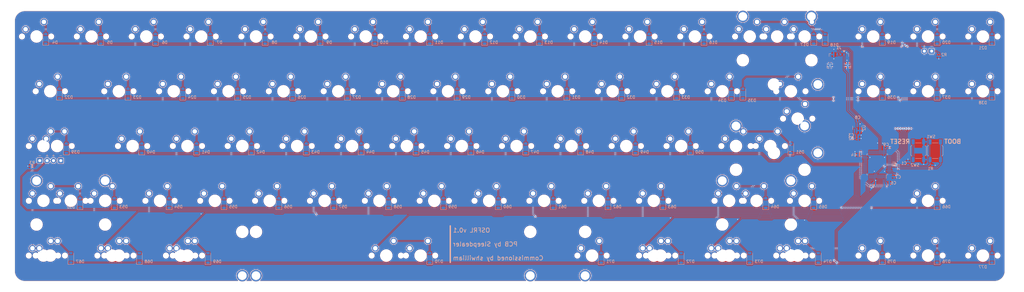
<source format=kicad_pcb>
(kicad_pcb (version 20211014) (generator pcbnew)
  (layers (0 "F.Cu" signal) (31 "B.Cu" signal) (34 "B.Paste" user) (35 "F.Paste" user) (36 "B.SilkS" user "B.Silkscreen") (37 "F.SilkS" user "F.Silkscreen") (38 "B.Mask" user) (39 "F.Mask" user) (44 "Edge.Cuts" user))
  (net 0 "")
  (net 1 "NRST")
  (net 2 "GND")
  (net 3 "+3V3")
  (net 4 "+5V")
  (net 5 "D_P")
  (net 6 "Net-(D1-Pad1)")
  (net 7 "D_N")
  (net 8 "LED_SLCK")
  (net 9 "Net-(D2-Pad1)")
  (net 10 "LED_CAPS")
  (net 11 "Net-(D75-Pad2)")
  (net 12 "Net-(D76-Pad2)")
  (net 13 "Net-(D77-Pad2)")
  (net 14 "Net-(D57-Pad2)")
  (net 15 "Net-(D60-Pad2)")
  (net 16 "BOOT0")
  (net 17 "ROW0")
  (net 18 "Net-(D4-Pad2)")
  (net 19 "Net-(D5-Pad2)")
  (net 20 "Net-(D6-Pad2)")
  (net 21 "Net-(D7-Pad2)")
  (net 22 "Net-(D8-Pad2)")
  (net 23 "Net-(D9-Pad2)")
  (net 24 "Net-(D10-Pad2)")
  (net 25 "Net-(D11-Pad2)")
  (net 26 "Net-(D12-Pad2)")
  (net 27 "Net-(D13-Pad2)")
  (net 28 "Net-(D14-Pad2)")
  (net 29 "Net-(D15-Pad2)")
  (net 30 "Net-(D16-Pad2)")
  (net 31 "ROW1")
  (net 32 "Net-(D17-Pad2)")
  (net 33 "Net-(D18-Pad2)")
  (net 34 "Net-(D19-Pad2)")
  (net 35 "Net-(D23-Pad2)")
  (net 36 "Net-(D24-Pad2)")
  (net 37 "Net-(D25-Pad2)")
  (net 38 "Net-(D26-Pad2)")
  (net 39 "Net-(D27-Pad2)")
  (net 40 "Net-(D28-Pad2)")
  (net 41 "Net-(D29-Pad2)")
  (net 42 "Net-(D30-Pad2)")
  (net 43 "Net-(D31-Pad2)")
  (net 44 "Net-(D33-Pad2)")
  (net 45 "Net-(D35-Pad2)")
  (net 46 "Net-(D36-Pad2)")
  (net 47 "Net-(D37-Pad2)")
  (net 48 "Net-(D38-Pad2)")
  (net 49 "Net-(D39-Pad2)")
  (net 50 "Net-(D21-Pad2)")
  (net 51 "Net-(D22-Pad2)")
  (net 52 "ROW6")
  (net 53 "Net-(D45-Pad2)")
  (net 54 "Net-(D47-Pad2)")
  (net 55 "Net-(D48-Pad2)")
  (net 56 "Net-(D49-Pad2)")
  (net 57 "Net-(D50-Pad2)")
  (net 58 "Net-(D51-Pad2)")
  (net 59 "Net-(D52-Pad2)")
  (net 60 "Net-(D53-Pad2)")
  (net 61 "Net-(D54-Pad2)")
  (net 62 "Net-(D40-Pad2)")
  (net 63 "Net-(D41-Pad2)")
  (net 64 "ROW7")
  (net 65 "Net-(D58-Pad2)")
  (net 66 "Net-(D59-Pad2)")
  (net 67 "COL0")
  (net 68 "COL1")
  (net 69 "COL2")
  (net 70 "COL3")
  (net 71 "COL5")
  (net 72 "Net-(D64-Pad2)")
  (net 73 "COL7")
  (net 74 "Net-(D66-Pad2)")
  (net 75 "Net-(D42-Pad2)")
  (net 76 "Net-(D61-Pad2)")
  (net 77 "Net-(D62-Pad2)")
  (net 78 "Net-(D63-Pad2)")
  (net 79 "Net-(D67-Pad2)")
  (net 80 "Net-(D68-Pad2)")
  (net 81 "Net-(D69-Pad2)")
  (net 82 "Net-(D70-Pad2)")
  (net 83 "Net-(D55-Pad2)")
  (net 84 "Net-(D56-Pad2)")
  (net 85 "Net-(D74-Pad2)")
  (net 86 "Net-(D72-Pad2)")
  (net 87 "Net-(D73-Pad2)")
  (net 88 "Net-(D65-Pad2)")
  (net 89 "ROW8")
  (net 90 "Net-(D43-Pad2)")
  (net 91 "Net-(D34-Pad2)")
  (net 92 "Net-(D46-Pad2)")
  (net 93 "Net-(D20-Pad2)")
  (net 95 "Net-(D32-Pad2)")
  (net 96 "COL6")
  (net 97 "ROW4")
  (net 98 "ROW5")
  (net 99 "Net-(D44-Pad2)")
  (net 100 "COL8")
  (net 101 "ROW2")
  (net 102 "ROW3")
  (net 103 "ROW9")
  (net 105 "SWDCLK")
  (net 106 "SWDIO")
  (net 109 "COL4")
  (net 118 "Net-(D71-Pad2)")
  (footprint "kicad-mx:SW_MX_1u" (layer "F.Cu") (at 444.5 123.03125)
    (fp_text reference "SW37" hide)
    (fp_text value "MX_1u_KP_7" hide)
  )
  (footprint "kicad-mx:SW_MX_1.5u" (layer "F.Cu") (at 415.925 123.03125)
    (fp_text reference "SW35" hide)
    (fp_text value "MX_1.5u_BSLS" hide)
  )
  (footprint "kicad-mx:SW_MX_1u" (layer "F.Cu") (at 249.2375 103.98125)
    (fp_text reference "SW8" hide)
    (fp_text value "MX_1u_5" hide)
  )
  (footprint "kicad-mx:SW_MX_1u" (layer "F.Cu") (at 263.525 142.08125)
    (fp_text reference "SW46" hide)
    (fp_text value "MX_1u_G" hide)
  )
  (footprint "kicad-mx:SW_MX_1.25u" (layer "F.Cu") (at 156.36875 180.18125)
    (fp_text reference "SW73" hide)
    (fp_text value "MX_1.25u_LCtrl" hide)
  )
  (footprint "kicad-mx:SW_MX_1u" (layer "F.Cu") (at 315.9125 123.03125)
    (fp_text reference "SW30" hide)
    (fp_text value "MX_1u_I" hide)
  )
  (footprint "kicad-mx:SW_MX_1u" (layer "F.Cu") (at 354.0125 123.03125)
    (fp_text reference "SW32" hide)
    (fp_text value "MX_1u_P" hide)
  )
  (footprint "kicad-mx:LED_MX_3mm-FLIPPED" (layer "F.Cu") (at 156.36875 147.16125)
    (fp_text reference "D3" hide)
    (fp_text value "LED" hide)
  )
  (footprint "kicad-mx:SW_MX_1u" (layer "F.Cu") (at 401.6375 103.98125)
    (fp_text reference "SW16" hide)
    (fp_text value "MX_1u_LBKSP" hide)
  )
  (footprint "kicad-mx:SW_MX_1u" (layer "F.Cu") (at 296.8625 123.03125)
    (fp_text reference "SW29" hide)
    (fp_text value "MX_1u_U" hide)
  )
  (footprint "kicad-mx:SW_MX_1.5u" (layer "F.Cu") (at 368.3 180.18125)
    (fp_text reference "SW82" hide)
    (fp_text value "MX_1.5u_RAlt" hide)
  )
  (footprint "kicad-mx:SW_MX_1u" (layer "F.Cu") (at 444.5 180.18125)
    (fp_text reference "SW87" hide)
    (fp_text value "MX_1u_Left" hide)
  )
  (footprint "kicad-mx:SW_MX_1.25u" (layer "F.Cu") (at 203.99375 180.18125)
    (fp_text reference "SW77" hide)
    (fp_text value "MX_1.25u_LAlt" hide)
  )
  (footprint "kicad-mx:SW_MX_1u" (layer "F.Cu") (at 215.9 161.13125)
    (fp_text reference "SW59" hide)
    (fp_text value "MX_1u_X" hide)
  )
  (footprint "kicad-mx:SW_MX_1.75u" (layer "F.Cu") (at 161.13125 142.08125)
    (fp_text reference "SW41" hide)
    (fp_text value "MX_1.75u_Caps" hide)
  )
  (footprint "kicad-mx:SW_MX_1u" (layer "F.Cu") (at 404.01875 161.13125)
    (fp_text reference "SW69" hide)
    (fp_text value "MX_2.75u_RShift" hide)
  )
  (footprint "kicad-mx:SW_MX_1u" (layer "F.Cu") (at 225.425 142.08125)
    (fp_text reference "SW44" hide)
    (fp_text value "MX_1u_D" hide)
  )
  (footprint "kicad-mx:SW_MX_1u" (layer "F.Cu") (at 344.4875 103.98125)
    (fp_text reference "SW13" hide)
    (fp_text value "MX_1u_0" hide)
  )
  (footprint "kicad-mx:SW_MX_1u" (layer "F.Cu") (at 373.0625 123.03125)
    (fp_text reference "SW33" hide)
    (fp_text value "MX_1u_LBracket" hide)
  )
  (footprint "kicad-mx:SW_MX_1u" (layer "F.Cu") (at 277.8125 123.03125)
    (fp_text reference "SW28" hide)
    (fp_text value "MX_1u_Y" hide)
  )
  (footprint "kicad-mx:SW_MX_1.25u" (layer "F.Cu") (at 418.30625 180.18125)
    (fp_text reference "SW85" hide)
    (fp_text value "MX_1.25u_RCtl" hide)
  )
  (footprint "kicad-mx:SW_MX_1u" (layer "F.Cu") (at 320.675 142.08125)
    (fp_text reference "SW49" hide)
    (fp_text value "MX_1u_K" hide)
  )
  (footprint "kicad-mx:SW_MX_1u" (layer "F.Cu") (at 182.5625 123.03125)
    (fp_text reference "SW23" hide)
    (fp_text value "MX_1u_Q" hide)
  )
  (footprint "kicad-mx:SW_MX_1u" (layer "F.Cu") (at 282.575 142.08125)
    (fp_text reference "SW47" hide)
    (fp_text value "MX_1u_H" hide)
  )
  (footprint "kicad-mx:STAB_MX_P_6.25u" (layer "F.Cu") (at 275.43125 180.18125 180)
    (fp_text reference "S6" hide)
    (fp_text value "625 Space")
  )
  (footprint "kicad-mx:SW_MX_1u" (layer "F.Cu") (at 420.6875 103.98125)
    (fp_text reference "SW18" hide)
    (fp_text value "MX_1u_RBKSP" hide)
  )
  (footprint "kicad-mx:SW_MX_1u" (layer "F.Cu") (at 444.5 103.98125)
    (fp_text reference "SW19" hide)
    (fp_text value "MX_1u_NumLK" hide)
  )
  (footprint "kicad-mx:STAB_MX_P_2.25u" (layer "F.Cu") (at 408.78125 142.08125)
    (fp_text reference "S3" hide)
    (fp_text value "225 Enter")
  )
  (footprint "kicad-mx:SW_MX_1u" (layer "F.Cu") (at 182.5625 180.18125)
    (fp_text reference "SW75" hide)
    (fp_text value "MX_1u_LGui" hide)
  )
  (footprint "kicad-mx:SW_MX_1u" (layer "F.Cu") (at 382.5875 103.98125)
    (fp_text reference "SW15" hide)
    (fp_text value "MX_1u_Plus" hide)
  )
  (footprint "kicad-mx:SW_MX_1u" (layer "F.Cu") (at 196.85 161.13125)
    (fp_text reference "SW58" hide)
    (fp_text value "MX_1u_Z" hide)
  )
  (footprint "kicad-mx:SW_MX_1u" (layer "F.Cu") (at 268.2875 103.98125)
    (fp_text reference "SW9" hide)
    (fp_text value "MX_1u_6" hide)
  )
  (footprint "kicad-mx:SW_MX_1u" (layer "F.Cu") (at 463.55 180.18125)
    (fp_text reference "SW88" hide)
    (fp_text value "MX_1u_Down" hide)
  )
  (footprint "kicad-mx:SW_MX_1u" (layer "F.Cu") (at 244.475 142.08125)
    (fp_text reference "SW45" hide)
    (fp_text value "MX_1u_F" hide)
  )
  (footprint "kicad-mx:STAB_MX_P_2u" (layer "F.Cu") (at 411.1625 103.98125)
    (fp_text reference "S1" hide)
    (fp_text value "200 BKSP")
  )
  (footprint "kicad-mx:SW_MX_1u" (layer "F.Cu") (at 254 161.13125)
    (fp_text reference "SW61" hide)
    (fp_text value "MX_1u_V" hide)
  )
  (footprint "kicad-mx:SW_MX_1.25u" (layer "F.Cu") (at 156.36875 161.13125)
    (fp_text reference "SW55" hide)
    (fp_text value "MX_1.25uLShift" hide)
  )
  (footprint "kicad-mx:SW_MX_1u" (layer "F.Cu") (at 463.55 103.98125)
    (fp_text reference "SW20" hide)
    (fp_text value "MX_1u_KP_Slash" hide)
  )
  (footprint "kicad-mx:SW_MX_1u" (layer "F.Cu") (at 482.6 103.98125)
    (fp_text reference "SW21" hide)
    (fp_text value "MX_1u_KP_Ast" hide)
  )
  (footprint "kicad-mx:STAB_MX_P_2.25u" (layer "F.Cu") (at 165.89375 161.13125)
    (fp_text reference "S4" hide)
    (fp_text value "225 LShift")
  )
  (footprint "kicad-mx:SW_MX_1u" (layer "F.Cu") (at 292.1 161.13125)
    (fp_text reference "SW63" hide)
    (fp_text value "MX_1u_V" hide)
  )
  (footprint "kicad-mx:SW_MX_1u" (layer "F.Cu") (at 206.375 142.08125)
    (fp_text reference "SW43" hide)
    (fp_text value "MX_1u_S" hide)
  )
  (footprint "kicad-mx:SW_MX_1u" (layer "F.Cu") (at 311.15 161.13125)
    (fp_text reference "SW64" hide)
    (fp_text value "MX_1u_M" hide)
  )
  (footprint "kicad-mx:SW_MX_1u" (layer "F.Cu") (at 377.825 142.08125)
    (fp_text reference "SW52" hide)
    (fp_text value "MX_1u_Apos" hide)
  )
  (footprint "kicad-mx:SW_MX_1u" (layer "F.Cu") (at 230.1875 103.98125)
    (fp_text reference "SW7" hide)
    (fp_text value "MX_1u_4" hide)
  )
  (footprint "kicad-mx:SW_MX_1.25u" (layer "F.Cu") (at 346.86875 180.18125)
    (fp_text reference "SW80" hide)
    (fp_text value "MX_1.25u_RAlt" hide)
  )
  (footprint "kicad-mx:SW_MX_1.75u" (layer "F.Cu") (at 394.49375 161.13125)
    (fp_text reference "SW68" hide)
    (fp_text value "MX_1.75u_RShift" hide)
  )
  (footprint "kicad-mx:SW_MX_1u" (layer "F.Cu") (at 463.55 161.13125)
    (fp_text reference "SW71" hide)
    (fp_text value "MX_1u_KP_2" hide)
  )
  (footprint "kicad-mx:SW_MX_1u" (layer "F.Cu") (at 411.1625 103.98125)
    (fp_text reference "SW17" hide)
    (fp_text value "MX_2u_BKSP" hide)
  )
  (footprint "kicad-mx:SW_MX_1u" (layer "F.Cu") (at 363.5375 103.98125)
    (fp_text reference "SW14" hide)
    (fp_text value "MX_1u_Minus" hide)
  )
  (footprint "kicad-mx:SW_MX_1u" (layer "F.Cu") (at 408.78125 142.08125)
    (fp_text reference "SW53" hide)
    (fp_text value "MX_2.25u_Enter" hide)
  )
  (footprint "kicad-mx:SW_MX_1u" (layer "F.Cu") (at 368.3 161.13125)
    (fp_text reference "SW67" hide)
    (fp_text value "MX_1u_Question" hide)
  )
  (footprint "kicad-mx:SW_MX_1u" (layer "F.Cu") (at 239.7125 123.03125)
    (fp_text reference "SW26" hide)
    (fp_text value "MX_1u_R" hide)
  )
  (footprint "kicad-mx:SW_MX_1u" (layer "F.Cu") (at 482.6 180.18125)
    (fp_text reference "SW89" hide)
    (fp_text value "MX_1u_KP_Period" hide)
  )
  (footprint "kicad-mx:SW_MX_1u" (layer "F.Cu") (at 306.3875 103.98125)
    (fp_text reference "SW11" hide)
    (fp_text value "MX_1u_8" hide)
  )
  (footprint "kicad-mx:SW_MX_1u" (layer "F.Cu") (at 153.9875 103.98125)
    (fp_text reference "SW3" hide)
    (fp_text value "MX_1u_Esc" hide)
  )
  (footprint "kicad-mx:SW_MX_1u" (layer "F.Cu") (at 301.625 142.08125)
    (fp_text reference "SW48" hide)
    (fp_text value "MX_1u_J" hide)
  )
  (footprint "kicad-mx:SW_MX_1u" (layer "F.Cu") (at 334.9625 123.03125)
    (fp_text reference "SW31" hide)
    (fp_text value "MX_1u_O" hide)
  )
  (footprint "kicad-mx:SW_MX_1u" (layer "F.Cu") (at 420.6875 161.13125)
    (fp_text reference "SW70" hide)
    (fp_text value "MX_1u_Mo1" hide)
  )
  (footprint "kicad-mx:SW_MX_1.5u" (layer "F.Cu") (at 415.925 180.18125)
    (fp_text reference "SW86" hide)
    (fp_text value "MX_1.5u_RCtl" hide)
  )
  (footprint "kicad-mx:SW_MX_1u" (layer "F.Cu") (at 177.8 161.13125)
    (fp_text reference "SW57" hide)
    (fp_text value "MX_1u_NUHS" hide)
  )
  (footprint "kicad-mx:SW_MX_1u" (layer "F.Cu") (at 220.6625 123.03125)
    (fp_text reference "SW25" hide)
    (fp_text value "MX_1u_E" hide)
  )
  (footprint "kicad-mx:SW_MX_1.75u_stp" (layer "F.Cu") (at 156.36875 142.08125)
    (fp_text reference "SW40" hide)
    (fp_text value "MX_1.75u_SteppedCaps" hide)
  )
  (footprint "kicad-mx:SW_MX_1.25u" (layer "F.Cu") (at 180.18125 180.18125)
    (fp_text reference "SW74" hide)
    (fp_text value "MX_1.25u_LGui" hide)
  )
  (footprint "kicad-mx:SW_MX_1.5u" (layer "F.Cu") (at 158.75 123.03125)
    (fp_text reference "SW22" hide)
    (fp_text value "MX_1.5u_Tab" hide)
  )
  (footprint "kicad-mx:SW_MX_1u" (layer "F.Cu") (at 325.4375 103.98125)
    (fp_text reference "SW12" hide)
    (fp_text value "MX_1u_9" hide)
  )
  (footprint "kicad-mx:SW_MX_1u" (layer "F.Cu") (at 392.1125 180.18125)
    (fp_text reference "SW84" hide)
    (fp_text value "MX_1u_RGUI" hide)
  )
  (footprint "kicad-mx:LED_MX_3mm" (layer "F.Cu") (at 161.13125 147.16125)
    (fp_text reference "D2" hide)
    (fp_text value "LED" hide)
  )
  (footprint "kicad-mx:SW_MX_1.5u" (layer "F.Cu") (at 158.75 180.18125)
    (fp_text reference "SW72" hide)
    (fp_text value "MX_1.5u_LCtrl" hide)
  )
  (footprint "kicad-mx:SW_MX_1u" (layer "F.Cu") (at 392.1125 123.03125)
    (fp_text reference "SW34" hide)
    (fp_text value "MX_1u_RBracket" hide)
  )
  (footprint "kicad-mx:SW_MX_1u" (layer "F.Cu") (at 165.89375 161.13125)
    (fp_text reference "SW56" hide)
    (fp_text value "MX_2.25uLShift" hide)
  )
  (footprint "kicad-mx:STAB_MX_P_ISO_FLIPPED" (layer "F.Cu") (at 418.30625 132.55625)
    (fp_text reference "S2" hide)
    (fp_text value "ISO Enter")
  )
  (footprint "kicad-mx:SW_MX_1u" (layer "F.Cu") (at 463.55 123.03125)
    (fp_text reference "SW38" hide)
    (fp_text value "MX_1u_KP_8" hide)
  )
  (footprint "kicad-mx:SW_MX_1u" (layer "F.Cu") (at 211.1375 103.98125)
    (fp_text reference "SW6" hide)
    (fp_text value "MX_1u_3" hide)
  )
  (footprint "kicad-mx:SW_MX_1u" (layer "F.Cu") (at 234.95 161.13125)
    (fp_text reference "SW60" hide)
    (fp_text value "MX_1u_C" hide)
  )
  (footprint "kicad-mx:SW_MX_1u" (layer "F.Cu") (at 287.3375 103.98125)
    (fp_text reference "SW10" hide)
    (fp_text value "MX_1u_7" hide)
  )
  (footprint "kicad-mx:SW_MX_1u" (layer "F.Cu") (at 173.0375 103.98125)
    (fp_text reference "SW4" hide)
    (fp_text value "MX_1u_1" hide)
  )
  (footprint "kicad-mx:STAB_MX_P_2.75u" (layer "F.Cu") (at 404.01875 161.13125)
    (fp_text reference "S5" hide)
    (fp_text value "275 Enter")
  )
  (footprint "kicad-mx:SW_MX_1u" (layer "F.Cu") (at 287.3375 180.18125)
    (fp_text reference "SW78" hide)
    (fp_text value "MX_7_Space" hide)
  )
  (footprint "kicad-mx:SW_MX_1u" (layer "F.Cu") (at 330.2 161.13125)
    (fp_text reference "SW65" hide)
    (fp_text value "MX_1u_Comma" hide)
  )
  (footprint "kicad-mx:SW_MX_1u" (layer "F.Cu") (at 273.05 161.13125)
    (fp_text reference "SW62" hide)
    (fp_text value "MX_1u_B" hide)
  )
  (footprint "kicad-mx:SW_MX_1u" (layer "F.Cu") (at 418.30625 132.55625)
    (fp_text reference "SW36" hide)
    (fp_text value "MX_ISO_Enter" hide)
  )
  (footprint "kicad-mx:SW_MX_1u" (layer "F.Cu") (at 275.43125 180.18125)
    (fp_text reference "SW79" hide)
    (fp_text value "MX_6.25_Space" hide)
  )
  (footprint "kicad-mx:STAB_MX_P_7u" (layer "F.Cu") (at 287.3375 180.18125 180)
    (fp_text reference "S7" hide)
    (fp_text value "700 Space")
  )
  (footprint "kicad-mx:SW_MX_1u" (layer "F.Cu") (at 396.875 142.08125)
    (fp_text reference "SW54" hide)
    (fp_text value "MX_1u_NUBS" hide)
  )
  (footprint "kicad-mx:SW_MX_1u" (layer "F.Cu") (at 258.7625 123.03125)
    (fp_text reference "SW27" hide)
    (fp_text value "MX_1u_T" hide)
  )
  (footprint "kicad-mx:SW_MX_1.25u" (layer "F.Cu") (at 370.68125 180.18125)
    (fp_text reference "SW81" hide)
    (fp_text value "MX_1.25u_RMenu" hide)
  )
  (footprint "kicad-mx:SW_MX_1u" (layer "F.Cu") (at 192.0875 103.98125)
    (fp_text reference "SW5" hide)
    (fp_text value "MX_1u_2" hide)
  )
  (footprint "kicad-mx:SW_MX_1u" (layer "F.Cu") (at 339.725 142.08125)
    (fp_text reference "SW50" hide)
    (fp_text value "MX_1u_L" hide)
  )
  (footprint "kicad-mx:SW_MX_1u" (layer "F.Cu") (at 187.325 142.08125)
    (fp_text reference "SW42" hide)
    (fp_text value "MX_1u_A" hide)
  )
  (footprint "kicad-mx:SW_MX_1u" (layer "F.Cu") (at 349.25 161.13125)
    (fp_text reference "SW66" hide)
    (fp_text value "MX_1u_Period" hide)
  )
  (footprint "kicad-mx:SW_MX_1u" (layer "F.Cu") (at 482.6 123.03125)
    (fp_text reference "SW39" hide)
    (fp_text value "MX_1u_KP_9" hide)
  )
  (footprint "kicad-mx:SW_MX_1u" (layer "F.Cu") (at 201.6125 123.03125)
    (fp_text reference "SW24" hide)
    (fp_text value "MX_1u_W" hide)
  )
  (footprint "kicad-mx:LED_MX_3mm" (layer "F.Cu") (at 463.55 109.06125)
    (fp_text reference "D1" hide)
    (fp_text value "LED" hide)
  )
  (footprint "kicad-mx:SW_MX_1.25u" (layer "F.Cu") (at 394.49375 180.18125)
    (fp_text reference "SW83" hide)
    (fp_text value "MX_1.25u_RGUI" hide)
  )
  (footprint "kicad-mx:SW_MX_1u" (layer "F.Cu") (at 358.775 142.08125)
    (fp_text reference "SW51" hide)
    (fp_text value "MX_1u_SemiCLN" hide)
  )
  (footprint "kicad-mx:SW_MX_1.5u" (layer "F.Cu") (at 206.375 180.18125)
    (fp_text reference "SW76" hide)
    (fp_text value "MX_1.5u_LAlt" hide)
  )
  (footprint "Sleep-Lib:D_SOD-123-EditSkilk" (layer "B.Cu") (at 466.725 123.825 90)
    (fp_text reference "D37")
    (fp_text value "1N4148")
  )
  (footprint "Sleep-Lib:D_SOD-123-EditSkilk" (layer "B.Cu") (at 425.45 180.975 90)
    (fp_text reference "D74")
    (fp_text value "1N4148")
  )
  (footprint "Sleep-Lib:D_SOD-123-EditSkilk" (layer "B.Cu") (at 485.775 123.825 90)
    (fp_text reference "D38")
    (fp_text value "1N4148")
  )
  (footprint "Button_Switch_SMD:SW_SPST_SKQG_WithoutStem" (layer "B.Cu") (at 460.21625 143.7005 90)
    (fp_text reference "SW2")
    (fp_text value "RST")
  )
  (footprint "Sleep-Lib:D_SOD-123-EditSkilk" (layer "B.Cu") (at 185.7375 123.825 90)
    (fp_text reference "D23")
    (fp_text value "1N4148")
  )
  (footprint "Sleep-Lib:D_SOD-123-EditSkilk" (layer "B.Cu") (at 376.2375 123.825 90)
    (fp_text reference "D33")
    (fp_text value "1N4148")
  )
  (footprint "Sleep-Lib:D_SOD-123-EditSkilk" (layer "B.Cu") (at 223.8375 123.825 90)
    (fp_text reference "D25")
    (fp_text value "1N4148")
  )
  (footprint "Sleep-Lib:D_SOD-123-EditSkilk" (layer "B.Cu") (at 247.65 142.875 90)
    (fp_text reference "D43")
    (fp_text value "1N4148")
  )
  (footprint "Sleep-Lib:D_SOD-123-EditSkilk" (layer "B.Cu") (at 214.3125 104.775 90)
    (fp_text reference "D7")
    (fp_text value "1N4148")
  )
  (footprint "Sleep-Lib:D_SOD-123-EditSkilk" (layer "B.Cu") (at 401.6375 180.975 90)
    (fp_text reference "D73")
    (fp_text value "1N4148")
  )
  (footprint "Sleep-Lib:D_SOD-123-EditSkilk" (layer "B.Cu") (at 157.1625 104.775 90)
    (fp_text reference "D4")
    (fp_text value "1N4148")
  )
  (footprint "Capacitor_SMD:C_0402_1005Metric" (layer "B.Cu") (at 449.61175 154.94)
    (fp_text reference "C6")
    (fp_text value "100nF")
  )
  (footprint "Capacitor_SMD:C_0402_1005Metric" (layer "B.Cu") (at 456.59675 148.082 -90)
    (fp_text reference "C1")
    (fp_text value "100nF")
  )
  (footprint "Sleep-Lib:D_SOD-123-EditSkilk" (layer "B.Cu") (at 377.825 180.975 90)
    (fp_text reference "D72")
    (fp_text value "1N4148")
  )
  (footprint "Sleep-Lib:D_SOD-123-EditSkilk" (layer "B.Cu") (at 357.1875 123.825 90)
    (fp_text reference "D32")
    (fp_text value "1N4148")
  )
  (footprint "Sleep-Lib:D_SOD-123-EditSkilk" (layer "B.Cu") (at 266.7 142.875 90)
    (fp_text reference "D44")
    (fp_text value "1N4148")
  )
  (footprint "Sleep-Lib:D_SOD-123-EditSkilk" (layer "B.Cu") (at 371.475 161.925 90)
    (fp_text reference "D63")
    (fp_text value "1N4148")
  )
  (footprint "Sleep-Lib:D_SOD-123-EditSkilk" (layer "B.Cu") (at 252.4125 104.775 90)
    (fp_text reference "D9")
    (fp_text value "1N4148")
  )
  (footprint "Capacitor_SMD:C_0402_1005Metric" (layer "B.Cu") (at 444.91275 154.94)
    (fp_text reference "C5")
    (fp_text value "100nF")
  )
  (footprint "Sleep-Lib:D_SOD-123-EditSkilk" (layer "B.Cu") (at 466.725 180.975 90)
    (fp_text reference "D76")
    (fp_text value "1N4148")
  )
  (footprint "Sleep-Lib:D_SOD-123-EditSkilk" (layer "B.Cu") (at 395.2875 123.825 90)
    (fp_text reference "D34")
    (fp_text value "1N4148")
  )
  (footprint "Sleep-Lib:D_SOD-123-EditSkilk" (layer "B.Cu") (at 323.85 142.875 90)
    (fp_text reference "D47")
    (fp_text value "1N4148")
  )
  (footprint "Sleep-Lib:D_SOD-123-EditSkilk" (layer "B.Cu") (at 276.225 161.925 90)
    (fp_text reference "D58")
    (fp_text value "1N4148")
  )
  (footprint "Capacitor_SMD:C_0402_1005Metric" (layer "B.Cu") (at 448.72275 142.621)
    (fp_text reference "C9")
    (fp_text value "1uF")
  )
  (footprint "Sleep-Lib:D_SOD-123-EditSkilk" (layer "B.Cu") (at 333.375 161.925 90)
    (fp_text reference "D61")
    (fp_text value "1N4148")
  )
  (footprint "Sleep-Lib:D_SOD-123-EditSkilk" (layer "B.Cu") (at 447.675 180.975 90)
    (fp_text reference "D75")
    (fp_text value "1N4148")
  )
  (footprint "Sleep-Lib:D_SOD-123-EditSkilk" (layer "B.Cu") (at 347.6625 104.775 90)
    (fp_text reference "D14")
    (fp_text value "1N4148")
  )
  (footprint "Sleep-Lib:D_SOD-123-EditSkilk" (layer "B.Cu") (at 304.8 142.875 90)
    (fp_text reference "D46")
    (fp_text value "1N4148")
  )
  (footprint "Sleep-Lib:D_SOD-123-EditSkilk" (layer "B.Cu") (at 385.7625 104.775 90)
    (fp_text reference "D16")
    (fp_text value "1N4148")
  )
  (footprint "Sleep-Lib:D_SOD-123-EditSkilk" (layer "B.Cu") (at 314.325 161.925 90)
    (fp_text reference "D60")
    (fp_text value "1N4148")
  )
  (footprint "acheron_Connectors:MOLEX_781710004_MountingReliefs" (layer "B.Cu") (at 432.59375 110.24375 180)
    (fp_text reference "J1")
    (fp_text value "JST")
  )
  (footprint "Package_TO_SOT_SMD:SOT-23" (layer "B.Cu") (at 438.94673 135.76002 90)
    (fp_text reference "U2")
    (fp_text value "XC6206PxxxMR-Regulator_Linear")
  )
  (footprint "Capacitor_SMD:C_0402_1005Metric" (layer "B.Cu") (at 438.81675 139.446)
    (fp_text reference "C2")
    (fp_text value "4.7uF")
  )
  (footprint "Sleep-Lib:D_SOD-123-EditSkilk" (layer "B.Cu") (at 447.675 104.775 90)
    (fp_text reference "D19")
    (fp_text value "1N4148")
  )
  (footprint "Sleep-Lib:D_SOD-123-EditSkilk" (layer "B.Cu") (at 200.025 161.925 90)
    (fp_text reference "D54")
    (fp_text value "1N4148")
  )
  (footprint "Sleep-Lib:D_SOD-123-EditSkilk" (layer "B.Cu") (at 338.1375 123.825 90)
    (fp_text reference "D31")
    (fp_text value "1N4148")
  )
  (footprint "Package_QFP:LQFP-48_7x7mm_P0.5mm" (layer "B.Cu") (at 445.92875 148.463 90)
    (fp_text reference "U1")
    (fp_text value "STM32F072C8Tx")
  )
  (footprint "Sleep-Lib:D_SOD-123-EditSkilk" (layer "B.Cu") (at 352.425 161.925 90)
    (fp_text reference "D62")
    (fp_text value "1N4148")
  )
  (footprint "Capacitor_SMD:C_0402_1005Metric" (layer "B.Cu") (at 451.77075 152.273 -90)
    (fp_text reference "C7")
    (fp_text value "100nF")
  )
  (footprint "Sleep-Lib:D_SOD-123-EditSkilk" (layer "B.Cu") (at 399.25625 123.825 90)
    (fp_text reference "D35")
    (fp_text value "1N4148")
  )
  (footprint "Sleep-Lib:D_SOD-123-EditSkilk" (layer "B.Cu") (at 169.06875 161.925 90)
    (fp_text reference "D52")
    (fp_text value "1N4148")
  )
  (footprint "Sleep-Lib:D_SOD-123-EditSkilk" (layer "B.Cu") (at 228.6 142.875 90)
    (fp_text reference "D42")
    (fp_text value "1N4148")
  )
  (footprint "Sleep-Lib:D_SOD-123-EditSkilk" (layer "B.Cu") (at 427.83125 104.775 90)
    (fp_text reference "D18")
    (fp_text value "1N4148")
  )
  (footprint "Sleep-Lib:D_SOD-123-EditSkilk" (layer "B.Cu") (at 342.9 142.875 90)
    (fp_text reference "D48")
    (fp_text value "1N4148")
  )
  (footprint "Sleep-Lib:D_SOD-123-EditSkilk" (layer "B.Cu") (at 209.55 142.875 90)
    (fp_text reference "D41")
    (fp_text value "1N4148")
  )
  (footprint "Sleep-Lib:D_SOD-123-EditSkilk" (layer "B.Cu") (at 485.775 104.775 90)
    (fp_text reference "D21")
    (fp_text value "1N4148")
  )
  (footprint "Sleep-Lib:D_SOD-123-EditSkilk" (layer "B.Cu") (at 466.725 104.775 90)
    (fp_text reference "D20")
    (fp_text value "1N4148")
  )
  (footprint "Sleep-Lib:D_SOD-123-EditSkilk" (layer "B.Cu") (at 350.04375 180.975 90)
    (fp_text reference "D71")
    (fp_text value "1N4148")
  )
  (footprint "Sleep-Lib:D_SOD-123-EditSkilk" (layer "B.Cu") (at 447.675 123.825 90)
    (fp_text reference "D36")
    (fp_text value "1N4148")
  )
  (footprint "Sleep-Lib:D_SOD-123-EditSkilk" (layer "B.Cu") (at 466.725 161.925 90)
    (fp_text reference "D66")
    (fp_text value "1N4148")
  )
  (footprint "Sleep-Lib:D_SOD-123-EditSkilk" (layer "B.Cu") (at 290.5125 180.975 90)
    (fp_text reference "D70")
    (fp_text value "1N4148")
  )
  (footprint "Sleep-Lib:D_SOD-123-EditSkilk" (layer "B.Cu") (at 285.75 142.875 90)
    (fp_text reference "D45")
    (fp_text value "1N4148")
  )
  (footprint "Sleep-Lib:D_SOD-123-EditSkilk" (layer "B.Cu") (at 233.3625 104.775 90)
    (fp_text reference "D8")
    (fp_text value "1N4148")
  )
  (footprint "Sleep-Lib:D_SOD-123-EditSkilk" (layer "B.Cu") (at 219.075 161.925 90)
    (fp_text reference "D55")
    (fp_text value "1N4148")
  )
  (footprint "Sleep-Lib:D_SOD-123-EditSkilk" (layer "B.Cu") (at 180.975 161.925 90)
    (fp_text reference "D53")
    (fp_text value "1N4148")
  )
  (footprint "Sleep-Lib:D_SOD-123-EditSkilk" (layer "B.Cu") (at 407.19375 161.925 90)
    (fp_text reference "D64")
    (fp_text value "1N4148")
  )
  (footprint "Sleep-Lib:D_SOD-123-EditSkilk" (layer "B.Cu") (at 280.9875 123.825 90)
    (fp_text reference "D28")
    (fp_text value "1N4148")
  )
  (footprint "Sleep-Lib:D_SOD-123-EditSkilk" (layer "B.Cu") (at 423.8625 161.925 90)
    (fp_text reference "D65")
    (fp_text value "1N4148")
  )
  (footprint "Sleep-Lib:D_SOD-123-EditSkilk" (layer "B.Cu") (at 176.2125 104.775 90)
    (fp_text reference "D5")
    (fp_text value "1N4148")
  )
  (footprint "Sleep-Lib:D_SOD-123-EditSkilk" (layer "B.Cu") (at 204.7875 123.825 90)
    (fp_text reference "D24")
    (fp_text value "1N4148")
  )
  (footprint "Sleep-Lib:D_SOD-123-EditSkilk" (layer "B.Cu") (at 261.9375 123.825 90)
    (fp_text reference "D27")
    (fp_text value "1N4148")
  )
  (footprint "Sleep-Lib:D_SOD-123-EditSkilk" (layer "B.Cu") (at 195.2625 104.775 90)
    (fp_text reference "D6")
    (fp_text value "1N4148")
  )
  (footprint "Button_Switch_SMD:SW_SPST_SKQG_WithoutStem" (layer "B.Cu") (at 466.05825 143.7005 90)
    (fp_text reference "SW1")
    (fp_text value "RST")
  )
  (footprint "Capacitor_SMD:C_0402_1005Metric" (layer "B.Cu") (at 438.81675 138.303)
    (fp_text reference "C3")
    (fp_text value "100nF")
  )
  (footprint "Sleep-Lib:D_SOD-123-EditSkilk" (layer "B.Cu") (at 381 142.875 90)
    (fp_text reference "D50")
    (fp_text value "1N4148")
  )
  (footprint "Sleep-Lib:D_SOD-123-EditSkilk" (layer "B.Cu") (at 213.51875 180.975 90)
    (fp_text reference "D69")
    (fp_text value "1N4148")
  )
  (footprint "Sleep-Lib:D_SOD-123-EditSkilk" (layer "B.Cu") (at 165.89375 180.975 90)
    (fp_text reference "D67")
    (fp_text value "1N4148")
  )
  (footprint "Sleep-Lib:D_SOD-123-EditSkilk" (layer "B.Cu") (at 164.30625 142.875 90)
    (fp_text reference "D39")
    (fp_text value "1N4148")
  )
  (footprint "Capacitor_SMD:C_0402_1005Metric" (layer "B.Cu") (at 439.13425 133.2865 180)
    (fp_text reference "C8")
    (fp_text value "1uF")
  )
  (footprint "Sleep-Lib:D_SOD-123-EditSkilk" (layer "B.Cu") (at 257.175 161.925 90)
    (fp_text reference "D57")
    (fp_text value "1N4148")
  )
  (footprint "Resistor_SMD:R_0402_1005Metric" (layer "B.Cu") (at 152.4635 149.06625 180)
    (fp_text reference "R3")
    (fp_text value "470")
  )
  (footprint "Sleep-Lib:D_SOD-123-EditSkilk" (layer "B.Cu") (at 366.7125 104.775 90)
    (fp_text reference "D15")
    (fp_text value "1N4148")
  )
  (footprint "Sleep-Lib:D_SOD-123-EditSkilk" (layer "B.Cu") (at 242.8875 123.825 90)
    (fp_text reference "D26")
    (fp_text value "1N4148")
  )
  (footprint "Sleep-Lib:D_SOD-123-EditSkilk" (layer "B.Cu") (at 290.5125 104.775 90)
    (fp_text reference "D11")
    (fp_text value "1N4148")
  )
  (footprint "Sleep-Lib:D_SOD-123-EditSkilk" (layer "B.Cu") (at 161.925 123.825 90)
    (fp_text reference "D22")
    (fp_text value "1N4148")
  )
  (footprint "Sleep-Lib:D_SOD-123-EditSkilk" (layer "B.Cu") (at 423.8625 104.775 90)
    (fp_text reference "D17")
    (fp_text value "1N4148")
  )
  (footprint "Sleep-Lib:D_SOD-123-EditSkilk" (layer "B.Cu") (at 190.5 142.875 90)
    (fp_text reference "D40")
    (fp_text value "1N4148")
  )
  (footprint "Sleep-Lib:D_SOD-123-EditSkilk" (layer "B.Cu") (at 238.125 161.925 90)
    (fp_text reference "D56")
    (fp_text value "1N4148")
  )
  (footprint "Sleep-Lib:D_SOD-123-EditSkilk" (layer "B.Cu") (at 300.0375 123.825 90)
    (fp_text reference "D29")
    (fp_text value "1N4148")
  )
  (footprint "Sleep-Lib:D_SOD-123-EditSkilk" (layer "B.Cu") (at 415.925 142.875 90)
    (fp_text reference "D51")
    (fp_text value "1N4148")
  )
  (footprint "Sleep-Lib:D_SOD-123-EditSkilk" (layer "B.Cu") (at 189.70625 180.975 90)
    (fp_text reference "D68")
    (fp_text value "1N4148")
  )
  (footprint "Sleep-Lib:D_SOD-123-EditSkilk" (layer "B.Cu") (at 295.275 161.925 90)
    (fp_text reference "D59")
    (fp_text value "1N4148")
  )
  (footprint "Resistor_SMD:R_0402_1005Metric" (layer "B.Cu") (at 464.40725 148.7805 180)
    (fp_text reference "R1")
    (fp_text value "10k")
  )
  (footprint "Resistor_SMD:R_0402_1005Metric" (layer "B.Cu") (at 467.2965 110.33125 -90)
    (fp_text reference "R2")
    (fp_text value "470")
  )
  (footprint "Sleep-Lib:D_SOD-123-EditSkilk" (layer "B.Cu") (at 309.5625 104.775 90)
    (fp_text reference "D12")
    (fp_text value "1N4148")
  )
  (footprint "Sleep-Lib:D_SOD-123-EditSkilk" (layer "B.Cu") (at 319.0875 123.825 90)
    (fp_text reference "D30")
    (fp_text value "1N4148")
  )
  (footprint "Sleep-Lib:D_SOD-123-EditSkilk" (layer "B.Cu") (at 271.4625 104.775 90)
    (fp_text reference "D10")
    (fp_text value "1N4148")
  )
  (footprint "Sleep-Lib:D_SOD-123-EditSkilk" (layer "B.Cu") (at 485.775 180.975 90)
    (fp_text reference "D77")
    (fp_text value "1N4148")
  )
  (footprint "Sleep-Lib:D_SOD-123-EditSkilk" (layer "B.Cu") (at 361.95 142.875 90)
    (fp_text reference "D49")
    (fp_text value "1N4148")
  )
  (footprint "Capacitor_SMD:C_0402_1005Metric" (layer "B.Cu") (at 439.73375 145.161 180)
    (fp_text reference "C4")
    (fp_text value "100nF")
  )
  (footprint "Sleep-Lib:D_SOD-123-EditSkilk" (layer "B.Cu") (at 328.6125 104.775 90)
    (fp_text reference "D13")
    (fp_text value "1N4148")
  )
  (gr_line (start 297.65625 169.8625) (end 297.65625 182.5625) (layer "B.SilkS") (width 0.5))
  (gr_line (start 149.9005 95.00725) (end 486.7005 95.00725) (layer "Edge.Cuts") (width 0.05))
  (gr_line (start 146.3005 185.555248) (end 146.3005 98.60725) (layer "Edge.Cuts") (width 0.05))
  (gr_arc (start 146.3005 98.60725) (mid 147.35492 96.061673) (end 149.9005 95.00725) (layer "Edge.Cuts") (width 0.05))
  (gr_arc (start 149.9005 189.155248) (mid 147.354917 188.100832) (end 146.3005 185.555248) (layer "Edge.Cuts") (width 0.05))
  (gr_arc (start 490.3005 185.555248) (mid 489.246089 188.100841) (end 486.7005 189.155248) (layer "Edge.Cuts") (width 0.05))
  (gr_line (start 486.7005 189.155248) (end 149.9005 189.155248) (layer "Edge.Cuts") (width 0.05))
  (gr_arc (start 486.7005 95.00725) (mid 489.246089 96.061665) (end 490.3005 98.60725) (layer "Edge.Cuts") (width 0.05))
  (gr_line (start 490.3005 98.60725) (end 490.3005 185.555248) (layer "Edge.Cuts") (width 0.05))
  (gr_text "RESET" (at 453.86625 140.5255) (layer "B.SilkS") (effects (font (size 1.5 1.5) (thickness 0.3)) (justify mirror)))
  (gr_text "OSFRL v0.1\n\nPCB by Sleepdealer\n\nCommissioned by shwilliam" (at 298.45 176.2125) (layer "B.SilkS") (effects (font (size 1.5 1.5) (thickness 0.225)) (justify right mirror)))
  (gr_text "BOOT\n" (at 472.1225 140.49375) (layer "B.SilkS") (effects (font (size 1.5 1.5) (thickness 0.3)) (justify mirror)))
  (segment (start 448.85325 148.5865) (end 448.34175 149.098) (width 0.254) (layer "F.Cu") (net 1))
  (segment (start 452.5095 148.5865) (end 448.85325 148.5865) (width 0.254) (layer "F.Cu") (net 1))
  (via (at 452.5095 148.5865) (size 0.6) (drill 0.3) (layers "F.Cu" "B.Cu") (net 1))
  (via (at 448.34175 149.098) (size 0.6) (drill 0.3) (layers "F.Cu" "B.Cu") (net 1))
  (segment (start 452.68248 148.75948) (end 456.39927 148.75948) (width 0.254) (layer "B.Cu") (net 1))
  (segment (start 456.39927 148.75948) (end 456.59675 148.562) (width 0.254) (layer "B.Cu") (net 1))
  (segment (start 458.36625 148.4715) (end 458.36625 146.8005) (width 0.254) (layer "B.Cu") (net 1))
  (segment (start 458.07827 148.75948) (end 458.36625 148.4715) (width 0.254) (layer "B.Cu") (net 1))
  (segment (start 456.79423 148.75948) (end 456.59675 148.562) (width 0.254) (layer "B.Cu") (net 1))
  (segment (start 458.07827 148.75948) (end 456.79423 148.75948) (width 0.254) (layer "B.Cu") (net 1))
  (segment (start 452.5095 148.5865) (end 452.68248 148.75948) (width 0.254) (layer "B.Cu") (net 1))
  (segment (start 445.67875 151.761) (end 445.67875 152.6255) (width 0.254) (layer "B.Cu") (net 1))
  (segment (start 448.34175 149.098) (end 445.67875 151.761) (width 0.254) (layer "B.Cu") (net 1))
  (segment (start 458.36625 146.8005) (end 458.36625 140.6005) (width 0.2) (layer "B.Cu") (net 1))
  (via (at 374.0785 167.10025) (size 0.6) (drill 0.3) (layers "F.Cu" "B.Cu") (net 2))
  (via (at 438.18175 145.161) (size 0.6) (drill 0.3) (layers "F.Cu" "B.Cu") (net 2))
  (via (at 440.34075 138.303) (size 0.6) (drill 0.3) (layers "F.Cu" "B.Cu") (net 2))
  (via (at 397.4465 167.60825) (size 0.6) (drill 0.3) (layers "F.Cu" "B.Cu") (net 2))
  (via (at 211.1375 165.70325) (size 0.6) (drill 0.3) (layers "F.Cu" "B.Cu") (net 2))
  (via (at 447.80525 141.097) (size 0.6) (drill 0.3) (layers "F.Cu" "B.Cu") (net 2))
  (via (at 438.18175 144.018) (size 0.6) (drill 0.3) (layers "F.Cu" "B.Cu") (net 2))
  (via (at 440.84875 136.906) (size 0.6) (drill 0.3) (layers "F.Cu" "B.Cu") (net 2))
  (via (at 448.46875 150.876) (size 0.6) (drill 0.3) (layers "F.Cu" "B.Cu") (net 2))
  (via (at 448.46875 146.05) (size 0.6) (drill 0.3) (layers "F.Cu" "B.Cu") (net 2))
  (via (at 430.8475 108.42625) (size 0.6) (drill 0.3) (layers "F.Cu" "B.Cu") (net 2))
  (via (at 440.34075 139.446) (size 0.6) (drill 0.3) (layers "F.Cu" "B.Cu") (net 2))
  (via (at 466.05825 148.7805) (size 0.6) (drill 0.3) (layers "F.Cu" "B.Cu") (net 2))
  (via (at 443.38875 146.05) (size 0.6) (drill 0.3) (layers "F.Cu" "B.Cu") (net 2))
  (via (at 467.2965 111.72825) (size 0.6) (drill 0.3) (layers "F.Cu" "B.Cu") (net 2))
  (via (at 446.05225 141.0335) (size 0.6) (drill 0.3) (layers "F.Cu" "B.Cu") (net 2))
  (via (at 420.6875 167.86225) (size 0.6) (drill 0.3) (layers "F.Cu" "B.Cu") (net 2))
  (via (at 462.05775 148.463) (size 0.6) (drill 0.3) (layers "F.Cu" "B.Cu") (net 2))
  (via (at 430.8475 111.72825) (size 0.6) (drill 0.3) (layers "F.Cu" "B.Cu") (net 2))
  (via (at 435.2925 109.56925) (size 0.6) (drill 0.3) (layers "F.Cu" "B.Cu") (net 2))
  (via (at 439.95975 134.366) (size 0.6) (drill 0.3) (layers "F.Cu" "B.Cu") (net 2))
  (via (at 443.9285 156.68625) (size 0.6) (drill 0.3) (layers "F.Cu" "B.Cu") (net 2))
  (via (at 435.4195 112.23625) (size 0.6) (drill 0.3) (layers "F.Cu" "B.Cu") (net 2))
  (via (at 456.59675 146.685) (size 0.6) (drill 0.3) (layers "F.Cu" "B.Cu") (net 2))
  (via (at 150.9395 149.06625) (size 0.6) (drill 0.3) (layers "F.Cu" "B.Cu") (net 2))
  (via (at 445.3255 154.01925) (size 0.6) (drill 0.3) (layers "F.Cu" "B.Cu") (net 2))
  (via (at 444.91275 150.876) (size 0.6) (drill 0.3) (layers "F.Cu" "B.Cu") (net 2))
  (segment (start 445.39275 154.0865) (end 445.3255 154.01925) (width 0.381) (layer "B.Cu") (net 2))
  (segment (start 430.79375 110.24375) (end 430.79375 109.456192) (width 0.381) (layer "B.Cu") (net 2))
  (segment (start 446.05225 139.355308) (end 446.05225 141.0335) (width 0.381) (layer "B.Cu") (net 2))
  (segment (start 435.6735 116.133442) (end 435.6735 115.91925) (width 0.381) (layer "B.Cu") (net 2))
  (segment (start 448.17875 142.685) (end 448.17875 144.3005) (width 0.254) (layer "B.Cu") (net 2))
  (segment (start 439.89375 137.706) (end 439.29675 138.303) (width 0.381) (layer "B.Cu") (net 2))
  (segment (start 447.80525 141.097) (end 447.69577 140.98752) (width 0.381) (layer "B.Cu") (net 2))
  (segment (start 462.06625 140.6005) (end 462.06625 146.8005) (width 0.2) (layer "B.Cu") (net 2))
  (segment (start 439.61425 133.2865) (end 439.983442 133.2865) (width 0.381) (layer "B.Cu") (net 2))
  (segment (start 439.29675 138.303) (end 439.29675 139.446) (width 0.381) (layer "B.Cu") (net 2))
  (segment (start 437.71452 128.842462) (end 437.71452 109.101094) (width 0.381) (layer "B.Cu") (net 2))
  (segment (start 444.575346 137.878404) (end 446.05225 139.355308) (width 0.381) (layer "B.Cu") (net 2))
  (segment (start 439.61425 132.917308) (end 436.17248 129.475538) (width 0.381) (layer "B.Cu") (net 2))
  (segment (start 435.6735 115.91925) (end 435.69375 115.899) (width 0.381) (layer "B.Cu") (net 2))
  (segment (start 445.17875 152.6255) (end 445.17875 153.8725) (width 0.254) (layer "B.Cu") (net 2))
  (segment (start 448.24275 142.621) (end 448.17875 142.685) (width 0.254) (layer "B.Cu") (net 2))
  (segment (start 437.71452 109.101094) (end 436.069137 107.455711) (width 0.381) (layer "B.Cu") (net 2))
  (segment (start 445.17875 153.8725) (end 445.3255 154.01925) (width 0.254) (layer "B.Cu") (net 2))
  (segment (start 430.79375 109.456192) (end 432.794232 107.45571) (width 0.381) (layer "B.Cu") (net 2))
  (segment (start 439.61425 133.2865) (end 439.61425 132.917308) (width 0.381) (layer "B.Cu") (net 2))
  (segment (start 439.983442 133.2865) (end 442.225846 135.528904) (width 0.381) (layer "B.Cu") (net 2))
  (segment (start 435.69375 115.899) (end 435.69375 113.99375) (width 0.381) (layer "B.Cu") (net 2))
  (segment (start 447.69577 138.823712) (end 437.71452 128.842462) (width 0.381) (layer "B.Cu") (net 2))
  (segment (start 436.17248 129.475538) (end 436.17248 116.632422) (width 0.381) (layer "B.Cu") (net 2))
  (segment (start 439.89375 136.7005) (end 439.89375 137.706) (width 0.381) (layer "B.Cu") (net 2))
  (segment (start 436.069137 107.455711) (end 432.794232 107.45571) (width 0.381) (layer "B.Cu") (net 2))
  (segment (start 445.3255 154.01925) (end 445.3255 154.87275) (width 0.254) (layer "B.Cu") (net 2))
  (segment (start 445.3255 154.87275) (end 445.39275 154.94) (width 0.254) (layer "B.Cu") (net 2))
  (segment (start 436.17248 116.632422) (end 435.6735 116.133442) (width 0.381) (layer "B.Cu") (net 2))
  (segment (start 442.225846 135.528904) (end 444.575346 137.878404) (width 0.381) (layer "B.Cu") (net 2))
  (segment (start 447.69577 140.98752) (end 447.69577 138.823712) (width 0.381) (layer "B.Cu") (net 2))
  (segment (start 440.21375 144.11325) (end 440.21375 153.289) (width 0.381) (layer "F.Cu") (net 3))
  (segment (start 442.88075 155.956) (end 444.40475 155.956) (width 0.381) (layer "F.Cu") (net 3))
  (segment (start 452.78675 151.892) (end 452.78675 154.813) (width 0.381) (layer "F.Cu") (net 3))
  (segment (start 453.1995 151.47925) (end 453.1995 149.95525) (width 0.381) (layer "F.Cu") (net 3))
  (segment (start 437.29275 139.827) (end 437.29275 139.446) (width 0.381) (layer "F.Cu") (net 3))
  (segment (start 453.1995 149.95525) (end 453.1995 144.30375) (width 0.381) (layer "F.Cu") (net 3))
  (segment (start 451.64375 155.956) (end 449.23075 155.956) (width 0.381) (layer "F.Cu") (net 3))
  (segment (start 453.1995 144.30375) (end 451.51675 142.621) (width 0.381) (layer "F.Cu") (net 3))
  (segment (start 440.21375 144.11325) (end 440.21375 142.748) (width 0.381) (layer "F.Cu") (net 3))
  (segment (start 452.78675 151.892) (end 453.1995 151.47925) (width 0.381) (layer "F.Cu") (net 3))
  (segment (start 452.78675 154.813) (end 451.64375 155.956) (width 0.381) (layer "F.Cu") (net 3))
  (segment (start 444.40475 155.956) (end 449.23075 155.956) (width 0.381) (layer "F.Cu") (net 3))
  (segment (start 440.21375 142.748) (end 437.29275 139.827) (width 0.381) (layer "F.Cu") (net 3))
  (segment (start 451.51675 142.621) (end 450.24675 142.621) (width 0.381) (layer "F.Cu") (net 3))
  (segment (start 440.21375 153.289) (end 442.88075 155.956) (width 0.381) (layer "F.Cu") (net 3))
  (via (at 440.21375 144.11325) (size 0.6) (drill 0.3) (layers "F.Cu" "B.Cu") (net 3))
  (via (at 449.23075 155.956) (size 0.6) (drill 0.3) (layers "F.Cu" "B.Cu") (net 3))
  (via (at 453.1995 149.95525) (size 0.6) (drill 0.3) (layers "F.Cu" "B.Cu") (net 3))
  (via (at 452.78675 151.892) (size 0.6) (drill 0.3) (layers "F.Cu" "B.Cu") (net 3))
  (via (at 450.24675 142.621) (size 0.6) (drill 0.3) (layers "F.Cu" "B.Cu") (net 3))
  (via (at 444.40475 155.956) (size 0.6) (drill 0.3) (layers "F.Cu" "B.Cu") (net 3))
  (via (at 437.29275 139.446) (size 0.6) (drill 0.3) (layers "F.Cu" "B.Cu") (net 3))
  (segment (start 467.90825 146.8005) (end 467.90825 140.6005) (width 0.381) (layer "B.Cu") (net 3))
  (segment (start 440.21375 144.11325) (end 440.21375 145.161) (width 0.381) (layer "B.Cu") (net 3))
  (segment (start 449.20275 142.776) (end 449.20275 142.621) (width 0.254) (layer "B.Cu") (net 3))
  (segment (start 444.40475 154.968) (end 444.43275 154.94) (width 0.381) (layer "B.Cu") (net 3))
  (segment (start 438.33675 138.303) (end 438.33675 139.446) (width 0.381) (layer "B.Cu") (net 3))
  (segment (start 448.67875 154.487) (end 449.13175 154.94) (width 0.254) (layer "B.Cu") (net 3))
  (segment (start 437.99375 136.7005) (end 437.99375 137.96) (width 0.381) (layer "B.Cu") (net 3))
  (segment (start 449.23075 155.039) (end 449.13175 154.94) (width 0.381) (layer "B.Cu") (net 3))
  (segment (start 452.78675 151.892) (end 452.68775 151.793) (width 0.381) (layer "B.Cu") (net 3))
  (segment (start 453.1995 149.95525) (end 453.42473 149.73002) (width 0.381) (layer "B.Cu") (net 3))
  (segment (start 450.24675 142.621) (end 449.20275 142.621) (width 0.381) (layer "B.Cu") (net 3))
  (segment (start 453.42473 149.73002) (end 466.63273 149.73002) (width 0.381) (layer "B.Cu") (net 3))
  (segment (start 452.68775 151.793) (end 451.77075 151.793) (width 0.381) (layer "B.Cu") (net 3))
  (segment (start 466.63273 149.73002) (end 467.97175 148.391) (width 0.381) (layer "B.Cu") (net 3))
  (segment (start 448.67875 152.6255) (end 448.67875 154.487) (width 0.254) (layer "B.Cu") (net 3))
  (segment (start 467.97175 148.391) (end 467.97175 146.8005) (width 0.381) (layer "B.Cu") (net 3))
  (segment (start 437.29275 139.446) (end 438.33675 139.446) (width 0.381) (layer "B.Cu") (net 3))
  (segment (start 450.09125 151.213) (end 451.19075 151.213) (width 0.254) (layer "B.Cu") (net 3))
  (segment (start 440.76575 145.713) (end 440.21375 145.161) (width 0.254) (layer "B.Cu") (net 3))
  (segment (start 437.99375 137.96) (end 438.33675 138.303) (width 0.381) (layer "B.Cu") (net 3))
  (segment (start 451.19075 151.213) (end 451.77075 151.793) (width 0.254) (layer "B.Cu") (net 3))
  (segment (start 444.40475 155.956) (end 444.40475 154.968) (width 0.381) (layer "B.Cu") (net 3))
  (segment (start 448.67875 143.3) (end 449.20275 142.776) (width 0.254) (layer "B.Cu") (net 3))
  (segment (start 441.76625 145.713) (end 440.76575 145.713) (width 0.254) (layer "B.Cu") (net 3))
  (segment (start 444.67875 152.6255) (end 444.67875 154.694) (width 0.254) (layer "B.Cu") (net 3))
  (segment (start 444.67875 154.694) (end 444.43275 154.94) (width 0.254) (layer "B.Cu") (net 3))
  (segment (start 448.67875 144.3005) (end 448.67875 143.3) (width 0.254) (layer "B.Cu") (net 3))
  (segment (start 449.23075 155.956) (end 449.23075 155.039) (width 0.381) (layer "B.Cu") (net 3))
  (segment (start 435.59196 129.715997) (end 438.65425 132.778287) (width 0.381) (layer "B.Cu") (net 4))
  (segment (start 438.65425 133.5685) (end 438.94375 133.858) (width 0.381) (layer "B.Cu") (net 4))
  (segment (start 438.65425 132.778287) (end 438.65425 133.5685) (width 0.381) (layer "B.Cu") (net 4))
  (segment (start 435.59196 116.872882) (end 435.59196 129.715997) (width 0.381) (layer "B.Cu") (net 4))
  (segment (start 434.39375 110.24375) (end 434.39375 115.674672) (width 0.381) (layer "B.Cu") (net 4))
  (segment (start 434.39375 115.674672) (end 435.59196 116.872882) (width 0.381) (layer "B.Cu") (net 4))
  (segment (start 438.94375 133.858) (end 438.94375 134.8255) (width 0.381) (layer "B.Cu") (net 4))
  (segment (start 435.85498 107.97273) (end 433.008388 107.97273) (width 0.254) (layer "B.Cu") (net 5))
  (segment (start 447.17875 139.037868) (end 437.1975 129.056618) (width 0.254) (layer "B.Cu") (net 5))
  (segment (start 432.34175 109.599) (end 431.99375 109.947) (width 0.254) (layer "B.Cu") (net 5))
  (segment (start 432.34175 108.639368) (end 432.34175 109.599) (width 0.254) (layer "B.Cu") (net 5))
  (segment (start 433.008388 107.97273) (end 432.34175 108.639368) (width 0.254) (layer "B.Cu") (net 5))
  (segment (start 437.1975 129.056618) (end 437.1975 109.31525) (width 0.254) (layer "B.Cu") (net 5))
  (segment (start 431.99375 109.947) (end 431.99375 110.24375) (width 0.254) (layer "B.Cu") (net 5))
  (segment (start 437.1975 109.31525) (end 435.85498 107.97273) (width 0.254) (layer "B.Cu") (net 5))
  (segment (start 447.17875 144.3005) (end 447.17875 139.037868) (width 0.254) (layer "B.Cu") (net 5))
  (segment (start 467.2965 109.82125) (end 466.5365 109.06125) (width 0.2) (layer "B.Cu") (net 6))
  (segment (start 466.5365 109.06125) (end 464.82 109.06125) (width 0.2) (layer "B.Cu") (net 6))
  (segment (start 432.79527 109.84527) (end 432.79527 108.898612) (width 0.254) (layer "B.Cu") (net 7))
  (segment (start 436.6895 109.56925) (end 436.6895 129.261382) (width 0.254) (layer "B.Cu") (net 7))
  (segment (start 432.79527 108.898612) (end 433.267632 108.42625) (width 0.254) (layer "B.Cu") (net 7))
  (segment (start 435.5465 108.42625) (end 436.6895 109.56925) (width 0.254) (layer "B.Cu") (net 7))
  (segment (start 433.267632 108.42625) (end 435.5465 108.42625) (width 0.254) (layer "B.Cu") (net 7))
  (segment (start 436.6895 129.261382) (end 446.67875 139.250632) (width 0.254) (layer "B.Cu") (net 7))
  (segment (start 446.67875 139.250632) (end 446.67875 144.3005) (width 0.254) (layer "B.Cu") (net 7))
  (segment (start 433.19375 110.24375) (end 432.79527 109.84527) (width 0.254) (layer "B.Cu") (net 7))
  (segment (start 455.77654 107.88121) (end 455.77654 135.00629) (width 0.2) (layer "F.Cu") (net 8))
  (segment (start 455.77654 135.00629) (end 456.7555 135.98525) (width 0.2) (layer "F.Cu") (net 8))
  (segment (start 456.3745 107.42402) (end 456.23373 107.42402) (width 0.2) (layer "F.Cu") (net 8))
  (segment (start 456.23373 107.42402) (end 455.77654 107.88121) (width 0.2) (layer "F.Cu") (net 8))
  (via (at 456.7555 135.98525) (size 0.6) (drill 0.3) (layers "F.Cu" "B.Cu") (net 8))
  (via (at 456.3745 107.42402) (size 0.6) (drill 0.3) (layers "F.Cu" "B.Cu") (net 8))
  (segment (start 456.57448 107.22404) (end 460.44279 107.22404) (width 0.2) (layer "B.Cu") (net 8))
  (segment (start 460.44279 107.22404) (end 462.28 109.06125) (width 0.2) (layer "B.Cu") (net 8))
  (segment (start 455.776539 143.726241) (end 451.28978 148.213) (width 0.2) (layer "B.Cu") (net 8))
  (segment (start 456.3745 107.42402) (end 456.57448 107.22404) (width 0.2) (layer "B.Cu") (net 8))
  (segment (start 451.28978 148.213) (end 450.09125 148.213) (width 0.2) (layer "B.Cu") (net 8))
  (segment (start 455.77654 136.96421) (end 455.776539 143.726241) (width 0.2) (layer "B.Cu") (net 8))
  (segment (start 456.7555 135.98525) (end 455.77654 136.96421) (width 0.2) (layer "B.Cu") (net 8))
  (segment (start 160.87725 145.63725) (end 162.40125 147.16125) (width 0.2) (layer "F.Cu") (net 9))
  (segment (start 155.09875 147.16125) (end 156.62275 145.63725) (width 0.2) (layer "F.Cu") (net 9))
  (segment (start 156.62275 145.63725) (end 160.87725 145.63725) (width 0.2) (layer "F.Cu") (net 9))
  (segment (start 152.9735 149.06625) (end 153.19375 149.06625) (width 0.2) (layer "B.Cu") (net 9))
  (segment (start 153.19375 149.06625) (end 155.09875 147.16125) (width 0.2) (layer "B.Cu") (net 9))
  (segment (start 438.93846 151.967284) (end 438.93846 159.504302) (width 0.2) (layer "B.Cu") (net 10))
  (segment (start 275.234013 164.832769) (end 274.775284 164.37404) (width 0.2) (layer "B.Cu") (net 10))
  (segment (start 423.424494 165.19525) (end 422.603284 164.37404) (width 0.2) (layer "B.Cu") (net 10))
  (segment (start 313.334013 164.832769) (end 312.875284 164.37404) (width 0.2) (layer "B.Cu") (net 10))
  (segment (start 148.6535 162.40125) (end 148.6535 152.74925) (width 0.2) (layer "B.Cu") (net 10))
  (segment (start 201.347717 164.374039) (end 200.888986 164.83277) (width 0.2) (layer "B.Cu") (net 10))
  (segment (start 239.574716 164.37404) (end 239.115986 164.83277) (width 0.2) (layer "B.Cu") (net 10))
  (segment (start 276.758013 164.832769) (end 275.234013 164.832769) (width 0.2) (layer "B.Cu") (net 10))
  (segment (start 351.561013 164.959769) (end 350.975283 164.374039) (width 0.2) (layer "B.Cu") (net 10))
  (segment (start 237.261013 164.832769) (end 236.802283 164.374039) (width 0.2) (layer "B.Cu") (net 10))
  (segment (start 150.8125 150.59025) (end 154.20975 150.59025) (width 0.2) (layer "B.Cu") (net 10))
  (segment (start 239.115986 164.83277) (end 237.261013 164.832769) (width 0.2) (layer "B.Cu") (net 10))
  (segment (start 277.547716 164.37404) (end 277.088986 164.83277) (width 0.2) (layer "B.Cu") (net 10))
  (segment (start 148.6535 152.74925) (end 150.8125 150.59025) (width 0.2) (layer "B.Cu") (net 10))
  (segment (start 277.088986 164.83277) (end 276.758013 164.832769) (width 0.2) (layer "B.Cu") (net 10))
  (segment (start 154.20975 150.59025) (end 157.63875 147.16125) (width 0.2) (layer "B.Cu") (net 10))
  (segment (start 408.152986 164.83277) (end 406.171013 164.832769) (width 0.2) (layer "B.Cu") (net 10))
  (segment (start 157.63875 147.16125) (end 159.86125 147.16125) (width 0.2) (layer "B.Cu") (net 10))
  (segment (start 433.247513 165.195249) (end 423.424494 165.19525) (width 0.2) (layer "B.Cu") (net 10))
  (segment (start 422.603284 164.37404) (end 408.611716 164.37404) (width 0.2) (layer "B.Cu") (net 10))
  (segment (start 408.611716 164.37404) (end 408.152986 164.83277) (width 0.2) (layer "B.Cu") (net 10))
  (segment (start 236.802283 164.374039) (end 201.347717 164.374039) (width 0.2) (layer "B.Cu") (net 10))
  (segment (start 406.171013 164.832769) (end 405.712284 164.37404) (width 0.2) (layer "B.Cu") (net 10))
  (segment (start 353.338256 164.95977) (end 351.561013 164.959769) (width 0.2) (layer "B.Cu") (net 10))
  (segment (start 150.62629 164.37404) (end 148.6535 162.40125) (width 0.2) (layer "B.Cu") (net 10))
  (segment (start 200.558013 164.832769) (end 199.161013 164.832769) (width 0.2) (layer "B.Cu") (net 10))
  (segment (start 198.702284 164.37404) (end 150.62629 164.37404) (width 0.2) (layer "B.Cu") (net 10))
  (segment (start 405.712284 164.37404) (end 353.923986 164.37404) (width 0.2) (layer "B.Cu") (net 10))
  (segment (start 441.76625 150.213) (end 440.692744 150.213) (width 0.2) (layer "B.Cu") (net 10))
  (segment (start 315.188987 164.832769) (end 313.334013 164.832769) (width 0.2) (layer "B.Cu") (net 10))
  (segment (start 312.875284 164.37404) (end 277.547716 164.37404) (width 0.2) (layer "B.Cu") (net 10))
  (segment (start 353.923986 164.37404) (end 353.338256 164.95977) (width 0.2) (layer "B.Cu") (net 10))
  (segment (start 274.775284 164.37404) (end 239.574716 164.37404) (width 0.2) (layer "B.Cu") (net 10))
  (segment (start 315.647717 164.374039) (end 315.188987 164.832769) (width 0.2) (layer "B.Cu") (net 10))
  (segment (start 440.692744 150.213) (end 438.93846 151.967284) (width 0.2) (layer "B.Cu") (net 10))
  (segment (start 199.161013 164.832769) (end 198.702284 164.37404) (width 0.2) (layer "B.Cu") (net 10))
  (segment (start 350.975283 164.374039) (end 315.647717 164.374039) (width 0.2) (layer "B.Cu") (net 10))
  (segment (start 200.888986 164.83277) (end 200.558013 164.832769) (width 0.2) (layer "B.Cu") (net 10))
  (segment (start 438.93846 159.504302) (end 433.247513 165.195249) (width 0.2) (layer "B.Cu") (net 10))
  (segment (start 447.675 179.325) (end 447.675 175.73625) (width 0.2) (layer "B.Cu") (net 11))
  (segment (start 447.675 175.73625) (end 447.04 175.10125) (width 0.2) (layer "B.Cu") (net 11))
  (segment (start 466.725 179.325) (end 466.725 175.73625) (width 0.2) (layer "B.Cu") (net 12))
  (segment (start 466.725 175.73625) (end 466.09 175.10125) (width 0.2) (layer "B.Cu") (net 12))
  (segment (start 485.775 179.325) (end 485.775 175.73625) (width 0.2) (layer "B.Cu") (net 13))
  (segment (start 485.775 175.73625) (end 485.14 175.10125) (width 0.2) (layer "B.Cu") (net 13))
  (segment (start 257.175 160.275) (end 257.175 156.68625) (width 0.2) (layer "B.Cu") (net 14))
  (segment (start 257.175 156.68625) (end 256.54 156.05125) (width 0.2) (layer "B.Cu") (net 14))
  (segment (start 314.325 156.68625) (end 313.69 156.05125) (width 0.2) (layer "B.Cu") (net 15))
  (segment (start 314.325 160.275) (end 314.325 156.68625) (width 0.2) (layer "B.Cu") (net 15))
  (segment (start 463.89725 148.7805) (end 464.20825 148.4695) (width 0.254) (layer "B.Cu") (net 16))
  (segment (start 463.89725 148.7805) (end 463.46475 149.213) (width 0.254) (layer "B.Cu") (net 16))
  (segment (start 464.20825 140.6005) (end 464.20825 146.8005) (width 0.2) (layer "B.Cu") (net 16))
  (segment (start 463.46475 149.213) (end 450.09125 149.213) (width 0.254) (layer "B.Cu") (net 16))
  (segment (start 464.20825 148.4695) (end 464.20825 146.8005) (width 0.254) (layer "B.Cu") (net 16))
  (segment (start 454.9775 106.60602) (end 454.5965 106.22502) (width 0.2) (layer "F.Cu") (net 17))
  (segment (start 454.9775 135.98525) (end 454.9775 106.60602) (width 0.2) (layer "F.Cu") (net 17))
  (via (at 454.5965 106.22502) (size 0.6) (drill 0.3) (layers "F.Cu" "B.Cu") (net 17))
  (via (at 454.9775 135.98525) (size 0.6) (drill 0.3) (layers "F.Cu" "B.Cu") (net 17))
  (segment (start 174.65775 106.425) (end 175.4505 105.63225) (width 0.2) (layer "B.Cu") (net 17))
  (segment (start 157.1625 106.425) (end 174.65775 106.425) (width 0.2) (layer "B.Cu") (net 17))
  (segment (start 448.416739 105.675489) (end 449.16625 106.425) (width 0.2) (layer "B.Cu") (net 17))
  (segment (start 385.7625 106.425) (end 422.30775 106.425) (width 0.2) (layer "B.Cu") (net 17))
  (segment (start 213.412989 105.675489) (end 215.212011 105.675489) (width 0.2) (layer "B.Cu") (net 17))
  (segment (start 367.517739 105.675489) (end 368.26725 106.425) (width 0.2) (layer "B.Cu") (net 17))
  (segment (start 365.063478 106.425) (end 365.812989 105.675489) (width 0.2) (layer "B.Cu") (net 17))
  (segment (start 292.161522 106.425) (end 309.5625 106.425) (width 0.2) (layer "B.Cu") (net 17))
  (segment (start 250.763478 106.425) (end 251.512989 105.675489) (width 0.2) (layer "B.Cu") (net 17))
  (segment (start 212.663478 106.425) (end 213.412989 105.675489) (width 0.2) (layer "B.Cu") (net 17))
  (segment (start 291.412011 105.675489) (end 292.161522 106.425) (width 0.2) (layer "B.Cu") (net 17))
  (segment (start 454.39652 106.425) (end 454.5965 106.22502) (width 0.2) (layer "B.Cu") (net 17))
  (segment (start 309.5625 106.425) (end 326.963478 106.425) (width 0.2) (layer "B.Cu") (net 17))
  (segment (start 424.6245 105.63225) (end 425.41725 106.425) (width 0.2) (layer "B.Cu") (net 17))
  (segment (start 326.963478 106.425) (end 327.712989 105.675489) (width 0.2) (layer "B.Cu") (net 17))
  (segment (start 466.725 106.425) (end 454.79648 106.425) (width 0.2) (layer "B.Cu") (net 17))
  (segment (start 451.159768 147.213) (end 450.09125 147.213) (width 0.2) (layer "B.Cu") (net 17))
  (segment (start 327.712989 105.675489) (end 329.417739 105.675489) (width 0.2) (layer "B.Cu") (net 17))
  (segment (start 454.9775 143.395268) (end 451.159768 147.213) (width 0.2) (layer "B.Cu") (net 17))
  (segment (start 195.2625 106.425) (end 212.663478 106.425) (width 0.2) (layer "B.Cu") (net 17))
  (segment (start 422.30775 106.425) (end 423.1005 105.63225) (width 0.2) (layer "B.Cu") (net 17))
  (segment (start 454.9775 135.98525) (end 454.9775 143.395268) (width 0.2) (layer "B.Cu") (net 17))
  (segment (start 175.4505 105.63225) (end 176.9745 105.63225) (width 0.2) (layer "B.Cu") (net 17))
  (segment (start 215.961522 106.425) (end 233.3625 106.425) (width 0.2) (layer "B.Cu") (net 17))
  (segment (start 446.025978 106.425) (end 446.775489 105.675489) (width 0.2) (layer "B.Cu") (net 17))
  (segment (start 427.83125 106.425) (end 446.025978 106.425) (width 0.2) (layer "B.Cu") (net 17))
  (segment (start 233.3625 106.425) (end 250.763478 106.425) (width 0.2) (layer "B.Cu") (net 17))
  (segment (start 446.775489 105.675489) (end 448.416739 105.675489) (width 0.2) (layer "B.Cu") (net 17))
  (segment (start 177.76725 106.425) (end 195.2625 106.425) (width 0.2) (layer "B.Cu") (net 17))
  (segment (start 368.26725 106.425) (end 385.7625 106.425) (width 0.2) (layer "B.Cu") (net 17))
  (segment (start 330.16725 106.425) (end 347.6625 106.425) (width 0.2) (layer "B.Cu") (net 17))
  (segment (start 271.4625 106.425) (end 288.863478 106.425) (width 0.2) (layer "B.Cu") (net 17))
  (segment (start 289.612989 105.675489) (end 291.412011 105.675489) (width 0.2) (layer "B.Cu") (net 17))
  (segment (start 347.6625 106.425) (end 365.063478 106.425) (width 0.2) (layer "B.Cu") (net 17))
  (segment (start 253.217739 105.675489) (end 253.96725 106.425) (width 0.2) (layer "B.Cu") (net 17))
  (segment (start 449.16625 106.425) (end 454.39652 106.425) (width 0.2) (layer "B.Cu") (net 17))
  (segment (start 329.417739 105.675489) (end 330.16725 106.425) (width 0.2) (layer "B.Cu") (net 17))
  (segment (start 176.9745 105.63225) (end 177.76725 106.425) (width 0.2) (layer "B.Cu") (net 17))
  (segment (start 425.41725 106.425) (end 427.83125 106.425) (width 0.2) (layer "B.Cu") (net 17))
  (segment (start 454.79648 106.425) (end 454.5965 106.22502) (width 0.2) (layer "B.Cu") (net 17))
  (segment (start 288.863478 106.425) (end 289.612989 105.675489) (width 0.2) (layer "B.Cu") (net 17))
  (segment (start 251.512989 105.675489) (end 253.217739 105.675489) (width 0.2) (layer "B.Cu") (net 17))
  (segment (start 253.96725 106.425) (end 271.4625 106.425) (width 0.2) (layer "B.Cu") (net 17))
  (segment (start 215.212011 105.675489) (end 215.961522 106.425) (width 0.2) (layer "B.Cu") (net 17))
  (segment (start 365.812989 105.675489) (end 367.517739 105.675489) (width 0.2) (layer "B.Cu") (net 17))
  (segment (start 423.1005 105.63225) (end 424.6245 105.63225) (width 0.2) (layer "B.Cu") (net 17))
  (segment (start 157.1625 103.125) (end 157.1625 99.53625) (width 0.2) (layer "B.Cu") (net 18))
  (segment (start 157.1625 99.53625) (end 156.5275 98.90125) (width 0.2) (layer "B.Cu") (net 18))
  (segment (start 176.2125 99.53625) (end 175.5775 98.90125) (width 0.2) (layer "B.Cu") (net 19))
  (segment (start 176.2125 103.125) (end 176.2125 99.53625) (width 0.2) (layer "B.Cu") (net 19))
  (segment (start 195.2625 103.125) (end 195.2625 99.53625) (width 0.2) (layer "B.Cu") (net 20))
  (segment (start 195.2625 99.53625) (end 194.6275 98.90125) (width 0.2) (layer "B.Cu") (net 20))
  (segment (start 214.3125 103.125) (end 214.3125 99.53625) (width 0.2) (layer "B.Cu") (net 21))
  (segment (start 214.3125 99.53625) (end 213.6775 98.90125) (width 0.2) (layer "B.Cu") (net 21))
  (segment (start 233.3625 99.53625) (end 232.7275 98.90125) (width 0.2) (layer "B.Cu") (net 22))
  (segment (start 233.3625 103.125) (end 233.3625 99.53625) (width 0.2) (layer "B.Cu") (net 22))
  (segment (start 252.4125 99.53625) (end 251.7775 98.90125) (width 0.2) (layer "B.Cu") (net 23))
  (segment (start 252.4125 103.125) (end 252.4125 99.53625) (width 0.2) (layer "B.Cu") (net 23))
  (segment (start 271.4625 103.125) (end 271.4625 99.53625) (width 0.2) (layer "B.Cu") (net 24))
  (segment (start 271.4625 99.53625) (end 270.8275 98.90125) (width 0.2) (layer "B.Cu") (net 24))
  (segment (start 290.5125 99.53625) (end 289.8775 98.90125) (width 0.2) (layer "B.Cu") (net 25))
  (segment (start 290.5125 103.125) (end 290.5125 99.53625) (width 0.2) (layer "B.Cu") (net 25))
  (segment (start 309.5625 99.53625) (end 308.9275 98.90125) (width 0.2) (layer "B.Cu") (net 26))
  (segment (start 309.5625 103.125) (end 309.5625 99.53625) (width 0.2) (layer "B.Cu") (net 26))
  (segment (start 328.6125 103.125) (end 328.6125 99.53625) (width 0.2) (layer "B.Cu") (net 27))
  (segment (start 328.6125 99.53625) (end 327.9775 98.90125) (width 0.2) (layer "B.Cu") (net 27))
  (segment (start 347.6625 99.53625) (end 347.0275 98.90125) (width 0.2) (layer "B.Cu") (net 28))
  (segment (start 347.6625 103.125) (end 347.6625 99.53625) (width 0.2) (layer "B.Cu") (net 28))
  (segment (start 366.7125 99.53625) (end 366.0775 98.90125) (width 0.2) (layer "B.Cu") (net 29))
  (segment (start 366.7125 103.125) (end 366.7125 99.53625) (width 0.2) (layer "B.Cu") (net 29))
  (segment (start 385.7625 103.125) (end 385.7625 99.53625) (width 0.2) (layer "B.Cu") (net 30))
  (segment (start 385.7625 99.53625) (end 385.1275 98.90125) (width 0.2) (layer "B.Cu") (net 30))
  (segment (start 455.37702 135.49577) (end 455.37702 134.71525) (width 0.2) (layer "F.Cu") (net 31))
  (segment (start 455.8665 135.98525) (end 455.37702 135.49577) (width 0.2) (layer "F.Cu") (net 31))
  (segment (start 455.37702 134.71525) (end 455.37702 107.22923) (width 0.2) (layer "F.Cu") (net 31))
  (segment (start 455.37702 107.22923) (end 455.577 107.02925) (width 0.2) (layer "F.Cu") (net 31))
  (via (at 455.577 107.02925) (size 0.6) (drill 0.3) (layers "F.Cu" "B.Cu") (net 31))
  (via (at 455.8665 135.98525) (size 0.6) (drill 0.3) (layers "F.Cu" "B.Cu") (net 31))
  (segment (start 386.5245 107.28325) (end 386.98323 106.82452) (width 0.2) (layer "B.Cu") (net 31))
  (segment (start 451.224774 147.713) (end 450.09125 147.713) (width 0.2) (layer "B.Cu") (net 31))
  (segment (start 234.58323 106.82452) (end 250.928964 106.82452) (width 0.2) (layer "B.Cu") (net 31))
  (segment (start 214.3125 106.425) (end 215.396516 106.425) (width 0.2) (layer "B.Cu") (net 31))
  (segment (start 455.37702 136.47473) (end 455.37702 143.560754) (width 0.2) (layer "B.Cu") (net 31))
  (segment (start 467.515772 107.28325) (end 468.374022 106.425) (width 0.2) (layer "B.Cu") (net 31))
  (segment (start 272.0975 107.28325) (end 272.55623 106.82452) (width 0.2) (layer "B.Cu") (net 31))
  (segment (start 270.368769 106.824519) (end 270.8275 107.28325) (width 0.2) (layer "B.Cu") (net 31))
  (segment (start 196.48323 106.82452) (end 212.828965 106.824519) (width 0.2) (layer "B.Cu") (net 31))
  (segment (start 194.168769 106.824519) (end 194.6275 107.28325) (width 0.2) (layer "B.Cu") (net 31))
  (segment (start 455.37702 143.560754) (end 451.224774 147.713) (width 0.2) (layer "B.Cu") (net 31))
  (segment (start 290.5125 106.425) (end 291.596516 106.425) (width 0.2) (layer "B.Cu") (net 31))
  (segment (start 365.228964 106.82452) (end 365.628484 106.425) (width 0.2) (layer "B.Cu") (net 31))
  (segment (start 215.396516 106.425) (end 215.796035 106.824519) (width 0.2) (layer "B.Cu") (net 31))
  (segment (start 272.55623 106.82452) (end 289.028964 106.82452) (width 0.2) (layer "B.Cu") (net 31))
  (segment (start 232.141769 106.824519) (end 232.6005 107.28325) (width 0.2) (layer "B.Cu") (net 31))
  (segment (start 308.341769 106.824519) (end 308.8005 107.28325) (width 0.2) (layer "B.Cu") (net 31))
  (segment (start 465.8995 107.28325) (end 467.515772 107.28325) (width 0.2) (layer "B.Cu") (net 31))
  (segment (start 270.8275 107.28325) (end 272.0975 107.28325) (width 0.2) (layer "B.Cu") (net 31))
  (segment (start 348.2975 107.28325) (end 348.75623 106.82452) (width 0.2) (layer "B.Cu") (net 31))
  (segment (start 346.44177 106.82452) (end 346.9005 107.28325) (width 0.2) (layer "B.Cu") (net 31))
  (segment (start 447.675 106.425) (end 448.601244 106.425) (width 0.2) (layer "B.Cu") (net 31))
  (segment (start 194.6275 107.28325) (end 196.0245 107.28325) (width 0.2) (layer "B.Cu") (net 31))
  (segment (start 468.374022 106.425) (end 485.775 106.425) (width 0.2) (layer "B.Cu") (net 31))
  (segment (start 384.54177 106.82452) (end 385.0005 107.28325) (width 0.2) (layer "B.Cu") (net 31))
  (segment (start 385.0005 107.28325) (end 386.5245 107.28325) (width 0.2) (layer "B.Cu") (net 31))
  (segment (start 330.001764 106.82452) (end 346.44177 106.82452) (width 0.2) (layer "B.Cu") (net 31))
  (segment (start 308.8005 107.28325) (end 310.3245 107.28325) (width 0.2) (layer "B.Cu") (net 31))
  (segment (start 449.000764 106.82452) (end 455.37227 106.82452) (width 0.2) (layer "B.Cu") (net 31))
  (segment (start 253.402244 106.425) (end 253.801764 106.82452) (width 0.2) (layer "B.Cu") (net 31))
  (segment (start 289.428484 106.425) (end 290.5125 106.425) (width 0.2) (layer "B.Cu") (net 31))
  (segment (start 328.6125 106.425) (end 329.602244 106.425) (width 0.2) (layer "B.Cu") (net 31))
  (segment (start 386.98323 106.82452) (end 422.473236 106.82452) (width 0.2) (layer "B.Cu") (net 31))
  (segment (start 253.801764 106.82452) (end 254.4445 106.824519) (width 0.2) (layer "B.Cu") (net 31))
  (segment (start 365.628484 106.425) (end 366.7125 106.425) (width 0.2) (layer "B.Cu") (net 31))
  (segment (start 455.577 107.02925) (end 455.78173 106.82452) (width 0.2) (layer "B.Cu") (net 31))
  (segment (start 446.590984 106.425) (end 447.675 106.425) (width 0.2) (layer "B.Cu") (net 31))
  (segment (start 176.2125 106.425) (end 177.202244 106.425) (width 0.2) (layer "B.Cu") (net 31))
  (segment (start 291.996036 106.82452) (end 292.327009 106.824519) (width 0.2) (layer "B.Cu") (net 31))
  (segment (start 291.596516 106.425) (end 291.996036 106.82452) (width 0.2) (layer "B.Cu") (net 31))
  (segment (start 251.328484 106.425) (end 252.4125 106.425) (width 0.2) (layer "B.Cu") (net 31))
  (segment (start 424.852244 106.425) (end 425.251764 106.82452) (width 0.2) (layer "B.Cu") (net 31))
  (segment (start 367.702244 106.425) (end 368.101764 106.82452) (width 0.2) (layer "B.Cu") (net 31))
  (segment (start 429.02023 106.82452) (end 446.191464 106.82452) (width 0.2) (layer "B.Cu") (net 31))
  (segment (start 428.5615 107.28325) (end 429.02023 106.82452) (width 0.2) (layer "B.Cu") (net 31))
  (segment (start 234.1245 107.28325) (end 234.58323 106.82452) (width 0.2) (layer "B.Cu") (net 31))
  (segment (start 368.101764 106.82452) (end 384.54177 106.82452) (width 0.2) (layer "B.Cu") (net 31))
  (segment (start 427.0375 107.28325) (end 428.5615 107.28325) (width 0.2) (layer "B.Cu") (net 31))
  (segment (start 327.128965 106.824519) (end 327.528484 106.425) (width 0.2) (layer "B.Cu") (net 31))
  (segment (start 289.028964 106.82452) (end 289.428484 106.425) (width 0.2) (layer "B.Cu") (net 31))
  (segment (start 348.75623 106.82452) (end 365.228964 106.82452) (width 0.2) (layer "B.Cu") (net 31))
  (segment (start 254.4445 106.824519) (end 270.368769 106.824519) (width 0.2) (layer "B.Cu") (net 31))
  (segment (start 366.7125 106.425) (end 367.702244 106.425) (width 0.2) (layer "B.Cu") (net 31))
  (segment (start 425.251764 106.82452) (end 425.582737 106.824519) (width 0.2) (layer "B.Cu") (net 31))
  (segment (start 448.601244 106.425) (end 449.000764 106.82452) (width 0.2) (layer "B.Cu") (net 31))
  (segment (start 177.601763 106.824519) (end 194.168769 106.824519) (width 0.2) (layer "B.Cu") (net 31))
  (segment (start 446.191464 106.82452) (end 446.590984 106.425) (width 0.2) (layer "B.Cu") (net 31))
  (segment (start 455.78173 106.82452) (end 465.44077 106.82452) (width 0.2) (layer "B.Cu") (net 31))
  (segment (start 423.8625 106.425) (end 424.852244 106.425) (width 0.2) (layer "B.Cu") (net 31))
  (segment (start 196.0245 107.28325) (end 196.48323 106.82452) (width 0.2) (layer "B.Cu") (net 31))
  (segment (start 212.828965 106.824519) (end 213.228484 106.425) (width 0.2) (layer "B.Cu") (net 31))
  (segment (start 252.4125 106.425) (end 253.402244 106.425) (width 0.2) (layer "B.Cu") (net 31))
  (segment (start 426.578769 106.824519) (end 427.0375 107.28325) (width 0.2) (layer "B.Cu") (net 31))
  (segment (start 465.44077 106.82452) (end 465.8995 107.28325) (width 0.2) (layer "B.Cu") (net 31))
  (segment (start 250.928964 106.82452) (end 251.328484 106.425) (width 0.2) (layer "B.Cu") (net 31))
  (segment (start 310.78323 106.82452) (end 327.128965 106.824519) (width 0.2) (layer "B.Cu") (net 31))
  (segment (start 346.9005 107.28325) (end 348.2975 107.28325) (width 0.2) (layer "B.Cu") (net 31))
  (segment (start 215.796035 106.824519) (end 232.141769 106.824519) (width 0.2) (layer "B.Cu") (net 31))
  (segment (start 422.872756 106.425) (end 423.8625 106.425) (width 0.2) (layer "B.Cu") (net 31))
  (segment (start 422.473236 106.82452) (end 422.872756 106.425) (width 0.2) (layer "B.Cu") (net 31))
  (segment (start 425.582737 106.824519) (end 426.578769 106.824519) (width 0.2) (layer "B.Cu") (net 31))
  (segment (start 455.37227 106.82452) (end 455.577 107.02925) (width 0.2) (layer "B.Cu") (net 31))
  (segment (start 310.3245 107.28325) (end 310.78323 106.82452) (width 0.2) (layer "B.Cu") (net 31))
  (segment (start 213.228484 106.425) (end 214.3125 106.425) (width 0.2) (layer "B.Cu") (net 31))
  (segment (start 327.528484 106.425) (end 328.6125 106.425) (width 0.2) (layer "B.Cu") (net 31))
  (segment (start 232.6005 107.28325) (end 234.1245 107.28325) (width 0.2) (layer "B.Cu") (net 31))
  (segment (start 292.327009 106.824519) (end 308.341769 106.824519) (width 0.2) (layer "B.Cu") (net 31))
  (segment (start 329.602244 106.425) (end 330.001764 106.82452) (width 0.2) (layer "B.Cu") (net 31))
  (segment (start 455.8665 135.98525) (end 455.37702 136.47473) (width 0.2) (layer "B.Cu") (net 31))
  (segment (start 177.202244 106.425) (end 177.601763 106.824519) (width 0.2) (layer "B.Cu") (net 31))
  (segment (start 423.8625 101.6) (end 423.8625 103.125) (width 0.2) (layer "B.Cu") (net 32))
  (segment (start 413.7025 98.90125) (end 421.16375 98.90125) (width 0.2) (layer "B.Cu") (net 32))
  (segment (start 404.1775 98.90125) (end 413.7025 98.90125) (width 0.2) (layer "B.Cu") (net 32))
  (segment (start 421.16375 98.90125) (end 423.8625 101.6) (width 0.2) (layer "B.Cu") (net 32))
  (segment (start 427.83125 103.125) (end 426.1475 101.44125) (width 0.2) (layer "B.Cu") (net 33))
  (segment (start 423.2275 100.399994) (end 423.2275 99.295761) (width 0.2) (layer "B.Cu") (net 33))
  (segment (start 424.268756 101.44125) (end 423.2275 100.399994) (width 0.2) (layer "B.Cu") (net 33))
  (segment (start 426.1475 101.44125) (end 424.268756 101.44125) (width 0.2) (layer "B.Cu") (net 33))
  (segment (start 447.675 103.125) (end 447.675 99.53625) (width 0.2) (layer "B.Cu") (net 34))
  (segment (start 447.675 99.53625) (end 447.04 98.90125) (width 0.2) (layer "B.Cu") (net 34))
  (segment (start 185.7375 122.175) (end 185.7375 118.58625) (width 0.2) (layer "B.Cu") (net 35))
  (segment (start 185.7375 118.58625) (end 185.1025 117.95125) (width 0.2) (layer "B.Cu") (net 35))
  (segment (start 204.7875 118.58625) (end 204.1525 117.95125) (width 0.2) (layer "B.Cu") (net 36))
  (segment (start 204.7875 122.175) (end 204.7875 118.58625) (width 0.2) (layer "B.Cu") (net 36))
  (segment (start 223.8375 118.58625) (end 223.2025 117.95125) (width 0.2) (layer "B.Cu") (net 37))
  (segment (start 223.8375 122.175) (end 223.8375 118.58625) (width 0.2) (layer "B.Cu") (net 37))
  (segment (start 242.8875 122.175) (end 242.8875 118.58625) (width 0.2) (layer "B.Cu") (net 38))
  (segment (start 242.8875 118.58625) (end 242.2525 117.95125) (width 0.2) (layer "B.Cu") (net 38))
  (segment (start 261.9375 122.175) (end 261.9375 118.58625) (width 0.2) (layer "B.Cu") (net 39))
  (segment (start 261.9375 118.58625) (end 261.3025 117.95125) (width 0.2) (layer "B.Cu") (net 39))
  (segment (start 280.9875 122.175) (end 280.9875 118.58625) (width 0.2) (layer "B.Cu") (net 40))
  (segment (start 280.9875 118.58625) (end 280.3525 117.95125) (width 0.2) (layer "B.Cu") (net 40))
  (segment (start 300.0375 122.175) (end 300.0375 118.58625) (width 0.2) (layer "B.Cu") (net 41))
  (segment (start 300.0375 118.58625) (end 299.4025 117.95125) (width 0.2) (layer "B.Cu") (net 41))
  (segment (start 319.0875 122.175) (end 319.0875 118.58625) (width 0.2) (layer "B.Cu") (net 42))
  (segment (start 319.0875 118.58625) (end 318.4525 117.95125) (width 0.2) (layer "B.Cu") (net 42))
  (segment (start 338.1375 122.175) (end 338.1375 118.58625) (width 0.2) (layer "B.Cu") (net 43))
  (segment (start 338.1375 118.58625) (end 337.5025 117.95125) (width 0.2) (layer "B.Cu") (net 43))
  (segment (start 376.2375 118.58625) (end 375.6025 117.95125) (width 0.2) (layer "B.Cu") (net 44))
  (segment (start 376.2375 122.175) (end 376.2375 118.58625) (width 0.2) (layer "B.Cu") (net 44))
  (segment (start 418.465 125.095) (end 420.84625 127.47625) (width 0.2) (layer "F.Cu") (net 45))
  (segment (start 418.465 117.95125) (end 418.465 125.095) (width 0.2) (layer "F.Cu") (net 45))
  (segment (start 399.25625 119.0625) (end 399.25625 122.175) (width 0.2) (layer "B.Cu") (net 45))
  (segment (start 418.465 117.95125) (end 400.3675 117.95125) (width 0.2) (layer "B.Cu") (net 45))
  (segment (start 400.3675 117.95125) (end 399.25625 119.0625) (width 0.2) (layer "B.Cu") (net 45))
  (segment (start 447.675 118.58625) (end 447.04 117.95125) (width 0.2) (layer "B.Cu") (net 46))
  (segment (start 447.675 122.175) (end 447.675 118.58625) (width 0.2) (layer "B.Cu") (net 46))
  (segment (start 466.725 122.175) (end 466.725 118.58625) (width 0.2) (layer "B.Cu") (net 47))
  (segment (start 466.725 118.58625) (end 466.09 117.95125) (width 0.2) (layer "B.Cu") (net 47))
  (segment (start 485.775 118.58625) (end 485.14 117.95125) (width 0.2) (layer "B.Cu") (net 48))
  (segment (start 485.775 122.175) (end 485.775 118.58625) (width 0.2) (layer "B.Cu") (net 48))
  (segment (start 164.30625 141.225) (end 164.30625 137.63625) (width 0.2) (layer "B.Cu") (net 49))
  (segment (start 163.67125 137.00125) (end 158.90875 137.00125) (width 0.2) (layer "B.Cu") (net 49))
  (segment (start 164.30625 137.63625) (end 163.67125 137.00125) (width 0.2) (layer "B.Cu") (net 49))
  (segment (start 485.775 99.53625) (end 485.14 98.90125) (width 0.2) (layer "B.Cu") (net 50))
  (segment (start 485.775 103.125) (end 485.775 99.53625) (width 0.2) (layer "B.Cu") (net 50))
  (segment (start 161.925 118.58625) (end 161.29 117.95125) (width 0.2) (layer "B.Cu") (net 51))
  (segment (start 161.925 122.175) (end 161.925 118.58625) (width 0.2) (layer "B.Cu") (net 51))
  (segment (start 433.500092 163.529842) (end 433.5145 163.54425) (width 0.2) (layer "F.Cu") (net 52))
  (segment (start 433.5145 163.54425) (end 443.9285 163.54425) (width 0.2) (layer "F.Cu") (net 52))
  (via (at 443.9285 163.54425) (size 0.6) (drill 0.3) (layers "F.Cu" "B.Cu") (net 52))
  (via (at 433.500092 163.529842) (size 0.6) (drill 0.3) (layers "F.Cu" "B.Cu") (net 52))
  (segment (start 179.005344 163.97452) (end 180.154375 162.825489) (width 0.2) (layer "B.Cu") (net 52))
  (segment (start 256.275489 162.825489) (end 258.074511 162.825489) (width 0.2) (layer "B.Cu") (net 52))
  (segment (start 424.68371 164.39621) (end 423.8625 163.575) (width 0.2) (layer "B.Cu") (net 52))
  (segment (start 370.575489 162.825489) (end 372.374511 162.825489) (width 0.2) (layer "B.Cu") (net 52))
  (segment (start 296.174511 162.825489) (end 296.924022 163.575) (width 0.2) (layer "B.Cu") (net 52))
  (segment (start 443.9285 163.54425) (end 443.95925 163.575) (width 0.2) (layer "B.Cu") (net 52))
  (segment (start 180.154375 162.825489) (end 181.843739 162.825489) (width 0.2) (layer "B.Cu") (net 52))
  (segment (start 433.782908 163.529842) (end 433.500092 163.529842) (width 0.2) (layer "B.Cu") (net 52))
  (segment (start 433.500092 163.812658) (end 432.91654 164.39621) (width 0.2) (layer "B.Cu") (net 52))
  (segment (start 443.95925 163.575) (end 466.725 163.575) (width 0.2) (layer "B.Cu") (net 52))
  (segment (start 220.724022 163.575) (end 238.125 163.575) (width 0.2) (layer "B.Cu") (net 52))
  (segment (start 352.425 163.575) (end 369.825978 163.575) (width 0.2) (layer "B.Cu") (net 52))
  (segment (start 407.19375 163.575) (end 423.8625 163.575) (width 0.2) (layer "B.Cu") (net 52))
  (segment (start 296.924022 163.575) (end 314.325 163.575) (width 0.2) (layer "B.Cu") (net 52))
  (segment (start 332.475489 162.825489) (end 334.116739 162.825489) (width 0.2) (layer "B.Cu") (net 52))
  (segment (start 369.825978 163.575) (end 370.575489 162.825489) (width 0.2) (layer "B.Cu") (net 52))
  (segment (start 373.124022 163.575) (end 407.19375 163.575) (width 0.2) (layer "B.Cu") (net 52))
  (segment (start 258.074511 162.825489) (end 258.824022 163.575) (width 0.2) (layer "B.Cu") (net 52))
  (segment (start 182.59325 163.575) (end 200.025 163.575) (width 0.2) (layer "B.Cu") (net 52))
  (segment (start 314.325 163.575) (end 331.725978 163.575) (width 0.2) (layer "B.Cu") (net 52))
  (segment (start 169.06875 163.575) (end 169.46827 163.97452) (width 0.2) (layer "B.Cu") (net 52))
  (segment (start 372.374511 162.825489) (end 373.124022 163.575) (width 0.2) (layer "B.Cu") (net 52))
  (segment (start 217.425978 163.575) (end 218.175489 162.825489) (width 0.2) (layer "B.Cu") (net 52))
  (segment (start 169.46827 163.97452) (end 179.005344 163.97452) (width 0.2) (layer "B.Cu") (net 52))
  (segment (start 293.625978 163.575) (end 294.375489 162.825489) (width 0.2) (layer "B.Cu") (net 52))
  (segment (start 438.13942 159.17333) (end 433.782908 163.529842) (width 0.2) (layer "B.Cu") (net 52))
  (segment (start 438.13942 151.636312) (end 438.13942 159.17333) (width 0.2) (layer "B.Cu") (net 52))
  (segment (start 255.525978 163.575) (end 256.275489 162.825489) (width 0.2) (layer "B.Cu") (net 52))
  (segment (start 218.175489 162.825489) (end 219.974511 162.825489) (width 0.2) (layer "B.Cu") (net 52))
  (segment (start 432.91654 164.39621) (end 424.68371 164.39621) (width 0.2) (layer "B.Cu") (net 52))
  (segment (start 334.116739 162.825489) (end 334.86625 163.575) (width 0.2) (layer "B.Cu") (net 52))
  (segment (start 276.225 163.575) (end 293.625978 163.575) (width 0.2) (layer "B.Cu") (net 52))
  (segment (start 258.824022 163.575) (end 276.225 163.575) (width 0.2) (layer "B.Cu") (net 52))
  (segment (start 334.86625 163.575) (end 352.425 163.575) (width 0.2) (layer "B.Cu") (net 52))
  (segment (start 331.725978 163.575) (end 332.475489 162.825489) (width 0.2) (layer "B.Cu") (net 52))
  (segment (start 181.843739 162.825489) (end 182.59325 163.575) (width 0.2) (layer "B.Cu") (net 52))
  (segment (start 219.974511 162.825489) (end 220.724022 163.575) (width 0.2) (layer "B.Cu") (net 52))
  (segment (start 200.025 163.575) (end 217.425978 163.575) (width 0.2) (layer "B.Cu") (net 52))
  (segment (start 440.562732 149.213) (end 438.13942 151.636312) (width 0.2) (layer "B.Cu") (net 52))
  (segment (start 294.375489 162.825489) (end 296.174511 162.825489) (width 0.2) (layer "B.Cu") (net 52))
  (segment (start 433.500092 163.529842) (end 433.500092 163.812658) (width 0.2) (layer "B.Cu") (net 52))
  (segment (start 238.125 163.575) (end 255.525978 163.575) (width 0.2) (layer "B.Cu") (net 52))
  (segment (start 441.76625 149.213) (end 440.562732 149.213) (width 0.2) (layer "B.Cu") (net 52))
  (segment (start 285.75 141.225) (end 285.75 137.63625) (width 0.2) (layer "B.Cu") (net 53))
  (segment (start 285.75 137.63625) (end 285.115 137.00125) (width 0.2) (layer "B.Cu") (net 53))
  (segment (start 323.85 137.63625) (end 323.215 137.00125) (width 0.2) (layer "B.Cu") (net 54))
  (segment (start 323.85 141.225) (end 323.85 137.63625) (width 0.2) (layer "B.Cu") (net 54))
  (segment (start 342.9 137.63625) (end 342.265 137.00125) (width 0.2) (layer "B.Cu") (net 55))
  (segment (start 342.9 141.225) (end 342.9 137.63625) (width 0.2) (layer "B.Cu") (net 55))
  (segment (start 361.95 141.225) (end 361.95 137.63625) (width 0.2) (layer "B.Cu") (net 56))
  (segment (start 361.95 137.63625) (end 361.315 137.00125) (width 0.2) (layer "B.Cu") (net 56))
  (segment (start 381 141.225) (end 381 137.63625) (width 0.2) (layer "B.Cu") (net 57))
  (segment (start 381 137.63625) (end 380.365 137.00125) (width 0.2) (layer "B.Cu") (net 57))
  (segment (start 415.925 141.225) (end 415.545 141.225) (width 0.2) (layer "B.Cu") (net 58))
  (segment (start 415.545 141.225) (end 411.32125 137.00125) (width 0.2) (layer "B.Cu") (net 58))
  (segment (start 411.32125 137.00125) (end 399.415 137.00125) (width 0.2) (layer "B.Cu") (net 58))
  (segment (start 169.06875 160.275) (end 169.06875 156.68625) (width 0.2) (layer "B.Cu") (net 59))
  (segment (start 158.90875 156.05125) (end 168.43375 156.05125) (width 0.2) (layer "B.Cu") (net 59))
  (segment (start 169.06875 156.68625) (end 168.43375 156.05125) (width 0.2) (layer "B.Cu") (net 59))
  (segment (start 180.975 160.275) (end 180.975 156.68625) (width 0.2) (layer "B.Cu") (net 60))
  (segment (start 180.975 156.68625) (end 180.34 156.05125) (width 0.2) (layer "B.Cu") (net 60))
  (segment (start 200.025 156.68625) (end 199.39 156.05125) (width 0.2) (layer "B.Cu") (net 61))
  (segment (start 200.025 160.275) (end 200.025 156.68625) (width 0.2) (layer "B.Cu") (net 61))
  (segment (start 190.5 137.63625) (end 189.865 137.00125) (width 0.2) (layer "B.Cu") (net 62))
  (segment (start 190.5 141.225) (end 190.5 137.63625) (width 0.2) (layer "B.Cu") (net 62))
  (segment (start 209.55 137.63625) (end 208.915 137.00125) (width 0.2) (layer "B.Cu") (net 63))
  (segment (start 209.55 141.225) (end 209.55 137.63625) (width 0.2) (layer "B.Cu") (net 63))
  (segment (start 239.40923 163.97452) (end 255.691465 163.974519) (width 0.2) (layer "B.Cu") (net 64))
  (segment (start 438.53894 159.338816) (end 438.538941 151.801797) (width 0.2) (layer "B.Cu") (net 64))
  (segment (start 332.290984 163.575) (end 333.375 163.575) (width 0.2) (layer "B.Cu") (net 64))
  (segment (start 351.140769 163.974519) (end 351.7265 164.56025) (width 0.2) (layer "B.Cu") (net 64))
  (segment (start 369.991465 163.974519) (end 370.390984 163.575) (width 0.2) (layer "B.Cu") (net 64))
  (segment (start 199.3265 164.43325) (end 200.7235 164.43325) (width 0.2) (layer "B.Cu") (net 64))
  (segment (start 313.04077 163.97452) (end 313.4995 164.43325) (width 0.2) (layer "B.Cu") (net 64))
  (segment (start 433.082027 164.795729) (end 438.53894 159.338816) (width 0.2) (layer "B.Cu") (net 64))
  (segment (start 198.86777 163.97452) (end 199.3265 164.43325) (width 0.2) (layer "B.Cu") (net 64))
  (segment (start 407.9875 164.43325) (end 408.44623 163.97452) (width 0.2) (layer "B.Cu") (net 64))
  (segment (start 440.627738 149.713) (end 441.76625 149.713) (width 0.2) (layer "B.Cu") (net 64))
  (segment (start 217.990984 163.575) (end 219.075 163.575) (width 0.2) (layer "B.Cu") (net 64))
  (segment (start 331.891464 163.97452) (end 332.290984 163.575) (width 0.2) (layer "B.Cu") (net 64))
  (segment (start 236.967769 163.974519) (end 237.4265 164.43325) (width 0.2) (layer "B.Cu") (net 64))
  (segment (start 219.075 163.575) (end 220.159016 163.575) (width 0.2) (layer "B.Cu") (net 64))
  (segment (start 255.691465 163.974519) (end 256.090984 163.575) (width 0.2) (layer "B.Cu") (net 64))
  (segment (start 371.475 163.575) (end 372.559016 163.575) (width 0.2) (layer "B.Cu") (net 64))
  (segment (start 295.275 163.575) (end 296.359016 163.575) (width 0.2) (layer "B.Cu") (net 64))
  (segment (start 276.9235 164.43325) (end 277.38223 163.97452) (width 0.2) (layer "B.Cu") (net 64))
  (segment (start 294.190984 163.575) (end 295.275 163.575) (width 0.2) (layer "B.Cu") (net 64))
  (segment (start 237.4265 164.43325) (end 238.9505 164.43325) (width 0.2) (layer "B.Cu") (net 64))
  (segment (start 423.58998 164.79573) (end 433.082027 164.795729) (width 0.2) (layer "B.Cu") (net 64))
  (segment (start 372.958536 163.97452) (end 405.87777 163.97452) (width 0.2) (layer "B.Cu") (net 64))
  (segment (start 353.7585 163.97452) (end 369.991465 163.974519) (width 0.2) (layer "B.Cu") (net 64))
  (segment (start 200.7235 164.43325) (end 201.18223 163.97452) (width 0.2) (layer "B.Cu") (net 64))
  (segment (start 370.390984 163.575) (end 371.475 163.575) (width 0.2) (layer "B.Cu") (net 64))
  (segment (start 256.090984 163.575) (end 257.175 163.575) (width 0.2) (layer "B.Cu") (net 64))
  (segment (start 406.3365 164.43325) (end 407.9875 164.43325) (width 0.2) (layer "B.Cu") (net 64))
  (segment (start 353.17277 164.56025) (end 353.7585 163.97452) (width 0.2) (layer "B.Cu") (net 64))
  (segment (start 201.18223 163.97452) (end 217.591464 163.97452) (width 0.2) (layer "B.Cu") (net 64))
  (segment (start 408.44623 163.97452) (end 422.76877 163.97452) (width 0.2) (layer "B.Cu") (net 64))
  (segment (start 296.758536 163.97452) (end 313.04077 163.97452) (width 0.2) (layer "B.Cu") (net 64))
  (segment (start 180.975 163.575) (end 182.028244 163.575) (width 0.2) (layer "B.Cu") (net 64))
  (segment (start 182.028244 163.575) (end 182.427764 163.97452) (width 0.2) (layer "B.Cu") (net 64))
  (segment (start 372.559016 163.575) (end 372.958536 163.97452) (width 0.2) (layer "B.Cu") (net 64))
  (segment (start 334.700763 163.974519) (end 351.140769 163.974519) (width 0.2) (layer "B.Cu") (net 64))
  (segment (start 257.175 163.575) (end 258.259016 163.575) (width 0.2) (layer "B.Cu") (net 64))
  (segment (start 333.375 163.575) (end 334.301244 163.575) (width 0.2) (layer "B.Cu") (net 64))
  (segment (start 258.259016 163.575) (end 258.658536 163.97452) (width 0.2) (layer "B.Cu") (net 64))
  (segment (start 405.87777 163.97452) (end 406.3365 164.43325) (width 0.2) (layer "B.Cu") (net 64))
  (segment (start 438.538941 151.801797) (end 440.627738 149.713) (width 0.2) (layer "B.Cu") (net 64))
  (segment (start 296.359016 163.575) (end 296.758536 163.97452) (width 0.2) (layer "B.Cu") (net 64))
  (segment (start 217.591464 163.97452) (end 217.990984 163.575) (width 0.2) (layer "B.Cu") (net 64))
  (segment (start 258.658536 163.97452) (end 274.94077 163.97452) (width 0.2) (layer "B.Cu") (net 64))
  (segment (start 182.427764 163.97452) (end 198.86777 163.97452) (width 0.2) (layer "B.Cu") (net 64))
  (segment (start 334.301244 163.575) (end 334.700763 163.974519) (width 0.2) (layer "B.Cu") (net 64))
  (segment (start 274.94077 163.97452) (end 275.3995 164.43325) (width 0.2) (layer "B.Cu") (net 64))
  (segment (start 315.0235 164.43325) (end 315.48223 163.97452) (width 0.2) (layer "B.Cu") (net 64))
  (segment (start 220.159016 163.575) (end 220.558536 163.97452) (width 0.2) (layer "B.Cu") (net 64))
  (segment (start 238.9505 164.43325) (end 239.40923 163.97452) (width 0.2) (layer "B.Cu") (net 64))
  (segment (start 275.3995 164.43325) (end 276.9235 164.43325) (width 0.2) (layer "B.Cu") (net 64))
  (segment (start 293.791465 163.974519) (end 294.190984 163.575) (width 0.2) (layer "B.Cu") (net 64))
  (segment (start 351.7265 164.56025) (end 353.17277 164.56025) (width 0.2) (layer "B.Cu") (net 64))
  (segment (start 313.4995 164.43325) (end 315.0235 164.43325) (width 0.2) (layer "B.Cu") (net 64))
  (segment (start 220.558536 163.97452) (end 220.889509 163.974519) (width 0.2) (layer "B.Cu") (net 64))
  (segment (start 315.48223 163.97452) (end 331.891464 163.97452) (width 0.2) (layer "B.Cu") (net 64))
  (segment (start 277.38223 163.97452) (end 293.791465 163.974519) (width 0.2) (layer "B.Cu") (net 64))
  (segment (start 220.889509 163.974519) (end 236.967769 163.974519) (width 0.2) (layer "B.Cu") (net 64))
  (segment (start 422.76877 163.97452) (end 423.58998 164.79573) (width 0.2) (layer "B.Cu") (net 64))
  (segment (start 276.225 160.275) (end 276.225 156.68625) (width 0.2) (layer "B.Cu") (net 65))
  (segment (start 276.225 156.68625) (end 275.59 156.05125) (width 0.2) (layer "B.Cu") (net 65))
  (segment (start 295.275 156.68625) (end 294.64 156.05125) (width 0.2) (layer "B.Cu") (net 66))
  (segment (start 295.275 160.275) (end 295.275 156.68625) (width 0.2) (layer "B.Cu") (net 66))
  (segment (start 152.55875 177.64125) (end 154.94 177.64125) (width 0.2) (layer "F.Cu") (net 67))
  (segment (start 150.8125 155.28925) (end 152.55875 157.0355) (width 0.2) (layer "F.Cu") (net 67))
  (segment (start 150.8125 168.275) (end 150.8125 170.65625) (width 0.2) (layer "F.Cu") (net 67))
  (segment (start 169.2275 101.44125) (end 169.2275 110.96625) (width 0.2) (layer "F.Cu") (net 67))
  (segment (start 178.7525 134.77875) (end 183.515 139.54125) (width 0.2) (layer "F.Cu") (net 67))
  (segment (start 150.1775 115.72875) (end 154.94 120.49125) (width 0.2) (layer "F.Cu") (net 67))
  (segment (start 152.55875 157.0355) (end 152.55875 158.59125) (width 0.2) (layer "F.Cu") (net 67))
  (segment (start 152.55875 139.54125) (end 154.94 137.16) (width 0.2) (layer "F.Cu") (net 67))
  (segment (start 173.99 175.26) (end 176.37125 177.64125) (width 0.2) (layer "F.Cu") (net 67))
  (segment (start 152.55875 172.4025) (end 152.55875 177.64125) (width 0.2) (layer "F.Cu") (net 67))
  (segment (start 178.7525 120.49125) (end 178.7525 134.77875) (width 0.2) (layer "F.Cu") (net 67))
  (segment (start 150.8125 170.65625) (end 152.55875 172.4025) (width 0.2) (layer "F.Cu") (net 67))
  (segment (start 176.37125 177.64125) (end 178.7525 177.64125) (width 0.2) (layer "F.Cu") (net 67))
  (segment (start 169.2275 110.96625) (end 178.7525 120.49125) (width 0.2) (layer "F.Cu") (net 67))
  (segment (start 173.99 158.59125) (end 173.99 175.26) (width 0.2) (layer "F.Cu") (net 67))
  (segment (start 152.55875 158.59125) (end 152.55875 166.52875) (width 0.2) (layer "F.Cu") (net 67))
  (segment (start 152.55875 139.54125) (end 152.55875 150.65375) (width 0.2) (layer "F.Cu") (net 67))
  (segment (start 152.55875 166.52875) (end 150.8125 168.275) (width 0.2) (layer "F.Cu") (net 67))
  (segment (start 150.1775 101.44125) (end 150.1775 115.72875) (width 0.2) (layer "F.Cu") (net 67))
  (segment (start 152.55875 150.65375) (end 150.8125 152.4) (width 0.2) (layer "F.Cu") (net 67))
  (segment (start 150.8125 152.4) (end 150.8125 155.28925) (width 0.2) (layer "F.Cu") (net 67))
  (segment (start 150.1775 101.44125) (end 169.2275 101.44125) (width 0.2) (layer "F.Cu") (net 67))
  (segment (start 154.94 137.16) (end 154.94 120.49125) (width 0.2) (layer "F.Cu") (net 67))
  (segment (start 162.08375 158.59125) (end 173.99 158.59125) (width 0.2) (layer "F.Cu") (net 67))
  (segment (start 162.08375 158.59125) (end 152.55875 158.59125) (width 0.2) (layer "F.Cu") (net 67))
  (segment (start 154.94 137.16) (end 157.32125 139.54125) (width 0.2) (layer "F.Cu") (net 67))
  (segment (start 312.709798 164.77356) (end 277.713202 164.77356) (width 0.2) (layer "B.Cu") (net 67))
  (segment (start 198.995526 165.232288) (end 198.536798 164.77356) (width 0.2) (layer "B.Cu") (net 67))
  (segment (start 354.089472 164.77356) (end 353.503742 165.35929) (width 0.2) (layer "B.Cu") (net 67))
  (segment (start 351.395526 165.359288) (end 350.809797 164.773559) (width 0.2) (layer "B.Cu") (net 67))
  (segment (start 239.740202 164.77356) (end 239.281472 165.23229) (width 0.2) (layer "B.Cu") (net 67))
  (segment (start 422.437798 164.77356) (end 408.777202 164.77356) (width 0.2) (layer "B.Cu") (net 67))
  (segment (start 350.809797 164.773559) (end 315.813203 164.773559) (width 0.2) (layer "B.Cu") (net 67))
  (segment (start 198.536798 164.77356) (end 189.23894 164.77356) (width 0.2) (layer "B.Cu") (net 67))
  (segment (start 353.503742 165.35929) (end 353.172769 165.359289) (width 0.2) (layer "B.Cu") (net 67))
  (segment (start 315.813203 164.773559) (end 315.354473 165.232289) (width 0.2) (layer "B.Cu") (net 67))
  (segment (start 423.259007 165.594769) (end 422.437798 164.77356) (width 0.2) (layer "B.Cu") (net 67))
  (segment (start 315.0235 165.232288) (end 313.168526 165.232288) (width 0.2) (layer "B.Cu") (net 67))
  (segment (start 239.281472 165.23229) (end 237.095526 165.232288) (width 0.2) (layer "B.Cu") (net 67))
  (segment (start 433.412999 165.594769) (end 423.259007 165.594769) (width 0.2) (layer "B.Cu") (net 67))
  (segment (start 189.23894 164.77356) (end 176.37125 177.64125) (width 0.2) (layer "B.Cu") (net 67))
  (segment (start 405.53381 164.77356) (end 354.089472 164.77356) (width 0.2) (layer "B.Cu") (net 67))
  (segment (start 441.76625 150.713) (end 440.75775 150.713) (width 0.2) (layer "B.Cu") (net 67))
  (segment (start 405.992539 165.232289) (end 405.53381 164.77356) (width 0.2) (layer "B.Cu") (net 67))
  (segment (start 408.777202 164.77356) (end 408.318473 165.232289) (width 0.2) (layer "B.Cu") (net 67))
  (segment (start 408.318473 165.232289) (end 405.992539 165.232289) (width 0.2) (layer "B.Cu") (net 67))
  (segment (start 353.172769 165.359289) (end 351.395526 165.359288) (width 0.2) (layer "B.Cu") (net 67))
  (segment (start 439.33798 159.669788) (end 433.412999 165.594769) (width 0.2) (layer "B.Cu") (net 67))
  (segment (start 201.054471 165.23229) (end 198.995526 165.232288) (width 0.2) (layer "B.Cu") (net 67))
  (segment (start 439.33798 152.13277) (end 439.33798 159.669788) (width 0.2) (layer "B.Cu") (net 67))
  (segment (start 440.75775 150.713) (end 439.33798 152.13277) (width 0.2) (layer "B.Cu") (net 67))
  (segment (start 275.068526 165.232288) (end 274.609798 164.77356) (width 0.2) (layer "B.Cu") (net 67))
  (segment (start 236.636797 164.773559) (end 201.513203 164.773559) (width 0.2) (layer "B.Cu") (net 67))
  (segment (start 237.095526 165.232288) (end 236.636797 164.773559) (width 0.2) (layer "B.Cu") (net 67))
  (segment (start 201.513203 164.773559) (end 201.054471 165.23229) (width 0.2) (layer "B.Cu") (net 67))
  (segment (start 313.168526 165.232288) (end 312.709798 164.77356) (width 0.2) (layer "B.Cu") (net 67))
  (segment (start 315.354473 165.232289) (end 315.0235 165.232288) (width 0.2) (layer "B.Cu") (net 67))
  (segment (start 274.609798 164.77356) (end 239.740202 164.77356) (width 0.2) (layer "B.Cu") (net 67))
  (segment (start 277.713202 164.77356) (end 277.254473 165.232289) (width 0.2) (layer "B.Cu") (net 67))
  (segment (start 277.254473 165.232289) (end 275.068526 165.232288) (width 0.2) (layer "B.Cu") (net 67))
  (segment (start 202.565 139.54125) (end 202.565 149.06625) (width 0.2) (layer "F.Cu") (net 68))
  (segment (start 202.565 149.06625) (end 193.04 158.59125) (width 0.2) (layer "F.Cu") (net 68))
  (segment (start 193.04 158.59125) (end 193.04 170.4975) (width 0.2) (layer "F.Cu") (net 68))
  (segment (start 200.18375 177.64125) (end 202.565 177.64125) (width 0.2) (layer "F.Cu") (net 68))
  (segment (start 188.2775 101.44125) (end 207.3275 101.44125) (width 0.2) (layer "F.Cu") (net 68))
  (segment (start 221.615 149.06625) (end 212.09 158.59125) (width 0.2) (layer "F.Cu") (net 68))
  (segment (start 193.04 170.4975) (end 200.18375 177.64125) (width 0.2) (layer "F.Cu") (net 68))
  (segment (start 216.8525 134.77875) (end 221.615 139.54125) (width 0.2) (layer "F.Cu") (net 68))
  (segment (start 207.3275 110.96625) (end 216.8525 120.49125) (width 0.2) (layer "F.Cu") (net 68))
  (segment (start 221.615 139.54125) (end 221.615 149.06625) (width 0.2) (layer "F.Cu") (net 68))
  (segment (start 188.2775 101.44125) (end 188.2775 110.96625) (width 0.2) (layer "F.Cu") (net 68))
  (segment (start 197.8025 120.49125) (end 197.8025 134.77875) (width 0.2) (layer "F.Cu") (net 68))
  (segment (start 188.2775 110.96625) (end 197.8025 120.49125) (width 0.2) (layer "F.Cu") (net 68))
  (segment (start 207.3275 101.44125) (end 207.3275 110.96625) (width 0.2) (layer "F.Cu") (net 68))
  (segment (start 197.8025 134.77875) (end 202.565 139.54125) (width 0.2) (layer "F.Cu") (net 68))
  (segment (start 216.8525 120.49125) (end 216.8525 134.77875) (width 0.2) (layer "F.Cu") (net 68))
  (segment (start 405.827052 165.631808) (end 405.368324 165.17308) (width 0.2) (layer "B.Cu") (net 68))
  (segment (start 353.669227 165.75881) (end 351.230039 165.758807) (width 0.2) (layer "B.Cu") (net 68))
  (segment (start 439.7375 159.835274) (end 433.578486 165.994288) (width 0.2) (layer "B.Cu") (net 68))
  (segment (start 236.93004 165.631808) (end 236.471311 165.173079) (width 0.2) (layer "B.Cu") (net 68))
  (segment (start 312.544312 165.17308) (end 277.878688 165.17308) (width 0.2) (layer "B.Cu") (net 68))
  (segment (start 351.230039 165.758807) (end 350.644311 165.173079) (width 0.2) (layer "B.Cu") (net 68))
  (segment (start 274.444312 165.17308) (end 239.905688 165.17308) (width 0.2) (layer "B.Cu") (net 68))
  (segment (start 313.003039 165.631807) (end 312.544312 165.17308) (width 0.2) (layer "B.Cu") (net 68))
  (segment (start 277.088986 165.631808) (end 274.903039 165.631807) (width 0.2) (layer "B.Cu") (net 68))
  (segment (start 315.978689 165.173079) (end 315.519958 165.631809) (width 0.2) (layer "B.Cu") (net 68))
  (segment (start 239.905688 165.17308) (end 239.446958 165.63181) (width 0.2) (layer "B.Cu") (net 68))
  (segment (start 239.115985 165.631809) (end 236.93004 165.631808) (width 0.2) (layer "B.Cu") (net 68))
  (segment (start 405.368324 165.17308) (end 354.254958 165.17308) (width 0.2) (layer "B.Cu") (net 68))
  (segment (start 423.09352 165.994288) (end 422.272312 165.17308) (width 0.2) (layer "B.Cu") (net 68))
  (segment (start 354.254958 165.17308) (end 353.669227 165.75881) (width 0.2) (layer "B.Cu") (net 68))
  (segment (start 277.878688 165.17308) (end 277.419959 165.631809) (width 0.2) (layer "B.Cu") (net 68))
  (segment (start 236.471311 165.173079) (end 212.651921 165.173079) (width 0.2) (layer "B.Cu") (net 68))
  (segment (start 315.519958 165.631809) (end 313.003039 165.631807) (width 0.2) (layer "B.Cu") (net 68))
  (segment (start 440.822756 151.213) (end 439.7375 152.298256) (width 0.2) (layer "B.Cu") (net 68))
  (segment (start 350.644311 165.173079) (end 315.978689 165.173079) (width 0.2) (layer "B.Cu") (net 68))
  (segment (start 441.76625 151.213) (end 440.822756 151.213) (width 0.2) (layer "B.Cu") (net 68))
  (segment (start 274.903039 165.631807) (end 274.444312 165.17308) (width 0.2) (layer "B.Cu") (net 68))
  (segment (start 212.651921 165.173079) (end 200.18375 177.64125) (width 0.2) (layer "B.Cu") (net 68))
  (segment (start 408.942688 165.17308) (end 408.483959 165.631809) (width 0.2) (layer "B.Cu") (net 68))
  (segment (start 422.272312 165.17308) (end 408.942688 165.17308) (width 0.2) (layer "B.Cu") (net 68))
  (segment (start 439.7375 152.298256) (end 439.7375 159.835274) (width 0.2) (layer "B.Cu") (net 68))
  (segment (start 433.578486 165.994288) (end 423.09352 165.994288) (width 0.2) (layer "B.Cu") (net 68))
  (segment (start 408.483959 165.631809) (end 407.7335 165.631808) (width 0.2) (layer "B.Cu") (net 68))
  (segment (start 239.446958 165.63181) (end 239.115985 165.631809) (width 0.2) (layer "B.Cu") (net 68))
  (segment (start 277.419959 165.631809) (end 277.088986 165.631808) (width 0.2) (layer "B.Cu") (net 68))
  (segment (start 407.7335 165.631808) (end 405.827052 165.631808) (width 0.2) (layer "B.Cu") (net 68))
  (segment (start 254.9525 134.77875) (end 259.715 139.54125) (width 0.2) (layer "F.Cu") (net 69))
  (segment (start 259.715 139.54125) (end 259.715 149.06625) (width 0.2) (layer "F.Cu") (net 69))
  (segment (start 240.665 139.54125) (end 240.665 149.06625) (width 0.2) (layer "F.Cu") (net 69))
  (segment (start 259.715 149.06625) (end 250.19 158.59125) (width 0.2) (layer "F.Cu") (net 69))
  (segment (start 251.1425 165.77258) (end 250.19 164.82008) (width 0.2) (layer "F.Cu") (net 69))
  (segment (start 226.3775 101.44125) (end 226.3775 110.96625) (width 0.2) (layer "F.Cu") (net 69))
  (segment (start 250.19 164.82008) (end 250.19 158.59125) (width 0.2) (layer "F.Cu") (net 69))
  (segment (start 235.9025 120.49125) (end 235.9025 134.77875) (width 0.2) (layer "F.Cu") (net 69))
  (segment (start 245.4275 101.44125) (end 245.4275 110.96625) (width 0.2) (layer "F.Cu") (net 69))
  (segment (start 226.3775 110.96625) (end 235.9025 120.49125) (width 0.2) (layer "F.Cu") (net 69))
  (segment (start 240.665 149.06625) (end 231.14 158.59125) (width 0.2) (layer "F.Cu") (net 69))
  (segment (start 235.9025 134.77875) (end 240.665 139.54125) (width 0.2) (layer "F.Cu") (net 69))
  (segment (start 254.9525 120.49125) (end 254.9525 134.77875) (width 0.2) (layer "F.Cu") (net 69))
  (segment (start 245.4275 110.96625) (end 254.9525 120.49125) (width 0.2) (layer "F.Cu") (net 69))
  (segment (start 226.3775 101.44125) (end 245.4275 101.44125) (width 0.2) (layer "F.Cu") (net 69))
  (via (at 251.1425 165.77258) (size 0.6) (drill 0.3) (layers "F.Cu" "B.Cu") (net 69))
  (segment (start 443.17875 153.892988) (end 443.17875 152.6255) (width 0.2) (layer "B.Cu") (net 69))
  (segment (start 251.1425 165.77258) (end 251.34248 165.5726) (width 0.2) (layer "B.Cu") (net 69))
  (segment (start 315.70777 166.031329) (end 316.1665 165.572599) (width 0.2) (layer "B.Cu") (net 69))
  (segment (start 409.108174 165.5726) (end 422.106826 165.5726) (width 0.2) (layer "B.Cu") (net 69))
  (segment (start 405.202838 165.5726) (end 405.661565 166.031327) (width 0.2) (layer "B.Cu") (net 69))
  (segment (start 354.420445 165.5726) (end 405.202838 165.5726) (width 0.2) (layer "B.Cu") (net 69))
  (segment (start 422.928034 166.393808) (end 433.743972 166.393808) (width 0.2) (layer "B.Cu") (net 69))
  (segment (start 350.478825 165.572599) (end 351.064555 166.158329) (width 0.2) (layer "B.Cu") (net 69))
  (segment (start 422.106826 165.5726) (end 422.928034 166.393808) (width 0.2) (layer "B.Cu") (net 69))
  (segment (start 274.278826 165.5726) (end 274.737552 166.031326) (width 0.2) (layer "B.Cu") (net 69))
  (segment (start 353.834713 166.15833) (end 354.420445 165.5726) (width 0.2) (layer "B.Cu") (net 69))
  (segment (start 351.064555 166.158329) (end 353.834713 166.15833) (width 0.2) (layer "B.Cu") (net 69))
  (segment (start 274.737552 166.031326) (end 277.585444 166.031329) (width 0.2) (layer "B.Cu") (net 69))
  (segment (start 312.378826 165.5726) (end 312.837552 166.031326) (width 0.2) (layer "B.Cu") (net 69))
  (segment (start 405.661565 166.031327) (end 408.649445 166.031329) (width 0.2) (layer "B.Cu") (net 69))
  (segment (start 312.837552 166.031326) (end 315.70777 166.031329) (width 0.2) (layer "B.Cu") (net 69))
  (segment (start 277.585444 166.031329) (end 278.044174 165.5726) (width 0.2) (layer "B.Cu") (net 69))
  (segment (start 442.24046 157.89732) (end 442.240461 154.831277) (width 0.2) (layer "B.Cu") (net 69))
  (segment (start 278.044174 165.5726) (end 312.378826 165.5726) (width 0.2) (layer "B.Cu") (net 69))
  (segment (start 433.743972 166.393808) (end 442.24046 157.89732) (width 0.2) (layer "B.Cu") (net 69))
  (segment (start 442.240461 154.831277) (end 443.17875 153.892988) (width 0.2) (layer "B.Cu") (net 69))
  (segment (start 316.1665 165.572599) (end 350.478825 165.572599) (width 0.2) (layer "B.Cu") (net 69))
  (segment (start 408.649445 166.031329) (end 409.108174 165.5726) (width 0.2) (layer "B.Cu") (net 69))
  (segment (start 251.34248 165.5726) (end 274.278826 165.5726) (width 0.2) (layer "B.Cu") (net 69))
  (segment (start 274.0025 120.49125) (end 274.0025 134.77875) (width 0.2) (layer "F.Cu") (net 70))
  (segment (start 297.815 149.06625) (end 288.29 158.59125) (width 0.2) (layer "F.Cu") (net 70))
  (segment (start 264.4775 110.96625) (end 274.0025 120.49125) (width 0.2) (layer "F.Cu") (net 70))
  (segment (start 274.0025 134.77875) (end 278.765 139.54125) (width 0.2) (layer "F.Cu") (net 70))
  (segment (start 264.4775 101.44125) (end 283.5275 101.44125) (width 0.2) (layer "F.Cu") (net 70))
  (segment (start 283.5275 177.64125) (end 271.62125 177.64125) (width 0.2) (layer "F.Cu") (net 70))
  (segment (start 278.765 139.54125) (end 278.765 149.06625) (width 0.2) (layer "F.Cu") (net 70))
  (segment (start 283.5275 101.44125) (end 283.5275 110.96625) (width 0.2) (layer "F.Cu") (net 70))
  (segment (start 293.0525 134.77875) (end 297.815 139.54125) (width 0.2) (layer "F.Cu") (net 70))
  (segment (start 297.815 139.54125) (end 297.815 149.06625) (width 0.2) (layer "F.Cu") (net 70))
  (segment (start 283.5275 110.96625) (end 293.0525 120.49125) (width 0.2) (layer "F.Cu") (net 70))
  (segment (start 264.4775 101.44125) (end 264.4775 110.96625) (width 0.2) (layer "F.Cu") (net 70))
  (segment (start 269.24 175.26) (end 271.62125 177.64125) (width 0.2) (layer "F.Cu") (net 70))
  (segment (start 269.24 158.59125) (end 269.24 175.26) (width 0.2) (layer "F.Cu") (net 70))
  (segment (start 293.0525 120.49125) (end 293.0525 134.77875) (width 0.2) (layer "F.Cu") (net 70))
  (segment (start 278.765 149.06625) (end 269.24 158.59125) (width 0.2) (layer "F.Cu") (net 70))
  (segment (start 283.29038 165.97212) (end 271.62125 177.64125) (width 0.2) (layer "B.Cu") (net 70))
  (segment (start 316.331986 165.972119) (end 315.873256 166.430849) (width 0.2) (layer "B.Cu") (net 70))
  (segment (start 442.63998 158.062806) (end 433.909458 166.793328) (width 0.2) (layer "B.Cu") (net 70))
  (segment (start 405.037352 165.97212) (end 354.585931 165.97212) (width 0.2) (layer "B.Cu") (net 70))
  (segment (start 350.313339 165.972119) (end 316.331986 165.972119) (width 0.2) (layer "B.Cu") (net 70))
  (segment (start 433.909458 166.793328) (end 422.762548 166.793328) (width 0.2) (layer "B.Cu") (net 70))
  (segment (start 354.000199 166.55785) (end 350.899068 166.557848) (width 0.2) (layer "B.Cu") (net 70))
  (segment (start 442.63998 154.996764) (end 442.63998 158.062806) (width 0.2) (layer "B.Cu") (net 70))
  (segment (start 350.899068 166.557848) (end 350.313339 165.972119) (width 0.2) (layer "B.Cu") (net 70))
  (segment (start 422.762548 166.793328) (end 421.94134 165.97212) (width 0.2) (layer "B.Cu") (net 70))
  (segment (start 409.27366 165.97212) (end 408.814932 166.430848) (width 0.2) (layer "B.Cu") (net 70))
  (segment (start 312.672068 166.430848) (end 312.21334 165.97212) (width 0.2) (layer "B.Cu") (net 70))
  (segment (start 312.21334 165.97212) (end 283.29038 165.97212) (width 0.2) (layer "B.Cu") (net 70))
  (segment (start 315.873256 166.430849) (end 315.542283 166.430848) (width 0.2) (layer "B.Cu") (net 70))
  (segment (start 315.542283 166.430848) (end 312.672068 166.430848) (width 0.2) (layer "B.Cu") (net 70))
  (segment (start 405.496078 166.430846) (end 405.037352 165.97212) (width 0.2) (layer "B.Cu") (net 70))
  (segment (start 354.585931 165.97212) (end 354.000199 166.55785) (width 0.2) (layer "B.Cu") (net 70))
  (segment (start 443.67875 153.957994) (end 442.63998 154.996764) (width 0.2) (layer "B.Cu") (net 70))
  (segment (start 421.94134 165.97212) (end 409.27366 165.97212) (width 0.2) (layer "B.Cu") (net 70))
  (segment (start 408.814932 166.430848) (end 405.496078 166.430846) (width 0.2) (layer "B.Cu") (net 70))
  (segment (start 443.67875 152.6255) (end 443.67875 153.957994) (width 0.2) (layer "B.Cu") (net 70))
  (segment (start 345.44 158.59125) (end 345.44 168.43375) (width 0.2) (layer "F.Cu") (net 71))
  (segment (start 347.6625 173.0375) (end 343.05875 177.64125) (width 0.2) (layer "F.Cu") (net 71))
  (segment (start 364.49 158.59125) (end 364.49 177.64125) (width 0.2) (layer "F.Cu") (net 71))
  (segment (start 359.7275 110.96625) (end 369.2525 120.49125) (width 0.2) (layer "F.Cu") (net 71))
  (segment (start 369.2525 134.77875) (end 374.015 139.54125) (width 0.2) (layer "F.Cu") (net 71))
  (segment (start 374.015 149.06625) (end 364.49 158.59125) (width 0.2) (layer "F.Cu") (net 71))
  (segment (start 359.7275 101.44125) (end 359.7275 110.96625) (width 0.2) (layer "F.Cu") (net 71))
  (segment (start 340.6775 110.96625) (end 350.2025 120.49125) (width 0.2) (layer "F.Cu") (net 71))
  (segment (start 350.2025 120.49125) (end 350.2025 134.77875) (width 0.2) (layer "F.Cu") (net 71))
  (segment (start 350.2025 134.77875) (end 354.965 139.54125) (width 0.2) (layer "F.Cu") (net 71))
  (segment (start 364.49 177.64125) (end 366.87125 177.64125) (width 0.2) (layer "F.Cu") (net 71))
  (segment (start 374.015 139.54125) (end 374.015 149.06625) (width 0.2) (layer "F.Cu") (net 71))
  (segment (start 345.44 168.43375) (end 347.6625 170.65625) (width 0.2) (layer "F.Cu") (net 71))
  (segment (start 354.965 139.54125) (end 354.965 149.06625) (width 0.2) (layer "F.Cu") (net 71))
  (segment (start 354.965 149.06625) (end 345.44 158.59125) (width 0.2) (layer "F.Cu") (net 71))
  (segment (start 347.6625 170.65625) (end 347.6625 173.0375) (width 0.2) (layer "F.Cu") (net 71))
  (segment (start 340.6775 101.44125) (end 340.6775 110.96625) (width 0.2) (layer "F.Cu") (net 71))
  (segment (start 340.6775 101.44125) (end 359.7275 101.44125) (width 0.2) (layer "F.Cu") (net 71))
  (segment (start 369.2525 120.49125) (end 369.2525 134.77875) (width 0.2) (layer "F.Cu") (net 71))
  (segment (start 421.610368 166.77116) (end 409.6385 166.77116) (width 0.2) (layer "B.Cu") (net 71))
  (segment (start 446.17875 152.6255) (end 446.17875 155.654048) (width 0.2) (layer "B.Cu") (net 71))
  (segment (start 404.70638 166.77116) (end 375.36009 166.77116) (width 0.2) (layer "B.Cu") (net 71))
  (segment (start 446.17875 155.654048) (end 434.24043 167.592368) (width 0.2) (layer "B.Cu") (net 71))
  (segment (start 375.36009 166.77116) (end 364.49 177.64125) (width 0.2) (layer "B.Cu") (net 71))
  (segment (start 422.431576 167.592368) (end 421.610368 166.77116) (width 0.2) (layer "B.Cu") (net 71))
  (segment (start 409.179773 167.229887) (end 405.165107 167.229887) (width 0.2) (layer "B.Cu") (net 71))
  (segment (start 434.24043 167.592368) (end 422.431576 167.592368) (width 0.2) (layer "B.Cu") (net 71))
  (segment (start 405.165107 167.229887) (end 404.70638 166.77116) (width 0.2) (layer "B.Cu") (net 71))
  (segment (start 409.6385 166.77116) (end 409.179773 167.229887) (width 0.2) (layer "B.Cu") (net 71))
  (segment (start 407.19375 160.275) (end 407.19375 156.68625) (width 0.254) (layer "B.Cu") (net 72))
  (segment (start 407.19375 156.68625) (end 406.55875 156.05125) (width 0.254) (layer "B.Cu") (net 72))
  (segment (start 397.03375 156.05125) (end 406.55875 156.05125) (width 0.254) (layer "B.Cu") (net 72))
  (segment (start 418.5285 156.94025) (end 416.8775 158.59125) (width 0.2) (layer "F.Cu") (net 73))
  (segment (start 440.69 101.44125) (end 416.8775 101.44125) (width 0.2) (layer "F.Cu") (net 73))
  (segment (start 440.69 107.47375) (end 440.69 101.44125) (width 0.2) (layer "F.Cu") (net 73))
  (segment (start 414.49625 130.01625) (end 412.145171 127.665171) (width 0.2) (layer "F.Cu") (net 73))
  (segment (start 418.30625 167.48125) (end 418.30625 171.45) (width 0.2) (layer "F.Cu") (net 73))
  (segment (start 417.6395 102.20325) (end 417.6395 114.996921) (width 0.2) (layer "F.Cu") (net 73))
  (segment (start 416.8775 158.59125) (end 416.8775 166.0525) (width 0.2) (layer "F.Cu") (net 73))
  (segment (start 414.49625 177.64125) (end 440.69 177.64125) (width 0.2) (layer "F.Cu") (net 73))
  (segment (start 454.0885 135.98525) (end 454.57798 135.49577) (width 0.2) (layer "F.Cu") (net 73))
  (segment (start 454.57798 107.624) (end 454.378 107.42402) (width 0.2) (layer "F.Cu") (net 73))
  (segment (start 412.115 177.64125) (end 414.49625 177.64125) (width 0.2) (layer "F.Cu") (net 73))
  (segment (start 416.8775 166.0525) (end 418.30625 167.48125) (width 0.2) (layer "F.Cu") (net 73))
  (segment (start 417.6395 114.996921) (end 412.145171 120.49125) (width 0.2) (layer "F.Cu") (net 73))
  (segment (start 412.145171 127.665171) (end 412.145171 120.521421) (width 0.2) (layer "F.Cu") (net 73))
  (segment (start 454.57798 135.49577) (end 454.57798 107.77273) (width 0.2) (layer "F.Cu") (net 73))
  (segment (start 415.64625 149.867) (end 418.5285 152.74925) (width 0.2) (layer "F.Cu") (net 73))
  (segment (start 440.69 120.49125) (end 440.69 107.47375) (width 0.2) (layer "F.Cu") (net 73))
  (segment (start 414.49625 130.01625) (end 415.64625 131.16625) (width 0.2) (layer "F.Cu") (net 73))
  (segment (start 416.8775 101.44125) (end 417.6395 102.20325) (width 0.2) (layer "F.Cu") (net 73))
  (segment (start 454.57798 107.77273) (end 454.57798 107.624) (width 0.2) (layer "F.Cu") (net 73))
  (segment (start 418.30625 171.45) (end 412.115 177.64125) (width 0.2) (layer "F.Cu") (net 73))
  (segment (start 415.64625 131.16625) (end 415.64625 149.867) (width 0.2) (layer "F.Cu") (net 73))
  (segment (start 418.5285 152.74925) (end 418.5285 156.94025) (width 0.2) (layer "F.Cu") (net 73))
  (via (at 440.69 107.47375) (size 0.6) (drill 0.3) (layers "F.Cu" "B.Cu") (net 73))
  (via (at 454.0885 135.98525) (size 0.6) (drill 0.3) (layers "F.Cu" "B.Cu") (net 73))
  (via (at 454.378 107.42402) (size 0.6) (drill 0.3) (layers "F.Cu" "B.Cu") (net 73))
  (segment (start 454.0885 135.98525) (end 454.57798 136.47473) (width 0.2) (layer "B.Cu") (net 73))
  (segment (start 454.17802 107.22404) (end 440.93971 107.22404) (width 0.2) (layer "B.Cu") (net 73))
  (segment (start 454.57798 136.47473) (end 454.57798 143.229782) (width 0.2) (layer "B.Cu") (net 73))
  (segment (start 440.93971 107.22404) (end 440.69 107.47375) (width 0.2) (layer "B.Cu") (net 73))
  (segment (start 454.57798 143.229782) (end 451.094762 146.713) (width 0.2) (layer "B.Cu") (net 73))
  (segment (start 454.378 107.42402) (end 454.17802 107.22404) (width 0.2) (layer "B.Cu") (net 73))
  (segment (start 451.094762 146.713) (end 450.09125 146.713) (width 0.2) (layer "B.Cu") (net 73))
  (segment (start 466.725 156.68625) (end 466.09 156.05125) (width 0.2) (layer "B.Cu") (net 74))
  (segment (start 466.725 160.275) (end 466.725 156.68625) (width 0.2) (layer "B.Cu") (net 74))
  (segment (start 228.6 137.63625) (end 227.965 137.00125) (width 0.2) (layer "B.Cu") (net 75))
  (segment (start 228.6 141.225) (end 228.6 137.63625) (width 0.2) (layer "B.Cu") (net 75))
  (segment (start 333.375 160.275) (end 333.375 156.68625) (width 0.2) (layer "B.Cu") (net 76))
  (segment (start 333.375 156.68625) (end 332.74 156.05125) (width 0.2) (layer "B.Cu") (net 76))
  (segment (start 352.425 160.275) (end 352.425 156.68625) (width 0.2) (layer "B.Cu") (net 77))
  (segment (start 352.425 156.68625) (end 351.79 156.05125) (width 0.2) (layer "B.Cu") (net 77))
  (segment (start 371.475 156.68625) (end 370.84 156.05125) (width 0.2) (layer "B.Cu") (net 78))
  (segment (start 371.475 160.275) (end 371.475 156.68625) (width 0.2) (layer "B.Cu") (net 78))
  (segment (start 161.29 175.10125) (end 158.90875 175.10125) (width 0.2) (layer "B.Cu") (net 79))
  (segment (start 165.89375 179.325) (end 165.51375 179.325) (width 0.2) (layer "B.Cu") (net 79))
  (segment (start 165.51375 179.325) (end 161.29 175.10125) (width 0.2) (layer "B.Cu") (net 79))
  (segment (start 189.32625 179.325) (end 185.1025 175.10125) (width 0.2) (layer "B.Cu") (net 80))
  (segment (start 182.72125 175.10125) (end 185.1025 175.10125) (width 0.2) (layer "B.Cu") (net 80))
  (segment (start 189.70625 179.325) (end 189.32625 179.325) (width 0.2) (layer "B.Cu") (net 80))
  (segment (start 213.51875 179.325) (end 213.13875 179.325) (width 0.2) (layer "B.Cu") (net 81))
  (segment (start 213.13875 179.325) (end 208.915 175.10125) (width 0.2) (layer "B.Cu") (net 81))
  (segment (start 206.53375 175.10125) (end 208.915 175.10125) (width 0.2) (layer "B.Cu") (net 81))
  (segment (start 290.5125 175.73625) (end 289.8775 175.10125) (width 0.2) (layer "B.Cu") (net 82))
  (segment (start 290.5125 179.325) (end 290.5125 175.73625) (width 0.2) (layer "B.Cu") (net 82))
  (segment (start 277.97125 175.10125) (end 289.8775 175.10125) (width 0.2) (layer "B.Cu") (net 82))
  (segment (start 219.075 160.275) (end 219.075 156.68625) (width 0.2) (layer "B.Cu") (net 83))
  (segment (start 219.075 156.68625) (end 218.44 156.05125) (width 0.2) (layer "B.Cu") (net 83))
  (segment (start 238.125 160.275) (end 238.125 156.68625) (width 0.2) (layer "B.Cu") (net 84))
  (segment (start 238.125 156.68625) (end 237.49 156.05125) (width 0.2) (layer "B.Cu") (net 84))
  (segment (start 425.07 179.325) (end 420.84625 175.10125) (width 0.2) (layer "B.Cu") (net 85))
  (segment (start 425.45 179.325) (end 425.07 179.325) (width 0.2) (layer "B.Cu") (net 85))
  (segment (start 420.84625 175.10125) (end 418.465 175.10125) (width 0.2) (layer "B.Cu") (net 85))
  (segment (start 377.445 179.325) (end 373.22125 175.10125) (width 0.2) (layer "B.Cu") (net 86))
  (segment (start 370.84 175.10125) (end 373.22125 175.10125) (width 0.2) (layer "B.Cu") (net 86))
  (segment (start 377.825 179.325) (end 377.445 179.325) (width 0.2) (layer "B.Cu") (net 86))
  (segment (start 397.03375 175.10125) (end 394.6525 175.10125) (width 0.2) (layer "B.Cu") (net 87))
  (segment (start 401.6375 179.325) (end 401.2575 179.325) (width 0.2) (layer "B.Cu") (net 87))
  (segment (start 401.2575 179.325) (end 397.03375 175.10125) (width 0.2) (layer "B.Cu") (net 87))
  (segment (start 423.8625 160.275) (end 423.8625 156.68625) (width 0.2) (layer "B.Cu") (net 88))
  (segment (start 423.8625 156.68625) (end 423.2275 156.05125) (width 0.2) (layer "B.Cu") (net 88))
  (segment (start 431.88202 181.81373) (end 431.88202 171.647236) (width 0.2) (layer "B.Cu") (net 89))
  (segment (start 432.69329 182.625) (end 446.025978 182.625) (width 0.2) (layer "B.Cu") (net 89))
  (segment (start 449.29325 182.625) (end 466.725 182.625) (width 0.2) (layer "B.Cu") (net 89))
  (segment (start 213.51875 182.625) (end 290.5125 182.625) (width 0.2) (layer "B.Cu") (net 89))
  (segment (start 290.5125 182.625) (end 350.04375 182.625) (width 0.2) (layer "B.Cu") (net 89))
  (segment (start 431.88202 181.81373) (end 431.07075 182.625) (width 0.2) (layer "B.Cu") (net 89))
  (segment (start 447.67875 155.850506) (end 447.67875 152.6255) (width 0.2) (layer "B.Cu") (net 89))
  (segment (start 431.88202 181.81373) (end 432.69329 182.625) (width 0.2) (layer "B.Cu") (net 89))
  (segment (start 191.22925 182.625) (end 213.51875 182.625) (width 0.2) (layer "B.Cu") (net 89))
  (segment (start 446.025978 182.625) (end 446.775489 181.875489) (width 0.2) (layer "B.Cu") (net 89))
  (segment (start 401.6375 182.625) (end 425.45 182.625) (width 0.2) (layer "B.Cu") (net 89))
  (segment (start 190.479739 181.875489) (end 191.22925 182.625) (width 0.2) (layer "B.Cu") (net 89))
  (segment (start 188.057228 182.625) (end 188.806739 181.875489) (width 0.2) (layer "B.Cu") (net 89))
  (segment (start 446.775489 181.875489) (end 448.543739 181.875489) (width 0.2) (layer "B.Cu") (net 89))
  (segment (start 378.61875 181.76875) (end 379.475 182.625) (width 0.2) (layer "B.Cu") (net 89))
  (segment (start 431.88202 171.647236) (end 447.67875 155.850506) (width 0.2) (layer "B.Cu") (net 89))
  (segment (start 188.806739 181.875489) (end 190.479739 181.875489) (width 0.2) (layer "B.Cu") (net 89))
  (segment (start 165.89375 182.625) (end 188.057228 182.625) (width 0.2) (layer "B.Cu") (net 89))
  (segment (start 431.07075 182.625) (end 425.45 182.625) (width 0.2) (layer "B.Cu") (net 89))
  (segment (start 379.475 182.625) (end 401.6375 182.625) (width 0.2) (layer "B.Cu") (net 89))
  (segment (start 350.04375 182.625) (end 376.175 182.625) (width 0.2) (layer "B.Cu") (net 89))
  (segment (start 377.03125 181.76875) (end 378.61875 181.76875) (width 0.2) (layer "B.Cu") (net 89))
  (segment (start 448.543739 181.875489) (end 449.29325 182.625) (width 0.2) (layer "B.Cu") (net 89))
  (segment (start 376.175 182.625) (end 377.03125 181.76875) (width 0.2) (layer "B.Cu") (net 89))
  (segment (start 247.65 141.225) (end 247.65 137.63625) (width 0.2) (layer "B.Cu") (net 90))
  (segment (start 247.65 137.63625) (end 247.015 137.00125) (width 0.2) (layer "B.Cu") (net 90))
  (segment (start 395.2875 118.58625) (end 394.6525 117.95125) (width 0.2) (layer "B.Cu") (net 91))
  (segment (start 395.2875 122.175) (end 395.2875 118.58625) (width 0.2) (layer "B.Cu") (net 91))
  (segment (start 304.8 137.63625) (end 304.165 137.00125) (width 0.2) (layer "B.Cu") (net 92))
  (segment (start 304.8 141.225) (end 304.8 137.63625) (width 0.2) (layer "B.Cu") (net 92))
  (segment (start 466.725 103.125) (end 466.725 99.53625) (width 0.2) (layer "B.Cu") (net 93))
  (segment (start 466.725 99.53625) (end 466.09 98.90125) (width 0.2) (layer "B.Cu") (net 93))
  (segment (start 357.1875 122.175) (end 357.1875 118.58625) (width 0.2) (layer "B.Cu") (net 95))
  (segment (start 357.1875 118.58625) (end 356.5525 117.95125) (width 0.2) (layer "B.Cu") (net 95))
  (segment (start 397.8275 101.44125) (end 407.3525 101.44125) (width 0.2) (layer "F.Cu") (net 96))
  (segment (start 390.68375 166.52875) (end 388.3025 168.91) (width 0.2) (layer "F.Cu") (net 96))
  (segment (start 404.97125 139.54125) (end 404.97125 153.82875) (width 0.2) (layer "F.Cu") (net 96))
  (segment (start 404.97125 139.54125) (end 393.065 139.54125) (width 0.2) (layer "F.Cu") (net 96))
  (segment (start 388.3025 134.77875) (end 393.065 139.54125) (width 0.2) (layer "F.Cu") (net 96))
  (segment (start 388.3025 120.49125) (end 388.3025 134.77875) (width 0.2) (layer "F.Cu") (net 96))
  (segment (start 390.68375 158.59125) (end 390.68375 166.52875) (width 0.2) (layer "F.Cu") (net 96))
  (segment (start 400.20875 158.59125) (end 390.68375 158.59125) (width 0.254) (layer "F.Cu") (net 96))
  (segment (start 378.7775 101.44125) (end 397.8275 101.44125) (width 0.2) (layer "F.Cu") (net 96))
  (segment (start 388.3025 177.64125) (end 390.68375 177.64125) (width 0.2) (layer "F.Cu") (net 96))
  (segment (start 378.7775 101.44125) (end 378.7775 110.96625) (width 0.2) (layer "F.Cu") (net 96))
  (segment (start 404.97125 153.82875) (end 400.20875 158.59125) (width 0.2) (layer "F.Cu") (net 96))
  (segment (start 378.7775 110.96625) (end 388.3025 120.49125) (width 0.2) (layer "F.Cu") (net 96))
  (segment (start 388.3025 168.91) (end 388.3025 177.64125) (width 0.2) (layer "F.Cu") (net 96))
  (segment (start 446.67875 152.6255) (end 446.67875 155.719054) (width 0.2) (layer "B.Cu") (net 96))
  (segment (start 409.803986 167.17068) (end 409.345259 167.629407) (width 0.2) (layer "B.Cu") (net 96))
  (segment (start 446.67875 155.719054) (end 434.40592 167.991884) (width 0.2) (layer "B.Cu") (net 96))
  (segment (start 404.540894 167.17068) (end 398.77307 167.17068) (width 0.2) (layer "B.Cu") (net 96))
  (segment (start 409.345259 167.629407) (end 404.999621 167.629407) (width 0.2) (layer "B.Cu") (net 96))
  (segment (start 421.444882 167.17068) (end 409.803986 167.17068) (width 0.2) (layer "B.Cu") (net 96))
  (segment (start 398.77307 167.17068) (end 388.3025 177.64125) (width 0.2) (layer "B.Cu") (net 96))
  (segment (start 422.266086 167.991884) (end 421.444882 167.17068) (width 0.2) (layer "B.Cu") (net 96))
  (segment (start 434.40592 167.991884) (end 422.266086 167.991884) (width 0.2) (layer "B.Cu") (net 96))
  (segment (start 404.999621 167.629407) (end 404.540894 167.17068) (width 0.2) (layer "B.Cu") (net 96))
  (segment (start 192.11825 144.525) (end 209.55 144.525) (width 0.2) (layer "B.Cu") (net 97))
  (segment (start 323.85 144.525) (end 341.250978 144.525) (width 0.2) (layer "B.Cu") (net 97))
  (segment (start 229.4255 143.73225) (end 230.21825 144.525) (width 0.2) (layer "B.Cu") (net 97))
  (segment (start 341.250978 144.525) (end 342.000489 143.775489) (width 0.2) (layer "B.Cu") (net 97))
  (segment (start 420.08325 144.525) (end 415.925 144.525) (width 0.2) (layer "B.Cu") (net 97))
  (segment (start 188.850978 144.525) (end 189.643728 143.73225) (width 0.2) (layer "B.Cu") (net 97))
  (segment (start 423.77125 148.213) (end 420.08325 144.525) (width 0.2) (layer "B.Cu") (net 97))
  (segment (start 227.743728 143.73225) (end 229.4255 143.73225) (width 0.2) (layer "B.Cu") (net 97))
  (segment (start 405.9555 144.49425) (end 408.4955 147.03425) (width 0.2) (layer "B.Cu") (net 97))
  (segment (start 268.31825 144.525) (end 285.75 144.525) (width 0.2) (layer "B.Cu") (net 97))
  (segment (start 164.30625 144.525) (end 188.850978 144.525) (width 0.2) (layer "B.Cu") (net 97))
  (segment (start 415.19575 144.525) (end 415.925 144.525) (width 0.2) (layer "B.Cu") (net 97))
  (segment (start 344.549022 144.525) (end 361.95 144.525) (width 0.2) (layer "B.Cu") (net 97))
  (segment (start 265.050978 144.525) (end 265.800489 143.775489) (width 0.2) (layer "B.Cu") (net 97))
  (segment (start 226.950978 144.525) (end 227.743728 143.73225) (width 0.2) (layer "B.Cu") (net 97))
  (segment (start 361.95 144.525) (end 379.350978 144.525) (width 0.2) (layer "B.Cu") (net 97))
  (segment (start 411.7975 147.03425) (end 413.84802 144.98373) (width 0.2) (layer "B.Cu") (net 97))
  (segment (start 285.75 144.525) (end 303.150978 144.525) (width 0.2) (layer "B.Cu") (net 97))
  (segment (start 380.100489 143.775489) (end 381.899511 143.775489) (width 0.2) (layer "B.Cu") (net 97))
  (segment (start 303.900489 143.775489) (end 305.699511 143.775489) (width 0.2) (layer "B.Cu") (net 97))
  (segment (start 189.643728 143.73225) (end 191.3255 143.73225) (width 0.2) (layer "B.Cu") (net 97))
  (segment (start 382.618272 144.49425) (end 405.9555 144.49425) (width 0.2) (layer "B.Cu") (net 97))
  (segment (start 303.150978 144.525) (end 303.900489 143.775489) (width 0.2) (layer "B.Cu") (net 97))
  (segment (start 265.800489 143.775489) (end 267.568739 143.775489) (width 0.2) (layer "B.Cu") (net 97))
  (segment (start 441.76625 148.213) (end 423.77125 148.213) (width 0.2) (layer "B.Cu") (net 97))
  (segment (start 413.84802 144.98373) (end 414.73702 144.98373) (width 0.2) (layer "B.Cu") (net 97))
  (segment (start 267.568739 143.775489) (end 268.31825 144.525) (width 0.2) (layer "B.Cu") (net 97))
  (segment (start 381.899511 143.775489) (end 382.618272 144.49425) (width 0.2) (layer "B.Cu") (net 97))
  (segment (start 342.000489 143.775489) (end 343.799511 143.775489) (width 0.2) (layer "B.Cu") (net 97))
  (segment (start 305.699511 143.775489) (end 306.449022 144.525) (width 0.2) (layer "B.Cu") (net 97))
  (segment (start 209.55 144.525) (end 226.950978 144.525) (width 0.2) (layer "B.Cu") (net 97))
  (segment (start 306.449022 144.525) (end 323.85 144.525) (width 0.2) (layer "B.Cu") (net 97))
  (segment (start 414.73702 144.98373) (end 415.19575 144.525) (width 0.2) (layer "B.Cu") (net 97))
  (segment (start 191.3255 143.73225) (end 192.11825 144.525) (width 0.2) (layer "B.Cu") (net 97))
  (segment (start 379.350978 144.525) (end 380.100489 143.775489) (width 0.2) (layer "B.Cu") (net 97))
  (segment (start 343.799511 143.775489) (end 344.549022 144.525) (width 0.2) (layer "B.Cu") (net 97))
  (segment (start 230.21825 144.525) (end 247.65 144.525) (width 0.2) (layer "B.Cu") (net 97))
  (segment (start 247.65 144.525) (end 265.050978 144.525) (width 0.2) (layer "B.Cu") (net 97))
  (segment (start 408.4955 147.03425) (end 411.7975 147.03425) (width 0.2) (layer "B.Cu") (net 97))
  (segment (start 303.715984 144.525) (end 304.8 144.525) (width 0.2) (layer "B.Cu") (net 98))
  (segment (start 191.952764 144.92452) (end 208.26577 144.92452) (width 0.2) (layer "B.Cu") (net 98))
  (segment (start 382.084016 144.525) (end 381 144.525) (width 0.2) (layer "B.Cu") (net 98))
  (segment (start 362.6485 145.38325) (end 363.10723 144.92452) (width 0.2) (layer "B.Cu") (net 98))
  (segment (start 379.915984 144.525) (end 381 144.525) (width 0.2) (layer "B.Cu") (net 98))
  (segment (start 414.013506 145.38325) (end 411.962987 147.433769) (width 0.2) (layer "B.Cu") (net 98))
  (segment (start 208.8515 145.51025) (end 210.04377 145.51025) (width 0.2) (layer "B.Cu") (net 98))
  (segment (start 416.8775 145.38325) (end 414.013506 145.38325) (width 0.2) (layer "B.Cu") (net 98))
  (segment (start 379.516464 144.92452) (end 379.915984 144.525) (width 0.2) (layer "B.Cu") (net 98))
  (segment (start 268.152763 144.924519) (end 284.592769 144.924519) (width 0.2) (layer "B.Cu") (net 98))
  (segment (start 303.316464 144.92452) (end 303.715984 144.525) (width 0.2) (layer "B.Cu") (net 98))
  (segment (start 229.653244 144.525) (end 230.052764 144.92452) (width 0.2) (layer "B.Cu") (net 98))
  (segment (start 408.330013 147.433769) (end 405.790014 144.89377) (width 0.2) (layer "B.Cu") (net 98))
  (segment (start 287.03423 144.92452) (end 303.316464 144.92452) (width 0.2) (layer "B.Cu") (net 98))
  (segment (start 210.6295 144.92452) (end 227.116464 144.92452) (width 0.2) (layer "B.Cu") (net 98))
  (segment (start 191.553244 144.525) (end 191.952764 144.92452) (width 0.2) (layer "B.Cu") (net 98))
  (segment (start 248.309635 145.38325) (end 248.768365 144.92452) (width 0.2) (layer "B.Cu") (net 98))
  (segment (start 361.2515 145.38325) (end 362.6485 145.38325) (width 0.2) (layer "B.Cu") (net 98))
  (segment (start 322.69277 144.92452) (end 323.1515 145.38325) (width 0.2) (layer "B.Cu") (net 98))
  (segment (start 341.815984 144.525) (end 342.9 144.525) (width 0.2) (layer "B.Cu") (net 98))
  (segment (start 230.052764 144.92452) (end 246.49277 144.92452) (width 0.2) (layer "B.Cu") (net 98))
  (segment (start 267.753244 144.525) (end 268.152763 144.924519) (width 0.2) (layer "B.Cu") (net 98))
  (segment (start 304.8 144.525) (end 305.884016 144.525) (width 0.2) (layer "B.Cu") (net 98))
  (segment (start 266.7 144.525) (end 267.753244 144.525) (width 0.2) (layer "B.Cu") (net 98))
  (segment (start 265.216464 144.92452) (end 265.615984 144.525) (width 0.2) (layer "B.Cu") (net 98))
  (segment (start 286.5755 145.38325) (end 287.03423 144.92452) (width 0.2) (layer "B.Cu") (net 98))
  (segment (start 227.116464 144.92452) (end 227.515984 144.525) (width 0.2) (layer "B.Cu") (net 98))
  (segment (start 411.962987 147.433769) (end 408.330013 147.433769) (width 0.2) (layer "B.Cu") (net 98))
  (segment (start 305.884016 144.525) (end 306.283536 144.92452) (width 0.2) (layer "B.Cu") (net 98))
  (segment (start 190.5 144.525) (end 191.553244 144.525) (width 0.2) (layer "B.Cu") (net 98))
  (segment (start 441.76625 148.713) (end 423.706244 148.713) (width 0.2) (layer "B.Cu") (net 98))
  (segment (start 325.0565 144.92452) (end 341.416465 144.924519) (width 0.2) (layer "B.Cu") (net 98))
  (segment (start 344.383536 144.92452) (end 360.79277 144.92452) (width 0.2) (layer "B.Cu") (net 98))
  (segment (start 405.790014 144.89377) (end 382.452785 144.893769) (width 0.2) (layer "B.Cu") (net 98))
  (segment (start 360.79277 144.92452) (end 361.2515 145.38325) (width 0.2) (layer "B.Cu") (net 98))
  (segment (start 341.416465 144.924519) (end 341.815984 144.525) (width 0.2) (layer "B.Cu") (net 98))
  (segment (start 285.0515 145.38325) (end 286.5755 145.38325) (width 0.2) (layer "B.Cu") (net 98))
  (segment (start 419.917764 144.92452) (end 417.33623 144.92452) (width 0.2) (layer "B.Cu") (net 98))
  (segment (start 284.592769 144.924519) (end 285.0515 145.38325) (width 0.2) (layer "B.Cu") (net 98))
  (segment (start 265.615984 144.525) (end 266.7 144.525) (width 0.2) (layer "B.Cu") (net 98))
  (segment (start 343.984016 144.525) (end 344.383536 144.92452) (width 0.2) (layer "B.Cu") (net 98))
  (segment (start 323.1515 145.38325) (end 324.59777 145.38325) (width 0.2) (layer "B.Cu") (net 98))
  (segment (start 417.33623 144.92452) (end 416.8775 145.38325) (width 0.2) (layer "B.Cu") (net 98))
  (segment (start 306.283536 144.92452) (end 322.69277 144.92452) (width 0.2) (layer "B.Cu") (net 98))
  (segment (start 248.768365 144.92452) (end 265.216464 144.92452) (width 0.2) (layer "B.Cu") (net 98))
  (segment (start 227.515984 144.525) (end 228.6 144.525) (width 0.2) (layer "B.Cu") (net 98))
  (segment (start 208.26577 144.92452) (end 208.8515 145.51025) (width 0.2) (layer "B.Cu") (net 98))
  (segment (start 228.6 144.525) (end 229.653244 144.525) (width 0.2) (layer "B.Cu") (net 98))
  (segment (start 342.9 144.525) (end 343.984016 144.525) (width 0.2) (layer "B.Cu") (net 98))
  (segment (start 246.9515 145.38325) (end 248.309635 145.38325) (width 0.2) (layer "B.Cu") (net 98))
  (segment (start 246.49277 144.92452) (end 246.9515 145.38325) (width 0.2) (layer "B.Cu") (net 98))
  (segment (start 423.706244 148.713) (end 419.917764 144.92452) (width 0.2) (layer "B.Cu") (net 98))
  (segment (start 363.10723 144.92452) (end 379.516464 144.92452) (width 0.2) (layer "B.Cu") (net 98))
  (segment (start 324.59777 145.38325) (end 325.0565 144.92452) (width 0.2) (layer "B.Cu") (net 98))
  (segment (start 210.04377 145.51025) (end 210.6295 144.92452) (width 0.2) (layer "B.Cu") (net 98))
  (segment (start 382.452785 144.893769) (end 382.084016 144.525) (width 0.2) (layer "B.Cu") (net 98))
  (segment (start 266.7 137.63625) (end 266.065 137.00125) (width 0.2) (layer "B.Cu") (net 99))
  (segment (start 266.7 141.225) (end 266.7 137.63625) (width 0.2) (layer "B.Cu") (net 99))
  (segment (start 459.74 158.59125) (end 459.74 177.64125) (width 0.2) (layer "F.Cu") (net 100))
  (segment (start 478.79 177.64125) (end 478.79 120.49125) (width 0.2) (layer "F.Cu") (net 100))
  (segment (start 478.79 101.44125) (end 459.74 101.44125) (width 0.2) (layer "F.Cu") (net 100))
  (segment (start 459.74 177.64125) (end 478.79 177.64125) (width 0.2) (layer "F.Cu") (net 100))
  (segment (start 456.17606 121.83269) (end 457.5175 120.49125) (width 0.2) (layer "F.Cu") (net 100))
  (segment (start 478.79 120.49125) (end 478.79 101.44125) (width 0.2) (layer "F.Cu") (net 100))
  (segment (start 457.5175 120.49125) (end 459.74 120.49125) (width 0.2) (layer "F.Cu") (net 100))
  (segment (start 456.17606 134.51681) (end 456.17606 121.83269) (width 0.2) (layer "F.Cu") (net 100))
  (segment (start 459.74 101.44125) (end 459.74 120.49125) (width 0.2) (layer "F.Cu") (net 100))
  (segment (start 457.6445 135.98525) (end 456.17606 134.51681) (width 0.2) (layer "F.Cu") (net 100))
  (via (at 457.6445 135.98525) (size 0.6) (drill 0.3) (layers "F.Cu" "B.Cu") (net 100))
  (segment (start 456.176059 143.891727) (end 451.354786 148.713) (width 0.2) (layer "B.Cu") (net 100))
  (segment (start 451.354786 148.713) (end 450.09125 148.713) (width 0.2) (layer "B.Cu") (net 100))
  (segment (start 456.176059 137.453691) (end 456.176059 143.891727) (width 0.2) (layer "B.Cu") (net 100))
  (segment (start 457.6445 135.98525) (end 456.176059 137.453691) (width 0.2) (layer "B.Cu") (net 100))
  (segment (start 453.77894 134.51681) (end 453.77894 133.44525) (width 0.2) (layer "F.Cu") (net 101))
  (segment (start 436.1815 125.44425) (end 438.9755 125.44425) (width 0.2) (layer "F.Cu") (net 101))
  (segment (start 430.9745 125.44425) (end 436.1815 125.44425) (width 0.2) (layer "F.Cu") (net 101))
  (segment (start 453.1995 126.20625) (end 453.1995 125.27502) (width 0.2) (layer "F.Cu") (net 101))
  (segment (start 453.77894 126.78569) (end 453.1995 126.20625) (width 0.2) (layer "F.Cu") (net 101))
  (segment (start 452.3105 135.98525) (end 453.77894 134.51681) (width 0.2) (layer "F.Cu") (net 101))
  (segment (start 438.9755 125.44425) (end 439.2295 125.19025) (width 0.2) (layer "F.Cu") (net 101))
  (segment (start 430.7205 125.19025) (end 430.9745 125.44425) (width 0.2) (layer "F.Cu") (net 101))
  (segment (start 453.77894 133.44525) (end 453.77894 126.78569) (width 0.2) (layer "F.Cu") (net 101))
  (via (at 453.1995 125.27502) (size 0.6) (drill 0.3) (layers "F.Cu" "B.Cu") (net 101))
  (via (at 439.2295 125.19025) (size 0.6) (drill 0.3) (layers "F.Cu" "B.Cu") (net 101))
  (via (at 452.3105 135.98525) (size 0.6) (drill 0.3) (layers "F.Cu" "B.Cu") (net 101))
  (via (at 430.7205 125.19025) (size 0.6) (drill 0.3) (layers "F.Cu" "B.Cu") (net 101))
  (segment (start 261.037989 124.725489) (end 262.837011 124.725489) (width 0.2) (layer "B.Cu") (net 101))
  (segment (start 439.2295 125.19025) (end 439.4835 125.44425) (width 0.2) (layer "B.Cu") (net 101))
  (segment (start 452.99952 125.475) (end 453.1995 125.27502) (width 0.2) (layer "B.Cu") (net 101))
  (segment (start 224.737011 124.725489) (end 225.486522 125.475) (width 0.2) (layer "B.Cu") (net 101))
  (segment (start 184.088478 125.475) (end 184.837989 124.725489) (width 0.2) (layer "B.Cu") (net 101))
  (segment (start 452.3105 135.98525) (end 453.77894 137.45369) (width 0.2) (layer "B.Cu") (net 101))
  (segment (start 301.686522 125.475) (end 319.0875 125.475) (width 0.2) (layer "B.Cu") (net 101))
  (segment (start 448.5005 124.68225) (end 449.29325 125.475) (width 0.2) (layer "B.Cu") (net 101))
  (segment (start 336.488478 125.475) (end 337.237989 124.725489) (width 0.2) (layer "B.Cu") (net 101))
  (segment (start 204.7875 125.475) (end 222.188478 125.475) (width 0.2) (layer "B.Cu") (net 101))
  (segment (start 187.386522 125.475) (end 204.7875 125.475) (width 0.2) (layer "B.Cu") (net 101))
  (segment (start 377.886522 125.475) (end 395.2875 125.475) (width 0.2) (layer "B.Cu") (net 101))
  (segment (start 184.837989 124.725489) (end 186.637011 124.725489) (width 0.2) (layer "B.Cu") (net 101))
  (segment (start 225.486522 125.475) (end 242.8875 125.475) (width 0.2) (layer "B.Cu") (net 101))
  (segment (start 375.337989 124.725489) (end 377.137011 124.725489) (width 0.2) (layer "B.Cu") (net 101))
  (segment (start 374.588478 125.475) (end 375.337989 124.725489) (width 0.2) (layer "B.Cu") (net 101))
  (segment (start 263.586522 125.475) (end 280.9875 125.475) (width 0.2) (layer "B.Cu") (net 101))
  (segment (start 298.388478 125.475) (end 299.137989 124.725489) (width 0.2) (layer "B.Cu") (net 101))
  (segment (start 395.2875 125.475) (end 399.25625 125.475) (width 0.2) (layer "B.Cu") (net 101))
  (segment (start 439.4835 125.44425) (end 446.2145 125.44425) (width 0.2) (layer "B.Cu") (net 101))
  (segment (start 242.8875 125.475) (end 260.288478 125.475) (width 0.2) (layer "B.Cu") (net 101))
  (segment (start 449.29325 125.475) (end 452.99952 125.475) (width 0.2) (layer "B.Cu") (net 101))
  (segment (start 186.637011 124.725489) (end 187.386522 125.475) (width 0.2) (layer "B.Cu") (net 101))
  (segment (start 446.9765 124.68225) (end 448.5005 124.68225) (width 0.2) (layer "B.Cu") (net 101))
  (segment (start 262.837011 124.725489) (end 263.586522 125.475) (width 0.2) (layer "B.Cu") (net 101))
  (segment (start 161.925 125.475) (end 184.088478 125.475) (width 0.2) (layer "B.Cu") (net 101))
  (segment (start 260.288478 125.475) (end 261.037989 124.725489) (width 0.2) (layer "B.Cu") (net 101))
  (segment (start 430.7205 125.19025) (end 430.43575 125.475) (width 0.2) (layer "B.Cu") (net 101))
  (segment (start 453.77894 137.45369) (end 453.77894 142.89881) (width 0.2) (layer "B.Cu") (net 101))
  (segment (start 319.0875 125.475) (end 336.488478 125.475) (width 0.2) (layer "B.Cu") (net 101))
  (segment (start 357.1875 125.475) (end 374.588478 125.475) (width 0.2) (layer "B.Cu") (net 101))
  (segment (start 337.237989 124.725489) (end 338.942739 124.725489) (width 0.2) (layer "B.Cu") (net 101))
  (segment (start 300.937011 124.725489) (end 301.686522 125.475) (width 0.2) (layer "B.Cu") (net 101))
  (segment (start 222.188478 125.475) (end 222.937989 124.725489) (width 0.2) (layer "B.Cu") (net 101))
  (segment (start 450.96475 145.713) (end 450.09125 145.713) (width 0.2) (layer "B.Cu") (net 101))
  (segment (start 339.69225 125.475) (end 357.1875 125.475) (width 0.2) (layer "B.Cu") (net 101))
  (segment (start 453.77894 142.89881) (end 450.96475 145.713) (width 0.2) (layer "B.Cu") (net 101))
  (segment (start 453.39948 125.475) (end 466.725 125.475) (width 0.2) (layer "B.Cu") (net 101))
  (segment (start 299.137989 124.725489) (end 300.937011 124.725489) (width 0.2) (layer "B.Cu") (net 101))
  (segment (start 430.43575 125.475) (end 399.25625 125.475) (width 0.2) (layer "B.Cu") (net 101))
  (segment (start 338.942739 124.725489) (end 339.69225 125.475) (width 0.2) (layer "B.Cu") (net 101))
  (segment (start 280.9875 125.475) (end 298.388478 125.475) (width 0.2) (layer "B.Cu") (net 101))
  (segment (start 446.2145 125.44425) (end 446.9765 124.68225) (width 0.2) (layer "B.Cu") (net 101))
  (segment (start 377.137011 124.725489) (end 377.886522 125.475) (width 0.2) (layer "B.Cu") (net 101))
  (segment (start 222.937989 124.725489) (end 224.737011 124.725489) (width 0.2) (layer "B.Cu") (net 101))
  (segment (start 453.1995 125.27502) (end 453.39948 125.475) (width 0.2) (layer "B.Cu") (net 101))
  (segment (start 453.1995 135.98525) (end 454.17846 135.00629) (width 0.2) (layer "F.Cu") (net 102))
  (segment (start 454.17846 126.29146) (end 453.9615 126.0745) (width 0.2) (layer "F.Cu") (net 102))
  (segment (start 432.6255 125.84377) (end 438.99402 125.84377) (width 0.2) (layer "F.Cu") (net 102))
  (segment (start 431.08298 125.84377) (end 432.6255 125.84377) (width 0.2) (layer "F.Cu") (net 102))
  (segment (start 430.7205 126.20625) (end 431.08298 125.84377) (width 0.2) (layer "F.Cu") (net 102))
  (segment (start 454.17846 134.58825) (end 454.17846 126.29146) (width 0.2) (layer "F.Cu") (net 102))
  (segment (start 454.17846 135.00629) (end 454.17846 134.58825) (width 0.2) (layer "F.Cu") (net 102))
  (segment (start 438.99402 125.84377) (end 439.2295 126.07925) (width 0.2) (layer "F.Cu") (net 102))
  (via (at 453.1995 135.98525) (size 0.6) (drill 0.3) (layers "F.Cu" "B.Cu") (net 102))
  (via (at 453.9615 126.0745) (size 0.6) (drill 0.3) (layers "F.Cu" "B.Cu") (net 102))
  (via (at 430.7205 126.20625) (size 0.6) (drill 0.3) (layers "F.Cu" "B.Cu") (net 102))
  (via (at 439.2295 126.07925) (size 0.6) (drill 0.3) (layers "F.Cu" "B.Cu") (net 102))
  (segment (start 317.993769 125.874519) (end 318.4525 126.33325) (width 0.2) (layer "B.Cu") (net 102))
  (segment (start 185.7375 125.475) (end 186.821516 125.475) (width 0.2) (layer "B.Cu") (net 102))
  (segment (start 439.2295 126.07925) (end 439.46498 125.84377) (width 0.2) (layer "B.Cu") (net 102))
  (segment (start 282.33523 125.87452) (end 298.553964 125.87452) (width 0.2) (layer "B.Cu") (net 102))
  (segment (start 439.46498 125.84377) (end 446.379986 125.84377) (width 0.2) (layer "B.Cu") (net 102))
  (segment (start 301.521035 125.874519) (end 317.993769 125.874519) (width 0.2) (layer "B.Cu") (net 102))
  (segment (start 222.753484 125.475) (end 223.8375 125.475) (width 0.2) (layer "B.Cu") (net 102))
  (segment (start 453.76152 125.87452) (end 453.9615 126.0745) (width 0.2) (layer "B.Cu") (net 102))
  (segment (start 396.0495 126.33325) (end 394.5255 126.33325) (width 0.2) (layer "B.Cu") (net 102))
  (segment (start 467.6775 126.33325) (end 468.53575 125.475) (width 0.2) (layer "B.Cu") (net 102))
  (segment (start 451.029756 146.213) (end 450.09125 146.213) (width 0.2) (layer "B.Cu") (net 102))
  (segment (start 187.221036 125.87452) (end 203.56677 125.87452) (width 0.2) (layer "B.Cu") (net 102))
  (segment (start 225.321036 125.87452) (end 241.79377 125.87452) (width 0.2) (layer "B.Cu") (net 102))
  (segment (start 263.421036 125.87452) (end 263.752009 125.874519) (width 0.2) (layer "B.Cu") (net 102))
  (segment (start 280.2255 126.33325) (end 281.8765 126.33325) (width 0.2) (layer "B.Cu") (net 102))
  (segment (start 430.7205 126.20625) (end 430.38877 125.87452) (width 0.2) (layer "B.Cu") (net 102))
  (segment (start 466.0265 126.33325) (end 467.6775 126.33325) (width 0.2) (layer "B.Cu") (net 102))
  (segment (start 298.553964 125.87452) (end 298.953484 125.475) (width 0.2) (layer "B.Cu") (net 102))
  (segment (start 377.721036 125.87452) (end 377.321516 125.475) (width 0.2) (layer "B.Cu") (net 102))
  (segment (start 336.653964 125.87452) (end 337.053484 125.475) (width 0.2) (layer "B.Cu") (net 102))
  (segment (start 356.5525 126.33325) (end 357.99877 126.33325) (width 0.2) (layer "B.Cu") (net 102))
  (segment (start 430.38877 125.87452) (end 400.44523 125.87452) (width 0.2) (layer "B.Cu") (net 102))
  (segment (start 400.44523 125.87452) (end 399.9865 126.33325) (width 0.2) (layer "B.Cu") (net 102))
  (segment (start 186.821516 125.475) (end 187.221036 125.87452) (width 0.2) (layer "B.Cu") (net 102))
  (segment (start 298.953484 125.475) (end 300.0375 125.475) (width 0.2) (layer "B.Cu") (net 102))
  (segment (start 222.353964 125.87452) (end 222.753484 125.475) (width 0.2) (layer "B.Cu") (net 102))
  (segment (start 453.9615 126.0745) (end 454.16148 125.87452) (width 0.2) (layer "B.Cu") (net 102))
  (segment (start 244.137002 125.87452) (end 260.453964 125.87452) (width 0.2) (layer "B.Cu") (net 102))
  (segment (start 375.153484 125.475) (end 376.2375 125.475) (width 0.2) (layer "B.Cu") (net 102))
  (segment (start 242.2525 126.33325) (end 243.678272 126.33325) (width 0.2) (layer "B.Cu") (net 102))
  (segment (start 241.79377 125.87452) (end 242.2525 126.33325) (width 0.2) (layer "B.Cu") (net 102))
  (segment (start 447.675 125.475) (end 448.728244 125.475) (width 0.2) (layer "B.Cu") (net 102))
  (segment (start 357.99877 126.33325) (end 358.4575 125.87452) (width 0.2) (layer "B.Cu") (net 102))
  (segment (start 358.4575 125.87452) (end 374.753964 125.87452) (width 0.2) (layer "B.Cu") (net 102))
  (segment (start 224.921516 125.475) (end 225.321036 125.87452) (width 0.2) (layer "B.Cu") (net 102))
  (segment (start 453.1995 135.98525) (end 454.17846 136.96421) (width 0.2) (layer "B.Cu") (net 102))
  (segment (start 339.127244 125.475) (end 339.526764 125.87452) (width 0.2) (layer "B.Cu") (net 102))
  (segment (start 223.8375 125.475) (end 224.921516 125.475) (width 0.2) (layer "B.Cu") (net 102))
  (segment (start 337.053484 125.475) (end 338.1375 125.475) (width 0.2) (layer "B.Cu") (net 102))
  (segment (start 394.5255 126.33325) (end 394.06677 125.87452) (width 0.2) (layer "B.Cu") (net 102))
  (segment (start 281.8765 126.33325) (end 282.33523 125.87452) (width 0.2) (layer "B.Cu") (net 102))
  (segment (start 243.678272 126.33325) (end 244.137002 125.87452) (width 0.2) (layer "B.Cu") (net 102))
  (segment (start 399.9865 126.33325) (end 398.4625 126.33325) (width 0.2) (layer "B.Cu") (net 102))
  (segment (start 448.728244 125.475) (end 449.127764 125.87452) (width 0.2) (layer "B.Cu") (net 102))
  (segment (start 205.4225 126.33325) (end 205.88123 125.87452) (width 0.2) (layer "B.Cu") (net 102))
  (segment (start 263.021516 125.475) (end 263.421036 125.87452) (width 0.2) (layer "B.Cu") (net 102))
  (segment (start 279.766769 125.874519) (end 280.2255 126.33325) (width 0.2) (layer "B.Cu") (net 102))
  (segment (start 394.06677 125.87452) (end 377.721036 125.87452) (width 0.2) (layer "B.Cu") (net 102))
  (segment (start 396.50823 125.87452) (end 396.0495 126.33325) (width 0.2) (layer "B.Cu") (net 102))
  (segment (start 260.453964 125.87452) (end 260.853484 125.475) (width 0.2) (layer "B.Cu") (net 102))
  (segment (start 454.17846 143.064296) (end 451.029756 146.213) (width 0.2) (layer "B.Cu") (net 102))
  (segment (start 318.4525 126.33325) (end 319.8495 126.33325) (width 0.2) (layer "B.Cu") (net 102))
  (segment (start 465.56777 125.87452) (end 466.0265 126.33325) (width 0.2) (layer "B.Cu") (net 102))
  (segment (start 398.00377 125.87452) (end 396.50823 125.87452) (width 0.2) (layer "B.Cu") (net 102))
  (segment (start 377.321516 125.475) (end 376.2375 125.475) (width 0.2) (layer "B.Cu") (net 102))
  (segment (start 300.0375 125.475) (end 301.121516 125.475) (width 0.2) (layer "B.Cu") (net 102))
  (segment (start 263.752009 125.874519) (end 279.766769 125.874519) (width 0.2) (layer "B.Cu") (net 102))
  (segment (start 203.56677 125.87452) (end 204.0255 126.33325) (width 0.2) (layer "B.Cu") (net 102))
  (segment (start 204.0255 126.33325) (end 205.4225 126.33325) (width 0.2) (layer "B.Cu") (net 102))
  (segment (start 398.4625 126.33325) (end 398.00377 125.87452) (width 0.2) (layer "B.Cu") (net 102))
  (segment (start 374.753964 125.87452) (end 375.153484 125.475) (width 0.2) (layer "B.Cu") (net 102))
  (segment (start 449.127764 125.87452) (end 453.76152 125.87452) (width 0.2) (layer "B.Cu") (net 102))
  (segment (start 260.853484 125.475) (end 261.9375 125.475) (width 0.2) (layer "B.Cu") (net 102))
  (segment (start 446.379986 125.84377) (end 446.748756 125.475) (width 0.2) (layer "B.Cu") (net 102))
  (segment (start 319.8495 126.33325) (end 320.30823 125.87452) (width 0.2) (layer "B.Cu") (net 102))
  (segment (start 468.53575 125.475) (end 485.775 125.475) (width 0.2) (layer "B.Cu") (net 102))
  (segment (start 339.526764 125.87452) (end 356.09377 125.87452) (width 0.2) (layer "B.Cu") (net 102))
  (segment (start 356.09377 125.87452) (end 356.5525 126.33325) (width 0.2) (layer "B.Cu") (net 102))
  (segment (start 454.17846 136.96421) (end 454.17846 143.064296) (width 0.2) (layer "B.Cu") (net 102))
  (segment (start 446.748756 125.475) (end 447.675 125.475) (width 0.2) (layer "B.Cu") (net 102))
  (segment (start 205.88123 125.87452) (end 222.353964 125.87452) (width 0.2) (layer "B.Cu") (net 102))
  (segment (start 338.1375 125.475) (end 339.127244 125.475) (width 0.2) (layer "B.Cu") (net 102))
  (segment (start 261.9375 125.475) (end 263.021516 125.475) (width 0.2) (layer "B.Cu") (net 102))
  (segment (start 454.16148 125.87452) (end 465.56777 125.87452) (width 0.2) (layer "B.Cu") (net 102))
  (segment (start 301.121516 125.475) (end 301.521035 125.874519) (width 0.2) (layer "B.Cu") (net 102))
  (segment (start 320.30823 125.87452) (end 336.653964 125.87452) (width 0.2) (layer "B.Cu") (net 102))
  (segment (start 431.073307 181.852839) (end 431.88202 182.661552) (width 0.2) (layer "F.Cu") (net 103))
  (segment (start 430.995089 181.852839) (end 431.073307 181.852839) (width 0.2) (layer "F.Cu") (net 103))
  (via (at 431.88202 182.661552) (size 0.6) (drill 0.3) (layers "F.Cu" "B.Cu") (net 103))
  (via (at 430.995089 181.852839) (size 0.6) (drill 0.3) (layers "F.Cu" "B.Cu") (net 103))
  (segment (start 402.3995 183.48325) (end 400.8755 183.48325) (width 0.2) (layer "B.Cu") (net 103))
  (segment (start 468.40875 182.625) (end 485.775 182.625) (width 0.2) (layer "B.Cu") (net 103))
  (segment (start 291.1475 183.48325) (end 291.60623 183.02452) (width 0.2) (layer "B.Cu") (net 103))
  (segment (start 431.88202 182.661552) (end 431.519053 183.024519) (width 0.2) (layer "B.Cu") (net 103))
  (segment (start 465.8995 183.48325) (end 467.5505 183.48325) (width 0.2) (layer "B.Cu") (net 103))
  (segment (start 351.293252 183.02452) (end 376.340486 183.02452) (width 0.2) (layer "B.Cu") (net 103))
  (segment (start 431.519053 183.024519) (end 426.60723 183.02452) (width 0.2) (layer "B.Cu") (net 103))
  (segment (start 426.1485 183.48325) (end 424.7515 183.48325) (width 0.2) (layer "B.Cu") (net 103))
  (segment (start 447.17875 152.6255) (end 447.17875 155.7855) (width 0.2) (layer "B.Cu") (net 103))
  (segment (start 214.6935 183.02452) (end 289.29177 183.02452) (width 0.2) (layer "B.Cu") (net 103))
  (segment (start 191.394737 183.024519) (end 212.202769 183.024519) (width 0.2) (layer "B.Cu") (net 103))
  (segment (start 291.60623 183.02452) (end 348.85477 183.02452) (width 0.2) (layer "B.Cu") (net 103))
  (segment (start 432.244988 183.02452) (end 446.191464 183.02452) (width 0.2) (layer "B.Cu") (net 103))
  (segment (start 449.127764 183.02452) (end 465.44077 183.02452) (width 0.2) (layer "B.Cu") (net 103))
  (segment (start 400.8755 183.48325) (end 400.416769 183.024519) (width 0.2) (layer "B.Cu") (net 103))
  (segment (start 448.728244 182.625) (end 449.127764 183.02452) (width 0.2) (layer "B.Cu") (net 103))
  (segment (start 402.85823 183.02452) (end 402.3995 183.48325) (width 0.2) (layer "B.Cu") (net 103))
  (segment (start 212.6615 183.48325) (end 214.23477 183.48325) (width 0.2) (layer "B.Cu") (net 103))
  (segment (start 190.664244 182.625) (end 191.063764 183.02452) (width 0.2) (layer "B.Cu") (net 103))
  (segment (start 447.675 182.625) (end 448.728244 182.625) (width 0.2) (layer "B.Cu") (net 103))
  (segment (start 378.909994 182.625) (end 377.825 182.625) (width 0.2) (layer "B.Cu") (net 103))
  (segment (start 189.70625 182.625) (end 190.664244 182.625) (width 0.2) (layer "B.Cu") (net 103))
  (segment (start 431.4825 181.365428) (end 430.995089 181.852839) (width 0.2) (layer "B.Cu") (net 103))
  (segment (start 349.3135 183.48325) (end 350.834522 183.48325) (width 0.2) (layer "B.Cu") (net 103))
  (segment (start 289.7505 183.48325) (end 291.1475 183.48325) (width 0.2) (layer "B.Cu") (net 103))
  (segment (start 289.29177 183.02452) (end 289.7505 183.48325) (width 0.2) (layer "B.Cu") (net 103))
  (segment (start 467.5505 183.48325) (end 468.40875 182.625) (width 0.2) (layer "B.Cu") (net 103))
  (segment (start 424.7515 183.48325) (end 424.29277 183.02452) (width 0.2) (layer "B.Cu") (net 103))
  (segment (start 431.88202 182.661552) (end 432.244988 183.02452) (width 0.2) (layer "B.Cu") (net 103))
  (segment (start 376.740006 182.625) (end 377.825 182.625) (width 0.2) (layer "B.Cu") (net 103))
  (segment (start 400.416769 183.024519) (end 379.309513 183.024519) (width 0.2) (layer "B.Cu") (net 103))
  (segment (start 191.063764 183.02452) (end 191.394737 183.024519) (width 0.2) (layer "B.Cu") (net 103))
  (segment (start 446.590984 182.625) (end 447.675 182.625) (width 0.2) (layer "B.Cu") (net 103))
  (segment (start 376.340486 183.02452) (end 376.740006 182.625) (width 0.2) (layer "B.Cu") (net 103))
  (segment (start 465.44077 183.02452) (end 465.8995 183.48325) (width 0.2) (layer "B.Cu") (net 103))
  (segment (start 431.4825 171.48175) (end 431.4825 181.365428) (width 0.2) (layer "B.Cu") (net 103))
  (segment (start 446.191464 183.02452) (end 446.590984 182.625) (width 0.2) (layer "B.Cu") (net 103))
  (segment (start 214.23477 183.48325) (end 214.6935 183.02452) (width 0.2) (layer "B.Cu") (net 103))
  (segment (start 350.834522 183.48325) (end 351.293252 183.02452) (width 0.2) (layer "B.Cu") (net 103))
  (segment (start 426.60723 183.02452) (end 426.1485 183.48325) (width 0.2) (layer "B.Cu") (net 103))
  (segment (start 447.17875 155.7855) (end 431.4825 171.48175) (width 0.2) (layer "B.Cu") (net 103))
  (segment (start 212.202769 183.024519) (end 212.6615 183.48325) (width 0.2) (layer "B.Cu") (net 103))
  (segment (start 379.309513 183.024519) (end 378.909994 182.625) (width 0.2) (layer "B.Cu") (net 103))
  (segment (start 348.85477 183.02452) (end 349.3135 183.48325) (width 0.2) (layer "B.Cu") (net 103))
  (segment (start 424.29277 183.02452) (end 402.85823 183.02452) (width 0.2) (layer "B.Cu") (net 103))
  (segment (start 312.1025 134.77875) (end 316.865 139.54125) (width 0.2) (layer "F.Cu") (net 109))
  (segment (start 312.1025 120.49125) (end 312.1025 134.77875) (width 0.2) (layer "F.Cu") (net 109))
  (segment (start 331.1525 134.77875) (end 335.915 139.54125) (width 0.2) (layer "F.Cu") (net 109))
  (segment (start 316.865 149.06625) (end 307.34 158.59125) (width 0.2) (layer "F.Cu") (net 109))
  (segment (start 327.2155 166.571619) (end 326.39 165.746119) (width 0.2) (layer "F.Cu") (net 109))
  (segment (start 321.6275 110.96625) (end 331.1525 120.49125) (width 0.2) (layer "F.Cu") (net 109))
  (segment (start 331.1525 120.49125) (end 331.1525 134.77875) (width 0.2) (layer "F.Cu") (net 109))
  (segment (start 335.915 139.54125) (end 335.915 149.06625) (width 0.2) (layer "F.Cu") (net 109))
  (segment (start 316.865 139.54125) (end 316.865 149.06625) (width 0.2) (layer "F.Cu") (net 109))
  (segment (start 302.5775 101.44125) (end 302.5775 110.96625) (width 0.2) (layer "F.Cu") (net 109))
  (segment (start 326.39 165.746119) (end 326.39 158.59125) (width 0.2) (layer "F.Cu") (net 109))
  (segment (start 302.5775 110.96625) (end 312.1025 120.49125) (width 0.2) (layer "F.Cu") (net 109))
  (segment (start 335.915 149.06625) (end 326.39 158.59125) (width 0.2) (layer "F.Cu") (net 109))
  (segment (start 321.6275 101.44125) (end 321.6275 110.96625) (width 0.2) (layer "F.Cu") (net 109))
  (segment (start 302.5775 101.44125) (end 321.6275 101.44125) (width 0.2) (layer "F.Cu") (net 109))
  (via (at 327.2155 166.571619) (size 0.6) (drill 0.3) (layers "F.Cu" "B.Cu") (net 109))
  (segment (start 327.41548 166.371639) (end 350.147853 166.371639) (width 0.2) (layer "B.Cu") (net 109))
  (segment (start 404.871866 166.37164) (end 405.330591 166.830365) (width 0.2) (layer "B.Cu") (net 109))
  (segment (start 443.0395 158.228292) (end 443.0395 155.16225) (width 0.2) (layer "B.Cu") (net 109))
  (segment (start 422.597062 167.192848) (end 434.074944 167.192848) (width 0.2) (layer "B.Cu") (net 109))
  (segment (start 409.439146 166.37164) (end 421.775854 166.37164) (width 0.2) (layer "B.Cu") (net 109))
  (segment (start 434.074944 167.192848) (end 443.0395 158.228292) (width 0.2) (layer "B.Cu") (net 109))
  (segment (start 444.17875 154.023) (end 444.17875 152.6255) (width 0.2) (layer "B.Cu") (net 109))
  (segment (start 327.2155 166.571619) (end 327.41548 166.371639) (width 0.2) (layer "B.Cu") (net 109))
  (segment (start 443.0395 155.16225) (end 444.17875 154.023) (width 0.2) (layer "B.Cu") (net 109))
  (segment (start 421.775854 166.37164) (end 422.597062 167.192848) (width 0.2) (layer "B.Cu") (net 109))
  (segment (start 350.733581 166.957367) (end 354.165685 166.95737) (width 0.2) (layer "B.Cu") (net 109))
  (segment (start 408.980418 166.830368) (end 409.439146 166.37164) (width 0.2) (layer "B.Cu") (net 109))
  (segment (start 405.330591 166.830365) (end 408.980418 166.830368) (width 0.2) (layer "B.Cu") (net 109))
  (segment (start 350.147853 166.371639) (end 350.733581 166.957367) (width 0.2) (layer "B.Cu") (net 109))
  (segment (start 354.751417 166.37164) (end 404.871866 166.37164) (width 0.2) (layer "B.Cu") (net 109))
  (segment (start 354.165685 166.95737) (end 354.751417 166.37164) (width 0.2) (layer "B.Cu") (net 109))
  (segment (start 350.04375 175.73625) (end 349.40875 175.10125) (width 0.2) (layer "B.Cu") (net 118))
  (segment (start 350.04375 179.325) (end 350.04375 175.73625) (width 0.2) (layer "B.Cu") (net 118))
  (zone (net 2) (net_name "GND") (layers F&B.Cu) (connect_pads (clearance 0.2)) (min_thickness 0.2) (fill yes (thermal_gap 0.508) (thermal_bridge_width 0.508))
    (polygon (pts (xy 496.8875 192.88125) (xy 141.2875 192.88125) (xy 141.2875 91.28125) (xy 496.8875 91.28125)))
  )
)
</source>
